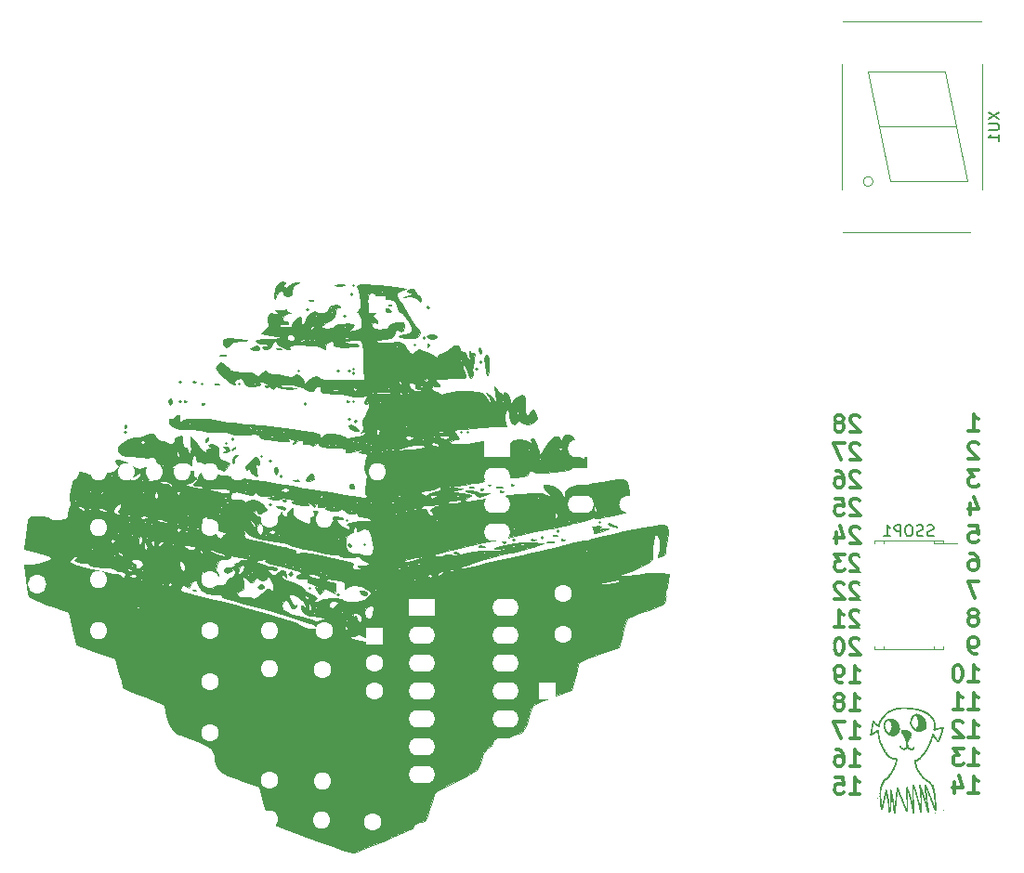
<source format=gbo>
%TF.GenerationSoftware,KiCad,Pcbnew,(5.1.10)-1*%
%TF.CreationDate,2022-09-29T16:57:17+02:00*%
%TF.ProjectId,Arduino Quantizer TK V1,41726475-696e-46f2-9051-75616e74697a,rev?*%
%TF.SameCoordinates,Original*%
%TF.FileFunction,Legend,Bot*%
%TF.FilePolarity,Positive*%
%FSLAX46Y46*%
G04 Gerber Fmt 4.6, Leading zero omitted, Abs format (unit mm)*
G04 Created by KiCad (PCBNEW (5.1.10)-1) date 2022-09-29 16:57:17*
%MOMM*%
%LPD*%
G01*
G04 APERTURE LIST*
%ADD10C,0.300000*%
%ADD11C,0.010000*%
%ADD12C,0.120000*%
%ADD13C,0.150000*%
%ADD14O,1.600000X1.600000*%
%ADD15R,1.600000X1.600000*%
%ADD16C,3.200000*%
%ADD17C,1.600000*%
%ADD18R,2.000000X2.000000*%
%ADD19C,2.000000*%
%ADD20R,1.524000X2.524000*%
%ADD21O,1.524000X2.524000*%
%ADD22C,1.700000*%
%ADD23R,1.700000X1.700000*%
%ADD24O,1.700000X1.700000*%
%ADD25O,1.600000X2.400000*%
%ADD26R,2.400000X1.600000*%
%ADD27O,2.400000X1.600000*%
%ADD28C,3.000000*%
%ADD29R,2.200000X2.200000*%
%ADD30O,2.200000X2.200000*%
G04 APERTURE END LIST*
D10*
X185356357Y-87434028D02*
X185284928Y-87362600D01*
X185142071Y-87291171D01*
X184784928Y-87291171D01*
X184642071Y-87362600D01*
X184570642Y-87434028D01*
X184499214Y-87576885D01*
X184499214Y-87719742D01*
X184570642Y-87934028D01*
X185427785Y-88791171D01*
X184499214Y-88791171D01*
X183213500Y-87291171D02*
X183499214Y-87291171D01*
X183642071Y-87362600D01*
X183713500Y-87434028D01*
X183856357Y-87648314D01*
X183927785Y-87934028D01*
X183927785Y-88505457D01*
X183856357Y-88648314D01*
X183784928Y-88719742D01*
X183642071Y-88791171D01*
X183356357Y-88791171D01*
X183213500Y-88719742D01*
X183142071Y-88648314D01*
X183070642Y-88505457D01*
X183070642Y-88148314D01*
X183142071Y-88005457D01*
X183213500Y-87934028D01*
X183356357Y-87862600D01*
X183642071Y-87862600D01*
X183784928Y-87934028D01*
X183856357Y-88005457D01*
X183927785Y-88148314D01*
X185356357Y-84894028D02*
X185284928Y-84822600D01*
X185142071Y-84751171D01*
X184784928Y-84751171D01*
X184642071Y-84822600D01*
X184570642Y-84894028D01*
X184499214Y-85036885D01*
X184499214Y-85179742D01*
X184570642Y-85394028D01*
X185427785Y-86251171D01*
X184499214Y-86251171D01*
X183999214Y-84751171D02*
X182999214Y-84751171D01*
X183642071Y-86251171D01*
X185356357Y-82354028D02*
X185284928Y-82282600D01*
X185142071Y-82211171D01*
X184784928Y-82211171D01*
X184642071Y-82282600D01*
X184570642Y-82354028D01*
X184499214Y-82496885D01*
X184499214Y-82639742D01*
X184570642Y-82854028D01*
X185427785Y-83711171D01*
X184499214Y-83711171D01*
X183642071Y-82854028D02*
X183784928Y-82782600D01*
X183856357Y-82711171D01*
X183927785Y-82568314D01*
X183927785Y-82496885D01*
X183856357Y-82354028D01*
X183784928Y-82282600D01*
X183642071Y-82211171D01*
X183356357Y-82211171D01*
X183213500Y-82282600D01*
X183142071Y-82354028D01*
X183070642Y-82496885D01*
X183070642Y-82568314D01*
X183142071Y-82711171D01*
X183213500Y-82782600D01*
X183356357Y-82854028D01*
X183642071Y-82854028D01*
X183784928Y-82925457D01*
X183856357Y-82996885D01*
X183927785Y-83139742D01*
X183927785Y-83425457D01*
X183856357Y-83568314D01*
X183784928Y-83639742D01*
X183642071Y-83711171D01*
X183356357Y-83711171D01*
X183213500Y-83639742D01*
X183142071Y-83568314D01*
X183070642Y-83425457D01*
X183070642Y-83139742D01*
X183142071Y-82996885D01*
X183213500Y-82925457D01*
X183356357Y-82854028D01*
X184499214Y-114191171D02*
X185356357Y-114191171D01*
X184927785Y-114191171D02*
X184927785Y-112691171D01*
X185070642Y-112905457D01*
X185213500Y-113048314D01*
X185356357Y-113119742D01*
X183213500Y-112691171D02*
X183499214Y-112691171D01*
X183642071Y-112762600D01*
X183713500Y-112834028D01*
X183856357Y-113048314D01*
X183927785Y-113334028D01*
X183927785Y-113905457D01*
X183856357Y-114048314D01*
X183784928Y-114119742D01*
X183642071Y-114191171D01*
X183356357Y-114191171D01*
X183213500Y-114119742D01*
X183142071Y-114048314D01*
X183070642Y-113905457D01*
X183070642Y-113548314D01*
X183142071Y-113405457D01*
X183213500Y-113334028D01*
X183356357Y-113262600D01*
X183642071Y-113262600D01*
X183784928Y-113334028D01*
X183856357Y-113405457D01*
X183927785Y-113548314D01*
X184499214Y-116731171D02*
X185356357Y-116731171D01*
X184927785Y-116731171D02*
X184927785Y-115231171D01*
X185070642Y-115445457D01*
X185213500Y-115588314D01*
X185356357Y-115659742D01*
X183142071Y-115231171D02*
X183856357Y-115231171D01*
X183927785Y-115945457D01*
X183856357Y-115874028D01*
X183713500Y-115802600D01*
X183356357Y-115802600D01*
X183213500Y-115874028D01*
X183142071Y-115945457D01*
X183070642Y-116088314D01*
X183070642Y-116445457D01*
X183142071Y-116588314D01*
X183213500Y-116659742D01*
X183356357Y-116731171D01*
X183713500Y-116731171D01*
X183856357Y-116659742D01*
X183927785Y-116588314D01*
X185356357Y-92514028D02*
X185284928Y-92442600D01*
X185142071Y-92371171D01*
X184784928Y-92371171D01*
X184642071Y-92442600D01*
X184570642Y-92514028D01*
X184499214Y-92656885D01*
X184499214Y-92799742D01*
X184570642Y-93014028D01*
X185427785Y-93871171D01*
X184499214Y-93871171D01*
X183213500Y-92871171D02*
X183213500Y-93871171D01*
X183570642Y-92299742D02*
X183927785Y-93371171D01*
X182999214Y-93371171D01*
X185356357Y-89974028D02*
X185284928Y-89902600D01*
X185142071Y-89831171D01*
X184784928Y-89831171D01*
X184642071Y-89902600D01*
X184570642Y-89974028D01*
X184499214Y-90116885D01*
X184499214Y-90259742D01*
X184570642Y-90474028D01*
X185427785Y-91331171D01*
X184499214Y-91331171D01*
X183142071Y-89831171D02*
X183856357Y-89831171D01*
X183927785Y-90545457D01*
X183856357Y-90474028D01*
X183713500Y-90402600D01*
X183356357Y-90402600D01*
X183213500Y-90474028D01*
X183142071Y-90545457D01*
X183070642Y-90688314D01*
X183070642Y-91045457D01*
X183142071Y-91188314D01*
X183213500Y-91259742D01*
X183356357Y-91331171D01*
X183713500Y-91331171D01*
X183856357Y-91259742D01*
X183927785Y-91188314D01*
X185356357Y-95054028D02*
X185284928Y-94982600D01*
X185142071Y-94911171D01*
X184784928Y-94911171D01*
X184642071Y-94982600D01*
X184570642Y-95054028D01*
X184499214Y-95196885D01*
X184499214Y-95339742D01*
X184570642Y-95554028D01*
X185427785Y-96411171D01*
X184499214Y-96411171D01*
X183999214Y-94911171D02*
X183070642Y-94911171D01*
X183570642Y-95482600D01*
X183356357Y-95482600D01*
X183213500Y-95554028D01*
X183142071Y-95625457D01*
X183070642Y-95768314D01*
X183070642Y-96125457D01*
X183142071Y-96268314D01*
X183213500Y-96339742D01*
X183356357Y-96411171D01*
X183784928Y-96411171D01*
X183927785Y-96339742D01*
X183999214Y-96268314D01*
X185356357Y-97594028D02*
X185284928Y-97522600D01*
X185142071Y-97451171D01*
X184784928Y-97451171D01*
X184642071Y-97522600D01*
X184570642Y-97594028D01*
X184499214Y-97736885D01*
X184499214Y-97879742D01*
X184570642Y-98094028D01*
X185427785Y-98951171D01*
X184499214Y-98951171D01*
X183927785Y-97594028D02*
X183856357Y-97522600D01*
X183713500Y-97451171D01*
X183356357Y-97451171D01*
X183213500Y-97522600D01*
X183142071Y-97594028D01*
X183070642Y-97736885D01*
X183070642Y-97879742D01*
X183142071Y-98094028D01*
X183999214Y-98951171D01*
X183070642Y-98951171D01*
X185356357Y-102674028D02*
X185284928Y-102602600D01*
X185142071Y-102531171D01*
X184784928Y-102531171D01*
X184642071Y-102602600D01*
X184570642Y-102674028D01*
X184499214Y-102816885D01*
X184499214Y-102959742D01*
X184570642Y-103174028D01*
X185427785Y-104031171D01*
X184499214Y-104031171D01*
X183570642Y-102531171D02*
X183427785Y-102531171D01*
X183284928Y-102602600D01*
X183213500Y-102674028D01*
X183142071Y-102816885D01*
X183070642Y-103102600D01*
X183070642Y-103459742D01*
X183142071Y-103745457D01*
X183213500Y-103888314D01*
X183284928Y-103959742D01*
X183427785Y-104031171D01*
X183570642Y-104031171D01*
X183713500Y-103959742D01*
X183784928Y-103888314D01*
X183856357Y-103745457D01*
X183927785Y-103459742D01*
X183927785Y-103102600D01*
X183856357Y-102816885D01*
X183784928Y-102674028D01*
X183713500Y-102602600D01*
X183570642Y-102531171D01*
X185356357Y-100134028D02*
X185284928Y-100062600D01*
X185142071Y-99991171D01*
X184784928Y-99991171D01*
X184642071Y-100062600D01*
X184570642Y-100134028D01*
X184499214Y-100276885D01*
X184499214Y-100419742D01*
X184570642Y-100634028D01*
X185427785Y-101491171D01*
X184499214Y-101491171D01*
X183070642Y-101491171D02*
X183927785Y-101491171D01*
X183499214Y-101491171D02*
X183499214Y-99991171D01*
X183642071Y-100205457D01*
X183784928Y-100348314D01*
X183927785Y-100419742D01*
X184499214Y-106571171D02*
X185356357Y-106571171D01*
X184927785Y-106571171D02*
X184927785Y-105071171D01*
X185070642Y-105285457D01*
X185213500Y-105428314D01*
X185356357Y-105499742D01*
X183784928Y-106571171D02*
X183499214Y-106571171D01*
X183356357Y-106499742D01*
X183284928Y-106428314D01*
X183142071Y-106214028D01*
X183070642Y-105928314D01*
X183070642Y-105356885D01*
X183142071Y-105214028D01*
X183213500Y-105142600D01*
X183356357Y-105071171D01*
X183642071Y-105071171D01*
X183784928Y-105142600D01*
X183856357Y-105214028D01*
X183927785Y-105356885D01*
X183927785Y-105714028D01*
X183856357Y-105856885D01*
X183784928Y-105928314D01*
X183642071Y-105999742D01*
X183356357Y-105999742D01*
X183213500Y-105928314D01*
X183142071Y-105856885D01*
X183070642Y-105714028D01*
X184499214Y-109111171D02*
X185356357Y-109111171D01*
X184927785Y-109111171D02*
X184927785Y-107611171D01*
X185070642Y-107825457D01*
X185213500Y-107968314D01*
X185356357Y-108039742D01*
X183642071Y-108254028D02*
X183784928Y-108182600D01*
X183856357Y-108111171D01*
X183927785Y-107968314D01*
X183927785Y-107896885D01*
X183856357Y-107754028D01*
X183784928Y-107682600D01*
X183642071Y-107611171D01*
X183356357Y-107611171D01*
X183213500Y-107682600D01*
X183142071Y-107754028D01*
X183070642Y-107896885D01*
X183070642Y-107968314D01*
X183142071Y-108111171D01*
X183213500Y-108182600D01*
X183356357Y-108254028D01*
X183642071Y-108254028D01*
X183784928Y-108325457D01*
X183856357Y-108396885D01*
X183927785Y-108539742D01*
X183927785Y-108825457D01*
X183856357Y-108968314D01*
X183784928Y-109039742D01*
X183642071Y-109111171D01*
X183356357Y-109111171D01*
X183213500Y-109039742D01*
X183142071Y-108968314D01*
X183070642Y-108825457D01*
X183070642Y-108539742D01*
X183142071Y-108396885D01*
X183213500Y-108325457D01*
X183356357Y-108254028D01*
X184499214Y-111651171D02*
X185356357Y-111651171D01*
X184927785Y-111651171D02*
X184927785Y-110151171D01*
X185070642Y-110365457D01*
X185213500Y-110508314D01*
X185356357Y-110579742D01*
X183999214Y-110151171D02*
X182999214Y-110151171D01*
X183642071Y-111651171D01*
X195319614Y-116654971D02*
X196176757Y-116654971D01*
X195748185Y-116654971D02*
X195748185Y-115154971D01*
X195891042Y-115369257D01*
X196033900Y-115512114D01*
X196176757Y-115583542D01*
X194033900Y-115654971D02*
X194033900Y-116654971D01*
X194391042Y-115083542D02*
X194748185Y-116154971D01*
X193819614Y-116154971D01*
X195319614Y-114114971D02*
X196176757Y-114114971D01*
X195748185Y-114114971D02*
X195748185Y-112614971D01*
X195891042Y-112829257D01*
X196033900Y-112972114D01*
X196176757Y-113043542D01*
X194819614Y-112614971D02*
X193891042Y-112614971D01*
X194391042Y-113186400D01*
X194176757Y-113186400D01*
X194033900Y-113257828D01*
X193962471Y-113329257D01*
X193891042Y-113472114D01*
X193891042Y-113829257D01*
X193962471Y-113972114D01*
X194033900Y-114043542D01*
X194176757Y-114114971D01*
X194605328Y-114114971D01*
X194748185Y-114043542D01*
X194819614Y-113972114D01*
X195319614Y-111574971D02*
X196176757Y-111574971D01*
X195748185Y-111574971D02*
X195748185Y-110074971D01*
X195891042Y-110289257D01*
X196033900Y-110432114D01*
X196176757Y-110503542D01*
X194748185Y-110217828D02*
X194676757Y-110146400D01*
X194533900Y-110074971D01*
X194176757Y-110074971D01*
X194033900Y-110146400D01*
X193962471Y-110217828D01*
X193891042Y-110360685D01*
X193891042Y-110503542D01*
X193962471Y-110717828D01*
X194819614Y-111574971D01*
X193891042Y-111574971D01*
X195319614Y-109034971D02*
X196176757Y-109034971D01*
X195748185Y-109034971D02*
X195748185Y-107534971D01*
X195891042Y-107749257D01*
X196033900Y-107892114D01*
X196176757Y-107963542D01*
X193891042Y-109034971D02*
X194748185Y-109034971D01*
X194319614Y-109034971D02*
X194319614Y-107534971D01*
X194462471Y-107749257D01*
X194605328Y-107892114D01*
X194748185Y-107963542D01*
X195319614Y-106494971D02*
X196176757Y-106494971D01*
X195748185Y-106494971D02*
X195748185Y-104994971D01*
X195891042Y-105209257D01*
X196033900Y-105352114D01*
X196176757Y-105423542D01*
X194391042Y-104994971D02*
X194248185Y-104994971D01*
X194105328Y-105066400D01*
X194033900Y-105137828D01*
X193962471Y-105280685D01*
X193891042Y-105566400D01*
X193891042Y-105923542D01*
X193962471Y-106209257D01*
X194033900Y-106352114D01*
X194105328Y-106423542D01*
X194248185Y-106494971D01*
X194391042Y-106494971D01*
X194533900Y-106423542D01*
X194605328Y-106352114D01*
X194676757Y-106209257D01*
X194748185Y-105923542D01*
X194748185Y-105566400D01*
X194676757Y-105280685D01*
X194605328Y-105137828D01*
X194533900Y-105066400D01*
X194391042Y-104994971D01*
X196033900Y-103954971D02*
X195748186Y-103954971D01*
X195605328Y-103883542D01*
X195533900Y-103812114D01*
X195391043Y-103597828D01*
X195319614Y-103312114D01*
X195319614Y-102740685D01*
X195391043Y-102597828D01*
X195462471Y-102526400D01*
X195605328Y-102454971D01*
X195891043Y-102454971D01*
X196033900Y-102526400D01*
X196105328Y-102597828D01*
X196176757Y-102740685D01*
X196176757Y-103097828D01*
X196105328Y-103240685D01*
X196033900Y-103312114D01*
X195891043Y-103383542D01*
X195605328Y-103383542D01*
X195462471Y-103312114D01*
X195391043Y-103240685D01*
X195319614Y-103097828D01*
X195891043Y-100557828D02*
X196033900Y-100486400D01*
X196105328Y-100414971D01*
X196176757Y-100272114D01*
X196176757Y-100200685D01*
X196105328Y-100057828D01*
X196033900Y-99986400D01*
X195891043Y-99914971D01*
X195605328Y-99914971D01*
X195462471Y-99986400D01*
X195391043Y-100057828D01*
X195319614Y-100200685D01*
X195319614Y-100272114D01*
X195391043Y-100414971D01*
X195462471Y-100486400D01*
X195605328Y-100557828D01*
X195891043Y-100557828D01*
X196033900Y-100629257D01*
X196105328Y-100700685D01*
X196176757Y-100843542D01*
X196176757Y-101129257D01*
X196105328Y-101272114D01*
X196033900Y-101343542D01*
X195891043Y-101414971D01*
X195605328Y-101414971D01*
X195462471Y-101343542D01*
X195391043Y-101272114D01*
X195319614Y-101129257D01*
X195319614Y-100843542D01*
X195391043Y-100700685D01*
X195462471Y-100629257D01*
X195605328Y-100557828D01*
X196248186Y-97374971D02*
X195248186Y-97374971D01*
X195891043Y-98874971D01*
X195462471Y-94834971D02*
X195748186Y-94834971D01*
X195891043Y-94906400D01*
X195962471Y-94977828D01*
X196105328Y-95192114D01*
X196176757Y-95477828D01*
X196176757Y-96049257D01*
X196105328Y-96192114D01*
X196033900Y-96263542D01*
X195891043Y-96334971D01*
X195605328Y-96334971D01*
X195462471Y-96263542D01*
X195391043Y-96192114D01*
X195319614Y-96049257D01*
X195319614Y-95692114D01*
X195391043Y-95549257D01*
X195462471Y-95477828D01*
X195605328Y-95406400D01*
X195891043Y-95406400D01*
X196033900Y-95477828D01*
X196105328Y-95549257D01*
X196176757Y-95692114D01*
X195391043Y-92294971D02*
X196105328Y-92294971D01*
X196176757Y-93009257D01*
X196105328Y-92937828D01*
X195962471Y-92866400D01*
X195605328Y-92866400D01*
X195462471Y-92937828D01*
X195391043Y-93009257D01*
X195319614Y-93152114D01*
X195319614Y-93509257D01*
X195391043Y-93652114D01*
X195462471Y-93723542D01*
X195605328Y-93794971D01*
X195962471Y-93794971D01*
X196105328Y-93723542D01*
X196176757Y-93652114D01*
X195462471Y-90254971D02*
X195462471Y-91254971D01*
X195819614Y-89683542D02*
X196176757Y-90754971D01*
X195248186Y-90754971D01*
X196248186Y-87214971D02*
X195319614Y-87214971D01*
X195819614Y-87786400D01*
X195605328Y-87786400D01*
X195462471Y-87857828D01*
X195391043Y-87929257D01*
X195319614Y-88072114D01*
X195319614Y-88429257D01*
X195391043Y-88572114D01*
X195462471Y-88643542D01*
X195605328Y-88714971D01*
X196033900Y-88714971D01*
X196176757Y-88643542D01*
X196248186Y-88572114D01*
X196176757Y-84817828D02*
X196105328Y-84746400D01*
X195962471Y-84674971D01*
X195605328Y-84674971D01*
X195462471Y-84746400D01*
X195391043Y-84817828D01*
X195319614Y-84960685D01*
X195319614Y-85103542D01*
X195391043Y-85317828D01*
X196248186Y-86174971D01*
X195319614Y-86174971D01*
X195319614Y-83634971D02*
X196176757Y-83634971D01*
X195748186Y-83634971D02*
X195748186Y-82134971D01*
X195891043Y-82349257D01*
X196033900Y-82492114D01*
X196176757Y-82563542D01*
D11*
G36*
X132804867Y-89918666D02*
G01*
X132832321Y-90037566D01*
X132938200Y-90052000D01*
X133102823Y-89978823D01*
X133071534Y-89918666D01*
X132834181Y-89894730D01*
X132804867Y-89918666D01*
G37*
X132804867Y-89918666D02*
X132832321Y-90037566D01*
X132938200Y-90052000D01*
X133102823Y-89978823D01*
X133071534Y-89918666D01*
X132834181Y-89894730D01*
X132804867Y-89918666D01*
G36*
X131538200Y-90352000D02*
G01*
X131638200Y-90452000D01*
X131738200Y-90352000D01*
X131638200Y-90252000D01*
X131538200Y-90352000D01*
G37*
X131538200Y-90352000D02*
X131638200Y-90452000D01*
X131738200Y-90352000D01*
X131638200Y-90252000D01*
X131538200Y-90352000D01*
G36*
X132169967Y-90489415D02*
G01*
X132250604Y-90568938D01*
X132438200Y-90652000D01*
X132925588Y-90821652D01*
X133084948Y-90769406D01*
X133038200Y-90652000D01*
X132760282Y-90496890D01*
X132476397Y-90466057D01*
X132169967Y-90489415D01*
G37*
X132169967Y-90489415D02*
X132250604Y-90568938D01*
X132438200Y-90652000D01*
X132925588Y-90821652D01*
X133084948Y-90769406D01*
X133038200Y-90652000D01*
X132760282Y-90496890D01*
X132476397Y-90466057D01*
X132169967Y-90489415D01*
G36*
X136738200Y-91152000D02*
G01*
X136838200Y-91252000D01*
X136938200Y-91152000D01*
X136838200Y-91052000D01*
X136738200Y-91152000D01*
G37*
X136738200Y-91152000D02*
X136838200Y-91252000D01*
X136938200Y-91152000D01*
X136838200Y-91052000D01*
X136738200Y-91152000D01*
G36*
X138538200Y-91752000D02*
G01*
X138638200Y-91852000D01*
X138738200Y-91752000D01*
X138638200Y-91652000D01*
X138538200Y-91752000D01*
G37*
X138538200Y-91752000D02*
X138638200Y-91852000D01*
X138738200Y-91752000D01*
X138638200Y-91652000D01*
X138538200Y-91752000D01*
G36*
X140138200Y-93952000D02*
G01*
X140238200Y-94052000D01*
X140338200Y-93952000D01*
X140238200Y-93852000D01*
X140138200Y-93952000D01*
G37*
X140138200Y-93952000D02*
X140238200Y-94052000D01*
X140338200Y-93952000D01*
X140238200Y-93852000D01*
X140138200Y-93952000D01*
G36*
X138740494Y-94006738D02*
G01*
X138738200Y-94052000D01*
X138891951Y-94244314D01*
X138950004Y-94252000D01*
X139069451Y-94129472D01*
X139038200Y-94052000D01*
X138858479Y-93861203D01*
X138826397Y-93852000D01*
X138740494Y-94006738D01*
G37*
X138740494Y-94006738D02*
X138738200Y-94052000D01*
X138891951Y-94244314D01*
X138950004Y-94252000D01*
X139069451Y-94129472D01*
X139038200Y-94052000D01*
X138858479Y-93861203D01*
X138826397Y-93852000D01*
X138740494Y-94006738D01*
G36*
X130572047Y-97759994D02*
G01*
X130538200Y-97852000D01*
X130700192Y-98029435D01*
X130838200Y-98052000D01*
X131104354Y-97944005D01*
X131138200Y-97852000D01*
X130976209Y-97674564D01*
X130838200Y-97652000D01*
X130572047Y-97759994D01*
G37*
X130572047Y-97759994D02*
X130538200Y-97852000D01*
X130700192Y-98029435D01*
X130838200Y-98052000D01*
X131104354Y-97944005D01*
X131138200Y-97852000D01*
X130976209Y-97674564D01*
X130838200Y-97652000D01*
X130572047Y-97759994D01*
G36*
X133344012Y-96604194D02*
G01*
X133338200Y-96652000D01*
X133490395Y-96846188D01*
X133538200Y-96852000D01*
X133732389Y-96699805D01*
X133738200Y-96652000D01*
X133586006Y-96457811D01*
X133538200Y-96452000D01*
X133344012Y-96604194D01*
G37*
X133344012Y-96604194D02*
X133338200Y-96652000D01*
X133490395Y-96846188D01*
X133538200Y-96852000D01*
X133732389Y-96699805D01*
X133738200Y-96652000D01*
X133586006Y-96457811D01*
X133538200Y-96452000D01*
X133344012Y-96604194D01*
G36*
X135138200Y-97952000D02*
G01*
X135238200Y-98052000D01*
X135338200Y-97952000D01*
X135238200Y-97852000D01*
X135138200Y-97952000D01*
G37*
X135138200Y-97952000D02*
X135238200Y-98052000D01*
X135338200Y-97952000D01*
X135238200Y-97852000D01*
X135138200Y-97952000D01*
G36*
X137738200Y-98552000D02*
G01*
X137838200Y-98652000D01*
X137938200Y-98552000D01*
X137838200Y-98452000D01*
X137738200Y-98552000D01*
G37*
X137738200Y-98552000D02*
X137838200Y-98652000D01*
X137938200Y-98552000D01*
X137838200Y-98452000D01*
X137738200Y-98552000D01*
G36*
X139793353Y-98317737D02*
G01*
X139990845Y-98528779D01*
X140291965Y-98625987D01*
X140513190Y-98566919D01*
X140538200Y-98489991D01*
X140371200Y-98292658D01*
X140126780Y-98191063D01*
X139819564Y-98184942D01*
X139793353Y-98317737D01*
G37*
X139793353Y-98317737D02*
X139990845Y-98528779D01*
X140291965Y-98625987D01*
X140513190Y-98566919D01*
X140538200Y-98489991D01*
X140371200Y-98292658D01*
X140126780Y-98191063D01*
X139819564Y-98184942D01*
X139793353Y-98317737D01*
G36*
X124604867Y-98118666D02*
G01*
X124632321Y-98237566D01*
X124738200Y-98252000D01*
X124902823Y-98178823D01*
X124871534Y-98118666D01*
X124634181Y-98094730D01*
X124604867Y-98118666D01*
G37*
X124604867Y-98118666D02*
X124632321Y-98237566D01*
X124738200Y-98252000D01*
X124902823Y-98178823D01*
X124871534Y-98118666D01*
X124634181Y-98094730D01*
X124604867Y-98118666D01*
G36*
X137585869Y-70314583D02*
G01*
X137539117Y-70368645D01*
X137826328Y-70398979D01*
X138038200Y-70401563D01*
X138425517Y-70381871D01*
X138484279Y-70336700D01*
X138385869Y-70310547D01*
X137864742Y-70278347D01*
X137585869Y-70314583D01*
G37*
X137585869Y-70314583D02*
X137539117Y-70368645D01*
X137826328Y-70398979D01*
X138038200Y-70401563D01*
X138425517Y-70381871D01*
X138484279Y-70336700D01*
X138385869Y-70310547D01*
X137864742Y-70278347D01*
X137585869Y-70314583D01*
G36*
X139138200Y-70352000D02*
G01*
X139238200Y-70452000D01*
X139338200Y-70352000D01*
X139238200Y-70252000D01*
X139138200Y-70352000D01*
G37*
X139138200Y-70352000D02*
X139238200Y-70452000D01*
X139338200Y-70352000D01*
X139238200Y-70252000D01*
X139138200Y-70352000D01*
G36*
X138938200Y-71152000D02*
G01*
X139038200Y-71252000D01*
X139138200Y-71152000D01*
X139038200Y-71052000D01*
X138938200Y-71152000D01*
G37*
X138938200Y-71152000D02*
X139038200Y-71252000D01*
X139138200Y-71152000D01*
X139038200Y-71052000D01*
X138938200Y-71152000D01*
G36*
X132463547Y-70154165D02*
G01*
X132238933Y-70519138D01*
X132153022Y-70790754D01*
X132044991Y-71281318D01*
X132026342Y-71577415D01*
X132086174Y-71614465D01*
X132213590Y-71327891D01*
X132233417Y-71267072D01*
X132459032Y-70934730D01*
X132663481Y-70852000D01*
X132866683Y-70942804D01*
X132851153Y-71031043D01*
X132898288Y-71226772D01*
X133169395Y-71364573D01*
X133488815Y-71369383D01*
X133564384Y-71335817D01*
X133672945Y-71073963D01*
X133643027Y-70867207D01*
X133704089Y-70502734D01*
X133984892Y-70297575D01*
X134276802Y-70137134D01*
X134217204Y-70075972D01*
X134060249Y-70065536D01*
X133634778Y-70203961D01*
X133440590Y-70382555D01*
X133131342Y-70594787D01*
X132947189Y-70557555D01*
X132804035Y-70384180D01*
X132966848Y-70230062D01*
X133080247Y-70098388D01*
X132823543Y-70055347D01*
X132797601Y-70055062D01*
X132463547Y-70154165D01*
G37*
X132463547Y-70154165D02*
X132238933Y-70519138D01*
X132153022Y-70790754D01*
X132044991Y-71281318D01*
X132026342Y-71577415D01*
X132086174Y-71614465D01*
X132213590Y-71327891D01*
X132233417Y-71267072D01*
X132459032Y-70934730D01*
X132663481Y-70852000D01*
X132866683Y-70942804D01*
X132851153Y-71031043D01*
X132898288Y-71226772D01*
X133169395Y-71364573D01*
X133488815Y-71369383D01*
X133564384Y-71335817D01*
X133672945Y-71073963D01*
X133643027Y-70867207D01*
X133704089Y-70502734D01*
X133984892Y-70297575D01*
X134276802Y-70137134D01*
X134217204Y-70075972D01*
X134060249Y-70065536D01*
X133634778Y-70203961D01*
X133440590Y-70382555D01*
X133131342Y-70594787D01*
X132947189Y-70557555D01*
X132804035Y-70384180D01*
X132966848Y-70230062D01*
X133080247Y-70098388D01*
X132823543Y-70055347D01*
X132797601Y-70055062D01*
X132463547Y-70154165D01*
G36*
X140738200Y-71552000D02*
G01*
X140838200Y-71652000D01*
X140938200Y-71552000D01*
X140838200Y-71452000D01*
X140738200Y-71552000D01*
G37*
X140738200Y-71552000D02*
X140838200Y-71652000D01*
X140938200Y-71552000D01*
X140838200Y-71452000D01*
X140738200Y-71552000D01*
G36*
X135192367Y-71731166D02*
G01*
X135252015Y-71822069D01*
X135454867Y-71836210D01*
X135668274Y-71787366D01*
X135575700Y-71715377D01*
X135263125Y-71691534D01*
X135192367Y-71731166D01*
G37*
X135192367Y-71731166D02*
X135252015Y-71822069D01*
X135454867Y-71836210D01*
X135668274Y-71787366D01*
X135575700Y-71715377D01*
X135263125Y-71691534D01*
X135192367Y-71731166D01*
G36*
X144205633Y-70748221D02*
G01*
X144165741Y-70936756D01*
X144436409Y-71067413D01*
X144488200Y-71071936D01*
X144636714Y-71123673D01*
X144400361Y-71245752D01*
X144338200Y-71268219D01*
X143838200Y-71444567D01*
X144378180Y-71377933D01*
X144835216Y-71418115D01*
X145021903Y-71581649D01*
X145233369Y-71827540D01*
X145325647Y-71852000D01*
X145441074Y-71705651D01*
X145410526Y-71552000D01*
X145214212Y-71287343D01*
X145116803Y-71252000D01*
X144958253Y-71089694D01*
X144938200Y-70952000D01*
X144771461Y-70707681D01*
X144538200Y-70652000D01*
X144205633Y-70748221D01*
G37*
X144205633Y-70748221D02*
X144165741Y-70936756D01*
X144436409Y-71067413D01*
X144488200Y-71071936D01*
X144636714Y-71123673D01*
X144400361Y-71245752D01*
X144338200Y-71268219D01*
X143838200Y-71444567D01*
X144378180Y-71377933D01*
X144835216Y-71418115D01*
X145021903Y-71581649D01*
X145233369Y-71827540D01*
X145325647Y-71852000D01*
X145441074Y-71705651D01*
X145410526Y-71552000D01*
X145214212Y-71287343D01*
X145116803Y-71252000D01*
X144958253Y-71089694D01*
X144938200Y-70952000D01*
X144771461Y-70707681D01*
X144538200Y-70652000D01*
X144205633Y-70748221D01*
G36*
X133491250Y-71595681D02*
G01*
X133214617Y-71895090D01*
X133138200Y-72092000D01*
X133245700Y-72255380D01*
X133485751Y-72161063D01*
X133734685Y-71858516D01*
X133738200Y-71852000D01*
X133842257Y-71544599D01*
X133785237Y-71452000D01*
X133491250Y-71595681D01*
G37*
X133491250Y-71595681D02*
X133214617Y-71895090D01*
X133138200Y-72092000D01*
X133245700Y-72255380D01*
X133485751Y-72161063D01*
X133734685Y-71858516D01*
X133738200Y-71852000D01*
X133842257Y-71544599D01*
X133785237Y-71452000D01*
X133491250Y-71595681D01*
G36*
X142404867Y-72118666D02*
G01*
X142432321Y-72237566D01*
X142538200Y-72252000D01*
X142702823Y-72178823D01*
X142671534Y-72118666D01*
X142434181Y-72094730D01*
X142404867Y-72118666D01*
G37*
X142404867Y-72118666D02*
X142432321Y-72237566D01*
X142538200Y-72252000D01*
X142702823Y-72178823D01*
X142671534Y-72118666D01*
X142434181Y-72094730D01*
X142404867Y-72118666D01*
G36*
X138401578Y-72014500D02*
G01*
X138377735Y-72327075D01*
X138417367Y-72397833D01*
X138508270Y-72338185D01*
X138522411Y-72135333D01*
X138473567Y-71921926D01*
X138401578Y-72014500D01*
G37*
X138401578Y-72014500D02*
X138377735Y-72327075D01*
X138417367Y-72397833D01*
X138508270Y-72338185D01*
X138522411Y-72135333D01*
X138473567Y-71921926D01*
X138401578Y-72014500D01*
G36*
X145938200Y-72352000D02*
G01*
X146038200Y-72452000D01*
X146138200Y-72352000D01*
X146038200Y-72252000D01*
X145938200Y-72352000D01*
G37*
X145938200Y-72352000D02*
X146038200Y-72452000D01*
X146138200Y-72352000D01*
X146038200Y-72252000D01*
X145938200Y-72352000D01*
G36*
X134938200Y-72552000D02*
G01*
X135038200Y-72652000D01*
X135138200Y-72552000D01*
X135038200Y-72452000D01*
X134938200Y-72552000D01*
G37*
X134938200Y-72552000D02*
X135038200Y-72652000D01*
X135138200Y-72552000D01*
X135038200Y-72452000D01*
X134938200Y-72552000D01*
G36*
X142059484Y-72555732D02*
G01*
X142045681Y-72664104D01*
X142286616Y-72821882D01*
X142588094Y-72835894D01*
X142738181Y-72696819D01*
X142738200Y-72694560D01*
X142569597Y-72554144D01*
X142333878Y-72506665D01*
X142059484Y-72555732D01*
G37*
X142059484Y-72555732D02*
X142045681Y-72664104D01*
X142286616Y-72821882D01*
X142588094Y-72835894D01*
X142738181Y-72696819D01*
X142738200Y-72694560D01*
X142569597Y-72554144D01*
X142333878Y-72506665D01*
X142059484Y-72555732D01*
G36*
X138338200Y-73152000D02*
G01*
X138438200Y-73252000D01*
X138538200Y-73152000D01*
X138438200Y-73052000D01*
X138338200Y-73152000D01*
G37*
X138338200Y-73152000D02*
X138438200Y-73252000D01*
X138538200Y-73152000D01*
X138438200Y-73052000D01*
X138338200Y-73152000D01*
G36*
X145538200Y-75152000D02*
G01*
X145638200Y-75252000D01*
X145738200Y-75152000D01*
X145638200Y-75052000D01*
X145538200Y-75152000D01*
G37*
X145538200Y-75152000D02*
X145638200Y-75252000D01*
X145738200Y-75152000D01*
X145638200Y-75052000D01*
X145538200Y-75152000D01*
G36*
X146007867Y-74938029D02*
G01*
X145938200Y-75052000D01*
X146109710Y-75201069D01*
X146450004Y-75252000D01*
X146790281Y-75188512D01*
X146838200Y-75052000D01*
X146556106Y-74883986D01*
X146326397Y-74852000D01*
X146007867Y-74938029D01*
G37*
X146007867Y-74938029D02*
X145938200Y-75052000D01*
X146109710Y-75201069D01*
X146450004Y-75252000D01*
X146790281Y-75188512D01*
X146838200Y-75052000D01*
X146556106Y-74883986D01*
X146326397Y-74852000D01*
X146007867Y-74938029D01*
G36*
X144738200Y-75752000D02*
G01*
X144838200Y-75852000D01*
X144938200Y-75752000D01*
X144838200Y-75652000D01*
X144738200Y-75752000D01*
G37*
X144738200Y-75752000D02*
X144838200Y-75852000D01*
X144938200Y-75752000D01*
X144838200Y-75652000D01*
X144738200Y-75752000D01*
G36*
X127487872Y-75265958D02*
G01*
X127354703Y-75526994D01*
X127405367Y-75738556D01*
X127638234Y-76026087D01*
X127899674Y-75944321D01*
X128010526Y-75752000D01*
X128307412Y-75524677D01*
X128956780Y-75427851D01*
X128981924Y-75427048D01*
X129449230Y-75410177D01*
X129585168Y-75385273D01*
X129368593Y-75336183D01*
X128778359Y-75246754D01*
X128738200Y-75240867D01*
X127940444Y-75173792D01*
X127487872Y-75265958D01*
G37*
X127487872Y-75265958D02*
X127354703Y-75526994D01*
X127405367Y-75738556D01*
X127638234Y-76026087D01*
X127899674Y-75944321D01*
X128010526Y-75752000D01*
X128307412Y-75524677D01*
X128956780Y-75427851D01*
X128981924Y-75427048D01*
X129449230Y-75410177D01*
X129585168Y-75385273D01*
X129368593Y-75336183D01*
X128778359Y-75246754D01*
X128738200Y-75240867D01*
X127940444Y-75173792D01*
X127487872Y-75265958D01*
G36*
X146004867Y-75718666D02*
G01*
X145980931Y-75956019D01*
X146004867Y-75985333D01*
X146123767Y-75957879D01*
X146138200Y-75852000D01*
X146065024Y-75687377D01*
X146004867Y-75718666D01*
G37*
X146004867Y-75718666D02*
X145980931Y-75956019D01*
X146004867Y-75985333D01*
X146123767Y-75957879D01*
X146138200Y-75852000D01*
X146065024Y-75687377D01*
X146004867Y-75718666D01*
G36*
X132192367Y-76131166D02*
G01*
X132252015Y-76222069D01*
X132454867Y-76236210D01*
X132668274Y-76187366D01*
X132575700Y-76115377D01*
X132263125Y-76091534D01*
X132192367Y-76131166D01*
G37*
X132192367Y-76131166D02*
X132252015Y-76222069D01*
X132454867Y-76236210D01*
X132668274Y-76187366D01*
X132575700Y-76115377D01*
X132263125Y-76091534D01*
X132192367Y-76131166D01*
G36*
X130043791Y-76034252D02*
G01*
X129797999Y-76153415D01*
X129901338Y-76230770D01*
X130160458Y-76286088D01*
X130574628Y-76280556D01*
X130671534Y-76117893D01*
X130630770Y-75910861D01*
X130434587Y-75897285D01*
X130043791Y-76034252D01*
G37*
X130043791Y-76034252D02*
X129797999Y-76153415D01*
X129901338Y-76230770D01*
X130160458Y-76286088D01*
X130574628Y-76280556D01*
X130671534Y-76117893D01*
X130630770Y-75910861D01*
X130434587Y-75897285D01*
X130043791Y-76034252D01*
G36*
X150634434Y-76198601D02*
G01*
X150665875Y-76352000D01*
X150807832Y-76615153D01*
X150859598Y-76652000D01*
X150929513Y-76488683D01*
X150938200Y-76352000D01*
X150833534Y-76085796D01*
X150744477Y-76052000D01*
X150634434Y-76198601D01*
G37*
X150634434Y-76198601D02*
X150665875Y-76352000D01*
X150807832Y-76615153D01*
X150859598Y-76652000D01*
X150929513Y-76488683D01*
X150938200Y-76352000D01*
X150833534Y-76085796D01*
X150744477Y-76052000D01*
X150634434Y-76198601D01*
G36*
X127088200Y-76719543D02*
G01*
X127063076Y-76792542D01*
X127338200Y-76820421D01*
X127622127Y-76788990D01*
X127588200Y-76719543D01*
X127178731Y-76693128D01*
X127088200Y-76719543D01*
G37*
X127088200Y-76719543D02*
X127063076Y-76792542D01*
X127338200Y-76820421D01*
X127622127Y-76788990D01*
X127588200Y-76719543D01*
X127178731Y-76693128D01*
X127088200Y-76719543D01*
G36*
X150738200Y-77352000D02*
G01*
X150838200Y-77452000D01*
X150938200Y-77352000D01*
X150838200Y-77252000D01*
X150738200Y-77352000D01*
G37*
X150738200Y-77352000D02*
X150838200Y-77452000D01*
X150938200Y-77352000D01*
X150838200Y-77252000D01*
X150738200Y-77352000D01*
G36*
X139138200Y-77952000D02*
G01*
X139238200Y-78052000D01*
X139338200Y-77952000D01*
X139238200Y-77852000D01*
X139138200Y-77952000D01*
G37*
X139138200Y-77952000D02*
X139238200Y-78052000D01*
X139338200Y-77952000D01*
X139238200Y-77852000D01*
X139138200Y-77952000D01*
G36*
X150338200Y-77952000D02*
G01*
X150438200Y-78052000D01*
X150538200Y-77952000D01*
X150438200Y-77852000D01*
X150338200Y-77952000D01*
G37*
X150338200Y-77952000D02*
X150438200Y-78052000D01*
X150538200Y-77952000D01*
X150438200Y-77852000D01*
X150338200Y-77952000D01*
G36*
X134138200Y-78152000D02*
G01*
X134238200Y-78252000D01*
X134338200Y-78152000D01*
X134238200Y-78052000D01*
X134138200Y-78152000D01*
G37*
X134138200Y-78152000D02*
X134238200Y-78252000D01*
X134338200Y-78152000D01*
X134238200Y-78052000D01*
X134138200Y-78152000D01*
G36*
X137738200Y-78152000D02*
G01*
X137838200Y-78252000D01*
X137938200Y-78152000D01*
X137838200Y-78052000D01*
X137738200Y-78152000D01*
G37*
X137738200Y-78152000D02*
X137838200Y-78252000D01*
X137938200Y-78152000D01*
X137838200Y-78052000D01*
X137738200Y-78152000D01*
G36*
X138738200Y-78152000D02*
G01*
X138838200Y-78252000D01*
X138938200Y-78152000D01*
X138838200Y-78052000D01*
X138738200Y-78152000D01*
G37*
X138738200Y-78152000D02*
X138838200Y-78252000D01*
X138938200Y-78152000D01*
X138838200Y-78052000D01*
X138738200Y-78152000D01*
G36*
X139138200Y-78352000D02*
G01*
X139238200Y-78452000D01*
X139338200Y-78352000D01*
X139238200Y-78252000D01*
X139138200Y-78352000D01*
G37*
X139138200Y-78352000D02*
X139238200Y-78452000D01*
X139338200Y-78352000D01*
X139238200Y-78252000D01*
X139138200Y-78352000D01*
G36*
X151242225Y-76761958D02*
G01*
X151203734Y-77114938D01*
X151235780Y-77565639D01*
X151326473Y-78234246D01*
X151420560Y-78565748D01*
X151503299Y-78541534D01*
X151559950Y-78142991D01*
X151568200Y-77985333D01*
X151593410Y-77434985D01*
X151615809Y-77048904D01*
X151618200Y-77018666D01*
X151480241Y-76749963D01*
X151389110Y-76702303D01*
X151242225Y-76761958D01*
G37*
X151242225Y-76761958D02*
X151203734Y-77114938D01*
X151235780Y-77565639D01*
X151326473Y-78234246D01*
X151420560Y-78565748D01*
X151503299Y-78541534D01*
X151559950Y-78142991D01*
X151568200Y-77985333D01*
X151593410Y-77434985D01*
X151615809Y-77048904D01*
X151618200Y-77018666D01*
X151480241Y-76749963D01*
X151389110Y-76702303D01*
X151242225Y-76761958D01*
G36*
X123338200Y-79152000D02*
G01*
X123438200Y-79252000D01*
X123538200Y-79152000D01*
X123438200Y-79052000D01*
X123338200Y-79152000D01*
G37*
X123338200Y-79152000D02*
X123438200Y-79252000D01*
X123538200Y-79152000D01*
X123438200Y-79052000D01*
X123338200Y-79152000D01*
G36*
X124604867Y-79118666D02*
G01*
X124632321Y-79237566D01*
X124738200Y-79252000D01*
X124902823Y-79178823D01*
X124871534Y-79118666D01*
X124634181Y-79094730D01*
X124604867Y-79118666D01*
G37*
X124604867Y-79118666D02*
X124632321Y-79237566D01*
X124738200Y-79252000D01*
X124902823Y-79178823D01*
X124871534Y-79118666D01*
X124634181Y-79094730D01*
X124604867Y-79118666D01*
G36*
X125338200Y-79352000D02*
G01*
X125438200Y-79452000D01*
X125538200Y-79352000D01*
X125438200Y-79252000D01*
X125338200Y-79352000D01*
G37*
X125338200Y-79352000D02*
X125438200Y-79452000D01*
X125538200Y-79352000D01*
X125438200Y-79252000D01*
X125338200Y-79352000D01*
G36*
X126592367Y-79331166D02*
G01*
X126652015Y-79422069D01*
X126854867Y-79436210D01*
X127068274Y-79387366D01*
X126975700Y-79315377D01*
X126663125Y-79291534D01*
X126592367Y-79331166D01*
G37*
X126592367Y-79331166D02*
X126652015Y-79422069D01*
X126854867Y-79436210D01*
X127068274Y-79387366D01*
X126975700Y-79315377D01*
X126663125Y-79291534D01*
X126592367Y-79331166D01*
G36*
X128738200Y-79352000D02*
G01*
X128838200Y-79452000D01*
X128938200Y-79352000D01*
X128838200Y-79252000D01*
X128738200Y-79352000D01*
G37*
X128738200Y-79352000D02*
X128838200Y-79452000D01*
X128938200Y-79352000D01*
X128838200Y-79252000D01*
X128738200Y-79352000D01*
G36*
X131204867Y-79518666D02*
G01*
X131232321Y-79637566D01*
X131338200Y-79652000D01*
X131502823Y-79578823D01*
X131471534Y-79518666D01*
X131234181Y-79494730D01*
X131204867Y-79518666D01*
G37*
X131204867Y-79518666D02*
X131232321Y-79637566D01*
X131338200Y-79652000D01*
X131502823Y-79578823D01*
X131471534Y-79518666D01*
X131234181Y-79494730D01*
X131204867Y-79518666D01*
G36*
X123338200Y-80952000D02*
G01*
X123438200Y-81052000D01*
X123538200Y-80952000D01*
X123438200Y-80852000D01*
X123338200Y-80952000D01*
G37*
X123338200Y-80952000D02*
X123438200Y-81052000D01*
X123538200Y-80952000D01*
X123438200Y-80852000D01*
X123338200Y-80952000D01*
G36*
X123804867Y-80918666D02*
G01*
X123832321Y-81037566D01*
X123938200Y-81052000D01*
X124102823Y-80978823D01*
X124071534Y-80918666D01*
X123834181Y-80894730D01*
X123804867Y-80918666D01*
G37*
X123804867Y-80918666D02*
X123832321Y-81037566D01*
X123938200Y-81052000D01*
X124102823Y-80978823D01*
X124071534Y-80918666D01*
X123834181Y-80894730D01*
X123804867Y-80918666D01*
G36*
X138604867Y-80918666D02*
G01*
X138632321Y-81037566D01*
X138738200Y-81052000D01*
X138902823Y-80978823D01*
X138871534Y-80918666D01*
X138634181Y-80894730D01*
X138604867Y-80918666D01*
G37*
X138604867Y-80918666D02*
X138632321Y-81037566D01*
X138738200Y-81052000D01*
X138902823Y-80978823D01*
X138871534Y-80918666D01*
X138634181Y-80894730D01*
X138604867Y-80918666D01*
G36*
X139138200Y-80952000D02*
G01*
X139238200Y-81052000D01*
X139338200Y-80952000D01*
X139238200Y-80852000D01*
X139138200Y-80952000D01*
G37*
X139138200Y-80952000D02*
X139238200Y-81052000D01*
X139338200Y-80952000D01*
X139238200Y-80852000D01*
X139138200Y-80952000D01*
G36*
X122360765Y-80813991D02*
G01*
X122338200Y-80952000D01*
X122446195Y-81218153D01*
X122538200Y-81252000D01*
X122715636Y-81090008D01*
X122738200Y-80952000D01*
X122630206Y-80685846D01*
X122538200Y-80652000D01*
X122360765Y-80813991D01*
G37*
X122360765Y-80813991D02*
X122338200Y-80952000D01*
X122446195Y-81218153D01*
X122538200Y-81252000D01*
X122715636Y-81090008D01*
X122738200Y-80952000D01*
X122630206Y-80685846D01*
X122538200Y-80652000D01*
X122360765Y-80813991D01*
G36*
X125404867Y-81118666D02*
G01*
X125432321Y-81237566D01*
X125538200Y-81252000D01*
X125702823Y-81178823D01*
X125671534Y-81118666D01*
X125434181Y-81094730D01*
X125404867Y-81118666D01*
G37*
X125404867Y-81118666D02*
X125432321Y-81237566D01*
X125538200Y-81252000D01*
X125702823Y-81178823D01*
X125671534Y-81118666D01*
X125434181Y-81094730D01*
X125404867Y-81118666D01*
G36*
X134738200Y-81152000D02*
G01*
X134838200Y-81252000D01*
X134938200Y-81152000D01*
X134838200Y-81052000D01*
X134738200Y-81152000D01*
G37*
X134738200Y-81152000D02*
X134838200Y-81252000D01*
X134938200Y-81152000D01*
X134838200Y-81052000D01*
X134738200Y-81152000D01*
G36*
X138738200Y-82552000D02*
G01*
X138838200Y-82652000D01*
X138938200Y-82552000D01*
X138838200Y-82452000D01*
X138738200Y-82552000D01*
G37*
X138738200Y-82552000D02*
X138838200Y-82652000D01*
X138938200Y-82552000D01*
X138838200Y-82452000D01*
X138738200Y-82552000D01*
G36*
X139338200Y-82752000D02*
G01*
X139438200Y-82852000D01*
X139538200Y-82752000D01*
X139438200Y-82652000D01*
X139338200Y-82752000D01*
G37*
X139338200Y-82752000D02*
X139438200Y-82852000D01*
X139538200Y-82752000D01*
X139438200Y-82652000D01*
X139338200Y-82752000D01*
G36*
X118404867Y-83118666D02*
G01*
X118380931Y-83356019D01*
X118404867Y-83385333D01*
X118523767Y-83357879D01*
X118538200Y-83252000D01*
X118465024Y-83087377D01*
X118404867Y-83118666D01*
G37*
X118404867Y-83118666D02*
X118380931Y-83356019D01*
X118404867Y-83385333D01*
X118523767Y-83357879D01*
X118538200Y-83252000D01*
X118465024Y-83087377D01*
X118404867Y-83118666D01*
G36*
X138832204Y-83114477D02*
G01*
X138865875Y-83352000D01*
X139135512Y-83591686D01*
X139409598Y-83645639D01*
X139707204Y-83623818D01*
X139663078Y-83512921D01*
X139449975Y-83345639D01*
X139026757Y-83088339D01*
X138832204Y-83114477D01*
G37*
X138832204Y-83114477D02*
X138865875Y-83352000D01*
X139135512Y-83591686D01*
X139409598Y-83645639D01*
X139707204Y-83623818D01*
X139663078Y-83512921D01*
X139449975Y-83345639D01*
X139026757Y-83088339D01*
X138832204Y-83114477D01*
G36*
X118338200Y-83752000D02*
G01*
X118438200Y-83852000D01*
X118538200Y-83752000D01*
X118438200Y-83652000D01*
X118338200Y-83752000D01*
G37*
X118338200Y-83752000D02*
X118438200Y-83852000D01*
X118538200Y-83752000D01*
X118438200Y-83652000D01*
X118338200Y-83752000D01*
G36*
X148938200Y-83752000D02*
G01*
X149038200Y-83852000D01*
X149138200Y-83752000D01*
X149038200Y-83652000D01*
X148938200Y-83752000D01*
G37*
X148938200Y-83752000D02*
X149038200Y-83852000D01*
X149138200Y-83752000D01*
X149038200Y-83652000D01*
X148938200Y-83752000D01*
G36*
X149538200Y-83752000D02*
G01*
X149638200Y-83852000D01*
X149738200Y-83752000D01*
X149638200Y-83652000D01*
X149538200Y-83752000D01*
G37*
X149538200Y-83752000D02*
X149638200Y-83852000D01*
X149738200Y-83752000D01*
X149638200Y-83652000D01*
X149538200Y-83752000D01*
G36*
X128138200Y-84352000D02*
G01*
X128238200Y-84452000D01*
X128338200Y-84352000D01*
X128238200Y-84252000D01*
X128138200Y-84352000D01*
G37*
X128138200Y-84352000D02*
X128238200Y-84452000D01*
X128338200Y-84352000D01*
X128238200Y-84252000D01*
X128138200Y-84352000D01*
G36*
X125746340Y-84397182D02*
G01*
X125738200Y-84452000D01*
X125806437Y-84646800D01*
X125826397Y-84652000D01*
X125997151Y-84511852D01*
X126038200Y-84452000D01*
X126022343Y-84267703D01*
X125950004Y-84252000D01*
X125746340Y-84397182D01*
G37*
X125746340Y-84397182D02*
X125738200Y-84452000D01*
X125806437Y-84646800D01*
X125826397Y-84652000D01*
X125997151Y-84511852D01*
X126038200Y-84452000D01*
X126022343Y-84267703D01*
X125950004Y-84252000D01*
X125746340Y-84397182D01*
G36*
X127538200Y-84752000D02*
G01*
X127638200Y-84852000D01*
X127738200Y-84752000D01*
X127638200Y-84652000D01*
X127538200Y-84752000D01*
G37*
X127538200Y-84752000D02*
X127638200Y-84852000D01*
X127738200Y-84752000D01*
X127638200Y-84652000D01*
X127538200Y-84752000D01*
G36*
X128369102Y-85132901D02*
G01*
X128156078Y-85318818D01*
X128138200Y-85363803D01*
X128233116Y-85446005D01*
X128430728Y-85261811D01*
X128457299Y-85221098D01*
X128480871Y-85084239D01*
X128369102Y-85132901D01*
G37*
X128369102Y-85132901D02*
X128156078Y-85318818D01*
X128138200Y-85363803D01*
X128233116Y-85446005D01*
X128430728Y-85261811D01*
X128457299Y-85221098D01*
X128480871Y-85084239D01*
X128369102Y-85132901D01*
G36*
X127366345Y-85094264D02*
G01*
X127510831Y-85230852D01*
X127683315Y-85395319D01*
X127510831Y-85512000D01*
X127391822Y-85603900D01*
X127588200Y-85636210D01*
X127883227Y-85510426D01*
X127938200Y-85352000D01*
X127774819Y-85099945D01*
X127588200Y-85055062D01*
X127366345Y-85094264D01*
G37*
X127366345Y-85094264D02*
X127510831Y-85230852D01*
X127683315Y-85395319D01*
X127510831Y-85512000D01*
X127391822Y-85603900D01*
X127588200Y-85636210D01*
X127883227Y-85510426D01*
X127938200Y-85352000D01*
X127774819Y-85099945D01*
X127588200Y-85055062D01*
X127366345Y-85094264D01*
G36*
X130738200Y-85952000D02*
G01*
X130838200Y-86052000D01*
X130938200Y-85952000D01*
X130838200Y-85852000D01*
X130738200Y-85952000D01*
G37*
X130738200Y-85952000D02*
X130838200Y-86052000D01*
X130938200Y-85952000D01*
X130838200Y-85852000D01*
X130738200Y-85952000D01*
G36*
X131538200Y-86352000D02*
G01*
X131638200Y-86452000D01*
X131738200Y-86352000D01*
X131638200Y-86252000D01*
X131538200Y-86352000D01*
G37*
X131538200Y-86352000D02*
X131638200Y-86452000D01*
X131738200Y-86352000D01*
X131638200Y-86252000D01*
X131538200Y-86352000D01*
G36*
X128292795Y-86009503D02*
G01*
X128183511Y-86355135D01*
X128310977Y-86702507D01*
X128323493Y-86715443D01*
X128480298Y-86826331D01*
X128432223Y-86611883D01*
X128420906Y-86581815D01*
X128423605Y-86180223D01*
X128559057Y-86034877D01*
X128720225Y-85888372D01*
X128581924Y-85855062D01*
X128292795Y-86009503D01*
G37*
X128292795Y-86009503D02*
X128183511Y-86355135D01*
X128310977Y-86702507D01*
X128323493Y-86715443D01*
X128480298Y-86826331D01*
X128432223Y-86611883D01*
X128420906Y-86581815D01*
X128423605Y-86180223D01*
X128559057Y-86034877D01*
X128720225Y-85888372D01*
X128581924Y-85855062D01*
X128292795Y-86009503D01*
G36*
X131538200Y-87152000D02*
G01*
X131638200Y-87252000D01*
X131738200Y-87152000D01*
X131638200Y-87052000D01*
X131538200Y-87152000D01*
G37*
X131538200Y-87152000D02*
X131638200Y-87252000D01*
X131738200Y-87152000D01*
X131638200Y-87052000D01*
X131538200Y-87152000D01*
G36*
X133138200Y-87152000D02*
G01*
X133238200Y-87252000D01*
X133338200Y-87152000D01*
X133238200Y-87052000D01*
X133138200Y-87152000D01*
G37*
X133138200Y-87152000D02*
X133238200Y-87252000D01*
X133338200Y-87152000D01*
X133238200Y-87052000D01*
X133138200Y-87152000D01*
G36*
X128538200Y-87352000D02*
G01*
X128638200Y-87452000D01*
X128738200Y-87352000D01*
X128638200Y-87252000D01*
X128538200Y-87352000D01*
G37*
X128538200Y-87352000D02*
X128638200Y-87452000D01*
X128738200Y-87352000D01*
X128638200Y-87252000D01*
X128538200Y-87352000D01*
G36*
X132037979Y-87206780D02*
G01*
X132068333Y-87358405D01*
X132224742Y-87630804D01*
X132319509Y-87514407D01*
X132338200Y-87240196D01*
X132264360Y-86961349D01*
X132146935Y-86946601D01*
X132037979Y-87206780D01*
G37*
X132037979Y-87206780D02*
X132068333Y-87358405D01*
X132224742Y-87630804D01*
X132319509Y-87514407D01*
X132338200Y-87240196D01*
X132264360Y-86961349D01*
X132146935Y-86946601D01*
X132037979Y-87206780D01*
G36*
X130262554Y-86040920D02*
G01*
X129905317Y-86342352D01*
X129885724Y-86360495D01*
X129490226Y-86787078D01*
X129350283Y-87071352D01*
X129480512Y-87162168D01*
X129671009Y-87111735D01*
X129896923Y-87084882D01*
X129865408Y-87207977D01*
X129906290Y-87460850D01*
X130128576Y-87646848D01*
X130394689Y-87757329D01*
X130466700Y-87630140D01*
X130402958Y-87225785D01*
X130354423Y-86799092D01*
X130457025Y-86707765D01*
X130506981Y-86732705D01*
X130698514Y-86769708D01*
X130676460Y-86497532D01*
X130571667Y-86202401D01*
X130450029Y-86002254D01*
X130262554Y-86040920D01*
G37*
X130262554Y-86040920D02*
X129905317Y-86342352D01*
X129885724Y-86360495D01*
X129490226Y-86787078D01*
X129350283Y-87071352D01*
X129480512Y-87162168D01*
X129671009Y-87111735D01*
X129896923Y-87084882D01*
X129865408Y-87207977D01*
X129906290Y-87460850D01*
X130128576Y-87646848D01*
X130394689Y-87757329D01*
X130466700Y-87630140D01*
X130402958Y-87225785D01*
X130354423Y-86799092D01*
X130457025Y-86707765D01*
X130506981Y-86732705D01*
X130698514Y-86769708D01*
X130676460Y-86497532D01*
X130571667Y-86202401D01*
X130450029Y-86002254D01*
X130262554Y-86040920D01*
G36*
X130738200Y-87752000D02*
G01*
X130838200Y-87852000D01*
X130938200Y-87752000D01*
X130838200Y-87652000D01*
X130738200Y-87752000D01*
G37*
X130738200Y-87752000D02*
X130838200Y-87852000D01*
X130938200Y-87752000D01*
X130838200Y-87652000D01*
X130738200Y-87752000D01*
G36*
X132538200Y-87752000D02*
G01*
X132638200Y-87852000D01*
X132738200Y-87752000D01*
X132638200Y-87652000D01*
X132538200Y-87752000D01*
G37*
X132538200Y-87752000D02*
X132638200Y-87852000D01*
X132738200Y-87752000D01*
X132638200Y-87652000D01*
X132538200Y-87752000D01*
G36*
X133559245Y-86751946D02*
G01*
X133538200Y-86863803D01*
X133660728Y-86983250D01*
X133738200Y-86952000D01*
X133922745Y-86962208D01*
X133938200Y-87030258D01*
X133784475Y-87284839D01*
X133597648Y-87422706D01*
X133371076Y-87623741D01*
X133484236Y-87885876D01*
X133522137Y-87932644D01*
X133883867Y-88198436D01*
X134102689Y-88252000D01*
X134303739Y-88196670D01*
X134178200Y-88012000D01*
X133995831Y-87723165D01*
X133942453Y-87440097D01*
X134030943Y-87310227D01*
X134119549Y-87340472D01*
X134221758Y-87276478D01*
X134196222Y-87052275D01*
X134011534Y-86762519D01*
X133748546Y-86647898D01*
X133559245Y-86751946D01*
G37*
X133559245Y-86751946D02*
X133538200Y-86863803D01*
X133660728Y-86983250D01*
X133738200Y-86952000D01*
X133922745Y-86962208D01*
X133938200Y-87030258D01*
X133784475Y-87284839D01*
X133597648Y-87422706D01*
X133371076Y-87623741D01*
X133484236Y-87885876D01*
X133522137Y-87932644D01*
X133883867Y-88198436D01*
X134102689Y-88252000D01*
X134303739Y-88196670D01*
X134178200Y-88012000D01*
X133995831Y-87723165D01*
X133942453Y-87440097D01*
X134030943Y-87310227D01*
X134119549Y-87340472D01*
X134221758Y-87276478D01*
X134196222Y-87052275D01*
X134011534Y-86762519D01*
X133748546Y-86647898D01*
X133559245Y-86751946D01*
G36*
X135403599Y-87540152D02*
G01*
X135103852Y-87829522D01*
X134899638Y-88105947D01*
X135011384Y-88186251D01*
X135259263Y-88179522D01*
X135654697Y-88033438D01*
X135738059Y-87802000D01*
X135651906Y-87492307D01*
X135403599Y-87540152D01*
G37*
X135403599Y-87540152D02*
X135103852Y-87829522D01*
X134899638Y-88105947D01*
X135011384Y-88186251D01*
X135259263Y-88179522D01*
X135654697Y-88033438D01*
X135738059Y-87802000D01*
X135651906Y-87492307D01*
X135403599Y-87540152D01*
G36*
X151538200Y-88552000D02*
G01*
X151638200Y-88652000D01*
X151738200Y-88552000D01*
X151638200Y-88452000D01*
X151538200Y-88552000D01*
G37*
X151538200Y-88552000D02*
X151638200Y-88652000D01*
X151738200Y-88552000D01*
X151638200Y-88452000D01*
X151538200Y-88552000D01*
G36*
X153604867Y-88518666D02*
G01*
X153632321Y-88637566D01*
X153738200Y-88652000D01*
X153902823Y-88578823D01*
X153871534Y-88518666D01*
X153634181Y-88494730D01*
X153604867Y-88518666D01*
G37*
X153604867Y-88518666D02*
X153632321Y-88637566D01*
X153738200Y-88652000D01*
X153902823Y-88578823D01*
X153871534Y-88518666D01*
X153634181Y-88494730D01*
X153604867Y-88518666D01*
G36*
X149792367Y-88731166D02*
G01*
X149852015Y-88822069D01*
X150054867Y-88836210D01*
X150268274Y-88787366D01*
X150175700Y-88715377D01*
X149863125Y-88691534D01*
X149792367Y-88731166D01*
G37*
X149792367Y-88731166D02*
X149852015Y-88822069D01*
X150054867Y-88836210D01*
X150268274Y-88787366D01*
X150175700Y-88715377D01*
X149863125Y-88691534D01*
X149792367Y-88731166D01*
G36*
X152288200Y-88719543D02*
G01*
X152263076Y-88792542D01*
X152538200Y-88820421D01*
X152822127Y-88788990D01*
X152788200Y-88719543D01*
X152378731Y-88693128D01*
X152288200Y-88719543D01*
G37*
X152288200Y-88719543D02*
X152263076Y-88792542D01*
X152538200Y-88820421D01*
X152822127Y-88788990D01*
X152788200Y-88719543D01*
X152378731Y-88693128D01*
X152288200Y-88719543D01*
G36*
X138958481Y-88510822D02*
G01*
X138851153Y-88631043D01*
X138904398Y-88842858D01*
X139039349Y-88924766D01*
X139296544Y-88893019D01*
X139338200Y-88745723D01*
X139212633Y-88481731D01*
X138958481Y-88510822D01*
G37*
X138958481Y-88510822D02*
X138851153Y-88631043D01*
X138904398Y-88842858D01*
X139039349Y-88924766D01*
X139296544Y-88893019D01*
X139338200Y-88745723D01*
X139212633Y-88481731D01*
X138958481Y-88510822D01*
G36*
X150804867Y-88918666D02*
G01*
X150832321Y-89037566D01*
X150938200Y-89052000D01*
X151102823Y-88978823D01*
X151071534Y-88918666D01*
X150834181Y-88894730D01*
X150804867Y-88918666D01*
G37*
X150804867Y-88918666D02*
X150832321Y-89037566D01*
X150938200Y-89052000D01*
X151102823Y-88978823D01*
X151071534Y-88918666D01*
X150834181Y-88894730D01*
X150804867Y-88918666D01*
G36*
X152604867Y-89118666D02*
G01*
X152632321Y-89237566D01*
X152738200Y-89252000D01*
X152902823Y-89178823D01*
X152871534Y-89118666D01*
X152634181Y-89094730D01*
X152604867Y-89118666D01*
G37*
X152604867Y-89118666D02*
X152632321Y-89237566D01*
X152738200Y-89252000D01*
X152902823Y-89178823D01*
X152871534Y-89118666D01*
X152634181Y-89094730D01*
X152604867Y-89118666D01*
G36*
X149888200Y-89079236D02*
G01*
X149499667Y-89104992D01*
X149489877Y-89144277D01*
X149738200Y-89196171D01*
X150196379Y-89333567D01*
X150428200Y-89468935D01*
X150757837Y-89627284D01*
X151229871Y-89525862D01*
X151438200Y-89434120D01*
X151633768Y-89318632D01*
X151487225Y-89303438D01*
X151188200Y-89343177D01*
X150749445Y-89358439D01*
X150540938Y-89264490D01*
X150538200Y-89247000D01*
X150363907Y-89121762D01*
X149939178Y-89077698D01*
X149888200Y-89079236D01*
G37*
X149888200Y-89079236D02*
X149499667Y-89104992D01*
X149489877Y-89144277D01*
X149738200Y-89196171D01*
X150196379Y-89333567D01*
X150428200Y-89468935D01*
X150757837Y-89627284D01*
X151229871Y-89525862D01*
X151438200Y-89434120D01*
X151633768Y-89318632D01*
X151487225Y-89303438D01*
X151188200Y-89343177D01*
X150749445Y-89358439D01*
X150540938Y-89264490D01*
X150538200Y-89247000D01*
X150363907Y-89121762D01*
X149939178Y-89077698D01*
X149888200Y-89079236D01*
G36*
X161538200Y-91952000D02*
G01*
X161638200Y-92052000D01*
X161738200Y-91952000D01*
X161638200Y-91852000D01*
X161538200Y-91952000D01*
G37*
X161538200Y-91952000D02*
X161638200Y-92052000D01*
X161738200Y-91952000D01*
X161638200Y-91852000D01*
X161538200Y-91952000D01*
G36*
X162418600Y-92126224D02*
G01*
X162638200Y-92252000D01*
X163062227Y-92401981D01*
X163281004Y-92420917D01*
X163219095Y-92308808D01*
X163138200Y-92252000D01*
X162711252Y-92086172D01*
X162538200Y-92069119D01*
X162418600Y-92126224D01*
G37*
X162418600Y-92126224D02*
X162638200Y-92252000D01*
X163062227Y-92401981D01*
X163281004Y-92420917D01*
X163219095Y-92308808D01*
X163138200Y-92252000D01*
X162711252Y-92086172D01*
X162538200Y-92069119D01*
X162418600Y-92126224D01*
G36*
X157738200Y-92752000D02*
G01*
X157838200Y-92852000D01*
X157938200Y-92752000D01*
X157838200Y-92652000D01*
X157738200Y-92752000D01*
G37*
X157738200Y-92752000D02*
X157838200Y-92852000D01*
X157938200Y-92752000D01*
X157838200Y-92652000D01*
X157738200Y-92752000D01*
G36*
X158792367Y-92931166D02*
G01*
X158852015Y-93022069D01*
X159054867Y-93036210D01*
X159268274Y-92987366D01*
X159175700Y-92915377D01*
X158863125Y-92891534D01*
X158792367Y-92931166D01*
G37*
X158792367Y-92931166D02*
X158852015Y-93022069D01*
X159054867Y-93036210D01*
X159268274Y-92987366D01*
X159175700Y-92915377D01*
X158863125Y-92891534D01*
X158792367Y-92931166D01*
G36*
X161138200Y-92378632D02*
G01*
X160473482Y-92495952D01*
X160002669Y-92614169D01*
X159772508Y-92711711D01*
X159829748Y-92767008D01*
X160221136Y-92758490D01*
X160338200Y-92747771D01*
X160832737Y-92709931D01*
X160957930Y-92736954D01*
X160740045Y-92834584D01*
X160738200Y-92835236D01*
X160238200Y-93012127D01*
X160738200Y-93014026D01*
X161294113Y-92958309D01*
X161888200Y-92828243D01*
X162368330Y-92656345D01*
X162523719Y-92535619D01*
X162339088Y-92506383D01*
X161988200Y-92564366D01*
X161641798Y-92619215D01*
X161641429Y-92542248D01*
X161738200Y-92465338D01*
X161830639Y-92343922D01*
X161606619Y-92322528D01*
X161138200Y-92378632D01*
G37*
X161138200Y-92378632D02*
X160473482Y-92495952D01*
X160002669Y-92614169D01*
X159772508Y-92711711D01*
X159829748Y-92767008D01*
X160221136Y-92758490D01*
X160338200Y-92747771D01*
X160832737Y-92709931D01*
X160957930Y-92736954D01*
X160740045Y-92834584D01*
X160738200Y-92835236D01*
X160238200Y-93012127D01*
X160738200Y-93014026D01*
X161294113Y-92958309D01*
X161888200Y-92828243D01*
X162368330Y-92656345D01*
X162523719Y-92535619D01*
X162339088Y-92506383D01*
X161988200Y-92564366D01*
X161641798Y-92619215D01*
X161641429Y-92542248D01*
X161738200Y-92465338D01*
X161830639Y-92343922D01*
X161606619Y-92322528D01*
X161138200Y-92378632D01*
G36*
X157392367Y-93131166D02*
G01*
X157452015Y-93222069D01*
X157654867Y-93236210D01*
X157868274Y-93187366D01*
X157775700Y-93115377D01*
X157463125Y-93091534D01*
X157392367Y-93131166D01*
G37*
X157392367Y-93131166D02*
X157452015Y-93222069D01*
X157654867Y-93236210D01*
X157868274Y-93187366D01*
X157775700Y-93115377D01*
X157463125Y-93091534D01*
X157392367Y-93131166D01*
G36*
X159938200Y-93152000D02*
G01*
X160038200Y-93252000D01*
X160138200Y-93152000D01*
X160038200Y-93052000D01*
X159938200Y-93152000D01*
G37*
X159938200Y-93152000D02*
X160038200Y-93252000D01*
X160138200Y-93152000D01*
X160038200Y-93052000D01*
X159938200Y-93152000D01*
G36*
X156338200Y-93352000D02*
G01*
X156438200Y-93452000D01*
X156538200Y-93352000D01*
X156438200Y-93252000D01*
X156338200Y-93352000D01*
G37*
X156338200Y-93352000D02*
X156438200Y-93452000D01*
X156538200Y-93352000D01*
X156438200Y-93252000D01*
X156338200Y-93352000D01*
G36*
X159204867Y-93318666D02*
G01*
X159232321Y-93437566D01*
X159338200Y-93452000D01*
X159502823Y-93378823D01*
X159471534Y-93318666D01*
X159234181Y-93294730D01*
X159204867Y-93318666D01*
G37*
X159204867Y-93318666D02*
X159232321Y-93437566D01*
X159338200Y-93452000D01*
X159502823Y-93378823D01*
X159471534Y-93318666D01*
X159234181Y-93294730D01*
X159204867Y-93318666D01*
G36*
X153738200Y-93552000D02*
G01*
X153838200Y-93652000D01*
X153938200Y-93552000D01*
X153838200Y-93452000D01*
X153738200Y-93552000D01*
G37*
X153738200Y-93552000D02*
X153838200Y-93652000D01*
X153938200Y-93552000D01*
X153838200Y-93452000D01*
X153738200Y-93552000D01*
G36*
X155392367Y-93531166D02*
G01*
X155452015Y-93622069D01*
X155654867Y-93636210D01*
X155868274Y-93587366D01*
X155775700Y-93515377D01*
X155463125Y-93491534D01*
X155392367Y-93531166D01*
G37*
X155392367Y-93531166D02*
X155452015Y-93622069D01*
X155654867Y-93636210D01*
X155868274Y-93587366D01*
X155775700Y-93515377D01*
X155463125Y-93491534D01*
X155392367Y-93531166D01*
G36*
X158204867Y-93518666D02*
G01*
X158232321Y-93637566D01*
X158338200Y-93652000D01*
X158502823Y-93578823D01*
X158471534Y-93518666D01*
X158234181Y-93494730D01*
X158204867Y-93518666D01*
G37*
X158204867Y-93518666D02*
X158232321Y-93637566D01*
X158338200Y-93652000D01*
X158502823Y-93578823D01*
X158471534Y-93518666D01*
X158234181Y-93494730D01*
X158204867Y-93518666D01*
G36*
X152804867Y-93718666D02*
G01*
X152832321Y-93837566D01*
X152938200Y-93852000D01*
X153102823Y-93778823D01*
X153071534Y-93718666D01*
X152834181Y-93694730D01*
X152804867Y-93718666D01*
G37*
X152804867Y-93718666D02*
X152832321Y-93837566D01*
X152938200Y-93852000D01*
X153102823Y-93778823D01*
X153071534Y-93718666D01*
X152834181Y-93694730D01*
X152804867Y-93718666D01*
G36*
X156884394Y-93720812D02*
G01*
X156877746Y-93786469D01*
X157190837Y-93813284D01*
X157238200Y-93813010D01*
X157548391Y-93784170D01*
X157518781Y-93723298D01*
X157484394Y-93713401D01*
X157048732Y-93684122D01*
X156884394Y-93720812D01*
G37*
X156884394Y-93720812D02*
X156877746Y-93786469D01*
X157190837Y-93813284D01*
X157238200Y-93813010D01*
X157548391Y-93784170D01*
X157518781Y-93723298D01*
X157484394Y-93713401D01*
X157048732Y-93684122D01*
X156884394Y-93720812D01*
G36*
X150688200Y-94119543D02*
G01*
X150663076Y-94192542D01*
X150938200Y-94220421D01*
X151222127Y-94188990D01*
X151188200Y-94119543D01*
X150778731Y-94093128D01*
X150688200Y-94119543D01*
G37*
X150688200Y-94119543D02*
X150663076Y-94192542D01*
X150938200Y-94220421D01*
X151222127Y-94188990D01*
X151188200Y-94119543D01*
X150778731Y-94093128D01*
X150688200Y-94119543D01*
G36*
X148392367Y-94731166D02*
G01*
X148452015Y-94822069D01*
X148654867Y-94836210D01*
X148868274Y-94787366D01*
X148775700Y-94715377D01*
X148463125Y-94691534D01*
X148392367Y-94731166D01*
G37*
X148392367Y-94731166D02*
X148452015Y-94822069D01*
X148654867Y-94836210D01*
X148868274Y-94787366D01*
X148775700Y-94715377D01*
X148463125Y-94691534D01*
X148392367Y-94731166D01*
G36*
X139656435Y-70331738D02*
G01*
X139596384Y-70439784D01*
X139644351Y-70589439D01*
X139827300Y-71193981D01*
X139901926Y-71836699D01*
X139863704Y-72377133D01*
X139711478Y-72672747D01*
X139577732Y-72820062D01*
X139665501Y-72848937D01*
X139839929Y-73022535D01*
X139970709Y-73422968D01*
X140021470Y-73877139D01*
X139955836Y-74211948D01*
X139952879Y-74216553D01*
X139692229Y-74380126D01*
X139238200Y-74524273D01*
X138852136Y-74596300D01*
X138806938Y-74540008D01*
X138988200Y-74383019D01*
X139226865Y-74152000D01*
X138538200Y-74152000D01*
X138438200Y-74252000D01*
X138338200Y-74152000D01*
X138438200Y-74052000D01*
X138538200Y-74152000D01*
X139226865Y-74152000D01*
X139266629Y-74113511D01*
X139338200Y-73979951D01*
X139166538Y-73888660D01*
X138755530Y-73853944D01*
X138261148Y-73871346D01*
X137839364Y-73936406D01*
X137652959Y-74028119D01*
X137352962Y-74217459D01*
X136872841Y-74315663D01*
X136428522Y-74287688D01*
X136324758Y-74243691D01*
X136318884Y-74174527D01*
X135669451Y-74174527D01*
X135638200Y-74252000D01*
X135458479Y-74442796D01*
X135426397Y-74452000D01*
X135340494Y-74297261D01*
X135338200Y-74252000D01*
X135491951Y-74059685D01*
X135550004Y-74052000D01*
X135669451Y-74174527D01*
X136318884Y-74174527D01*
X136310172Y-74071947D01*
X136668042Y-73822675D01*
X136811828Y-73751109D01*
X137279299Y-73480740D01*
X137547175Y-73232785D01*
X137568663Y-73179211D01*
X137571822Y-73152000D01*
X135938200Y-73152000D01*
X135838200Y-73252000D01*
X135738200Y-73152000D01*
X135838200Y-73052000D01*
X135938200Y-73152000D01*
X137571822Y-73152000D01*
X137606654Y-72852000D01*
X137338200Y-72852000D01*
X137265024Y-73016622D01*
X137204867Y-72985333D01*
X137180931Y-72747980D01*
X137204867Y-72718666D01*
X137323767Y-72746120D01*
X137338200Y-72852000D01*
X137606654Y-72852000D01*
X137615525Y-72775605D01*
X137628005Y-72652000D01*
X137787362Y-72417165D01*
X137912408Y-72406955D01*
X138082008Y-72360653D01*
X138079510Y-72352000D01*
X137338200Y-72352000D01*
X137238200Y-72452000D01*
X137138200Y-72352000D01*
X137238200Y-72252000D01*
X137338200Y-72352000D01*
X138079510Y-72352000D01*
X138061535Y-72289755D01*
X137766937Y-72153706D01*
X137271521Y-72214767D01*
X136838200Y-72390615D01*
X136352862Y-72586776D01*
X135788012Y-72744270D01*
X135243081Y-72980379D01*
X135019963Y-73353460D01*
X134830117Y-73757709D01*
X134642788Y-73922564D01*
X134463184Y-73879887D01*
X134484164Y-73637036D01*
X134479651Y-73326714D01*
X134375812Y-73251999D01*
X134069257Y-73380271D01*
X133773034Y-73665946D01*
X133623647Y-73960315D01*
X133639514Y-74054125D01*
X133538997Y-74156916D01*
X133156298Y-74191373D01*
X133061561Y-74188001D01*
X132636821Y-74122450D01*
X132473400Y-74007626D01*
X132480981Y-73984576D01*
X132732317Y-73889470D01*
X132960772Y-73915852D01*
X133267492Y-73920103D01*
X133338200Y-73833276D01*
X133174967Y-73674519D01*
X133023536Y-73651999D01*
X132764686Y-73548102D01*
X132767185Y-73311964D01*
X132976632Y-73056915D01*
X133338631Y-72896284D01*
X133389911Y-72888715D01*
X133788613Y-72788741D01*
X133938200Y-72654310D01*
X133765044Y-72556186D01*
X133342695Y-72545221D01*
X133288200Y-72550242D01*
X132738416Y-72603834D01*
X132338200Y-72637710D01*
X132139199Y-72682277D01*
X132285667Y-72825163D01*
X132338200Y-72861137D01*
X132468470Y-72986684D01*
X132255002Y-72973650D01*
X132115411Y-72943223D01*
X131708784Y-72917768D01*
X131511933Y-73151598D01*
X131472931Y-73279991D01*
X131449806Y-73677828D01*
X131541480Y-73854026D01*
X131544906Y-74046184D01*
X131291472Y-74347792D01*
X131283960Y-74354302D01*
X130838200Y-74738239D01*
X131715820Y-74889405D01*
X132381104Y-75025152D01*
X132648553Y-75132235D01*
X132519531Y-75207220D01*
X131995408Y-75246669D01*
X131571534Y-75252000D01*
X130918813Y-75281626D01*
X130474810Y-75359405D01*
X130338200Y-75452000D01*
X130508989Y-75603650D01*
X130826397Y-75652000D01*
X131249254Y-75724859D01*
X131436785Y-75849709D01*
X131404593Y-75963360D01*
X131248588Y-75928311D01*
X130985444Y-75931681D01*
X130938200Y-76030602D01*
X131072886Y-76233292D01*
X131369935Y-76233277D01*
X131668836Y-76063974D01*
X131796150Y-75852000D01*
X131986545Y-75527136D01*
X132152810Y-75452000D01*
X132305897Y-75526931D01*
X132274561Y-75582306D01*
X132334054Y-75752343D01*
X132659306Y-75979816D01*
X132664089Y-75982306D01*
X133202332Y-76215814D01*
X133442996Y-76198746D01*
X133426530Y-75993705D01*
X133547793Y-75869775D01*
X133957435Y-75801298D01*
X134548231Y-75784585D01*
X135212958Y-75815947D01*
X135844390Y-75891692D01*
X136335304Y-76008133D01*
X136523575Y-76100275D01*
X136713887Y-76220624D01*
X136689936Y-76163808D01*
X136670148Y-75891580D01*
X136888825Y-75603187D01*
X137222794Y-75453399D01*
X137256412Y-75452000D01*
X137438153Y-75592857D01*
X137421457Y-75723513D01*
X137453916Y-75879958D01*
X137744404Y-75967660D01*
X138356691Y-76002848D01*
X138527734Y-76005049D01*
X139163638Y-75983062D01*
X139602031Y-75915806D01*
X139738200Y-75833535D01*
X139561755Y-75715748D01*
X139125432Y-75654470D01*
X139004867Y-75651999D01*
X138512967Y-75623492D01*
X138392148Y-75553964D01*
X138618809Y-75467412D01*
X139169352Y-75387829D01*
X139274022Y-75378346D01*
X139559183Y-75352000D01*
X135738200Y-75352000D01*
X135638200Y-75452000D01*
X135538200Y-75352000D01*
X135338200Y-75352000D01*
X135238200Y-75452000D01*
X135138200Y-75352000D01*
X135157057Y-75333143D01*
X134878871Y-75333143D01*
X134738200Y-75452000D01*
X134419075Y-75631881D01*
X134376558Y-75564133D01*
X134438200Y-75452000D01*
X134668605Y-75302000D01*
X133935138Y-75302000D01*
X133794836Y-75440715D01*
X133496738Y-75417005D01*
X133238942Y-75251035D01*
X133224381Y-75229639D01*
X133242647Y-74950671D01*
X133357299Y-74840196D01*
X133668888Y-74830059D01*
X133897212Y-75100317D01*
X133935138Y-75302000D01*
X134668605Y-75302000D01*
X134730284Y-75261846D01*
X134800004Y-75255062D01*
X134878871Y-75333143D01*
X135157057Y-75333143D01*
X135238200Y-75252000D01*
X135338200Y-75352000D01*
X135538200Y-75352000D01*
X135638200Y-75252000D01*
X135738200Y-75352000D01*
X139559183Y-75352000D01*
X139616160Y-75346736D01*
X139850198Y-75362094D01*
X139999484Y-75486954D01*
X140087366Y-75783853D01*
X140137193Y-76315324D01*
X140172312Y-77143903D01*
X140197594Y-77852000D01*
X140238200Y-78952000D01*
X139338200Y-78985778D01*
X138086283Y-79024388D01*
X137188278Y-79030598D01*
X136599267Y-79002546D01*
X136274330Y-78938368D01*
X136172365Y-78854492D01*
X135942359Y-78661141D01*
X135563828Y-78711543D01*
X135178165Y-78973862D01*
X135073085Y-79101999D01*
X134845552Y-79409324D01*
X134764353Y-79394394D01*
X134748691Y-79125326D01*
X134608728Y-78816168D01*
X134479846Y-78718666D01*
X129671534Y-78718666D01*
X129644080Y-78837566D01*
X129538200Y-78852000D01*
X129373578Y-78778823D01*
X129404867Y-78718666D01*
X129642220Y-78694730D01*
X129671534Y-78718666D01*
X134479846Y-78718666D01*
X134302310Y-78584358D01*
X133975787Y-78503008D01*
X133777236Y-78639997D01*
X133561457Y-78715889D01*
X133102956Y-78641772D01*
X133078556Y-78634894D01*
X132439663Y-78501699D01*
X131889521Y-78452000D01*
X131489848Y-78384942D01*
X131338200Y-78237714D01*
X131225965Y-78186139D01*
X131023915Y-78337714D01*
X130608312Y-78627165D01*
X130304856Y-78541507D01*
X130240557Y-78455812D01*
X129986062Y-78346371D01*
X129472694Y-78286124D01*
X129128103Y-78281956D01*
X128486522Y-78262637D01*
X128083715Y-78130040D01*
X127762438Y-77827178D01*
X127717112Y-77770616D01*
X127387461Y-77426461D01*
X127137113Y-77391870D01*
X127017763Y-77468961D01*
X126775857Y-77781123D01*
X126736901Y-77926488D01*
X126880196Y-78181613D01*
X127235202Y-78564405D01*
X127686887Y-78971795D01*
X128120222Y-79300712D01*
X128420176Y-79448087D01*
X128436015Y-79448937D01*
X128491203Y-79368682D01*
X128403414Y-79296536D01*
X128354267Y-79118505D01*
X128654230Y-78918031D01*
X129018714Y-78793067D01*
X129189903Y-78934340D01*
X129252088Y-79136126D01*
X129400020Y-79434973D01*
X129723446Y-79555872D01*
X130133918Y-79567694D01*
X130622082Y-79523958D01*
X130758196Y-79407595D01*
X130728018Y-79352000D01*
X130338200Y-79352000D01*
X130238200Y-79452000D01*
X130138200Y-79352000D01*
X130238200Y-79252000D01*
X130338200Y-79352000D01*
X130728018Y-79352000D01*
X130709417Y-79317734D01*
X130658580Y-79163615D01*
X130938126Y-79184308D01*
X130976770Y-79193266D01*
X131465933Y-79418323D01*
X131711151Y-79627532D01*
X131948067Y-79827638D01*
X132080600Y-79693652D01*
X132240543Y-79541815D01*
X132444585Y-79657298D01*
X132817929Y-79788508D01*
X133352632Y-79800280D01*
X133375136Y-79797653D01*
X134038200Y-79716014D01*
X133288200Y-79684007D01*
X132805654Y-79628023D01*
X132550235Y-79529386D01*
X132538076Y-79502000D01*
X132709832Y-79405805D01*
X133137579Y-79392362D01*
X133689678Y-79445704D01*
X134234493Y-79549869D01*
X134640386Y-79688891D01*
X134753718Y-79770697D01*
X135022968Y-79954897D01*
X135360128Y-80046056D01*
X135619787Y-80027339D01*
X135656530Y-79881907D01*
X135652253Y-79874738D01*
X135723867Y-79693158D01*
X135948667Y-79591313D01*
X136242540Y-79575488D01*
X136252533Y-79805745D01*
X136243391Y-79835646D01*
X136230819Y-80030564D01*
X136401260Y-80144227D01*
X136833862Y-80204389D01*
X137370278Y-80230821D01*
X138080053Y-80280201D01*
X138656150Y-80362620D01*
X138923305Y-80439804D01*
X139328272Y-80523288D01*
X139889067Y-80504966D01*
X139937538Y-80498112D01*
X140381865Y-80448885D01*
X140501612Y-80512761D01*
X140377827Y-80704253D01*
X140224161Y-80994371D01*
X140359391Y-81165096D01*
X140506243Y-81197486D01*
X140439761Y-81032901D01*
X140360482Y-80856131D01*
X140518718Y-80974882D01*
X140558434Y-81011574D01*
X140702726Y-81225985D01*
X140665164Y-81522419D01*
X140426966Y-82019918D01*
X140388048Y-82091410D01*
X140106822Y-82731603D01*
X140110167Y-83112286D01*
X140133715Y-83146594D01*
X140195819Y-83477152D01*
X140083442Y-83646099D01*
X139942421Y-83825191D01*
X140101601Y-83760619D01*
X140114147Y-83753501D01*
X140311971Y-83715800D01*
X140295554Y-83874160D01*
X140048633Y-84074405D01*
X139619607Y-84152765D01*
X139108507Y-84206043D01*
X138788200Y-84314569D01*
X138569678Y-84354419D01*
X138538200Y-84276057D01*
X138362860Y-84116784D01*
X137935113Y-83988650D01*
X137402368Y-83910700D01*
X136912035Y-83901975D01*
X136611525Y-83981520D01*
X136581123Y-84023231D01*
X136404350Y-84230609D01*
X136218308Y-84200488D01*
X136217017Y-84192542D01*
X132013325Y-84192542D01*
X131738200Y-84220421D01*
X131454274Y-84188990D01*
X131488200Y-84119543D01*
X131897670Y-84093128D01*
X131988200Y-84119543D01*
X132013325Y-84192542D01*
X136217017Y-84192542D01*
X136188200Y-84015281D01*
X136017562Y-83906401D01*
X135500979Y-83773606D01*
X135383671Y-83752000D01*
X132938200Y-83752000D01*
X132838200Y-83852000D01*
X132738200Y-83752000D01*
X132838200Y-83652000D01*
X132938200Y-83752000D01*
X135383671Y-83752000D01*
X134691263Y-83624472D01*
X134209313Y-83552000D01*
X130938200Y-83552000D01*
X130838200Y-83652000D01*
X130738200Y-83552000D01*
X130538200Y-83552000D01*
X130438200Y-83652000D01*
X130425178Y-83638978D01*
X130089165Y-83638978D01*
X130061807Y-83652000D01*
X129879290Y-83511203D01*
X129838200Y-83452000D01*
X129787236Y-83265021D01*
X129814594Y-83252000D01*
X129997111Y-83392796D01*
X130038200Y-83452000D01*
X130089165Y-83638978D01*
X130425178Y-83638978D01*
X130338200Y-83552000D01*
X130438200Y-83452000D01*
X130538200Y-83552000D01*
X130738200Y-83552000D01*
X130838200Y-83452000D01*
X130938200Y-83552000D01*
X134209313Y-83552000D01*
X133641229Y-83466576D01*
X132403689Y-83307492D01*
X131031457Y-83154797D01*
X129577346Y-83016067D01*
X128738442Y-82946636D01*
X128428357Y-82918666D01*
X124471534Y-82918666D01*
X124444080Y-83037566D01*
X124338200Y-83052000D01*
X124173578Y-82978823D01*
X124204867Y-82918666D01*
X124442220Y-82894730D01*
X124471534Y-82918666D01*
X128428357Y-82918666D01*
X127945557Y-82875117D01*
X127307933Y-82799560D01*
X126929131Y-82732913D01*
X126876474Y-82713851D01*
X126554902Y-82621695D01*
X126002231Y-82554440D01*
X125333444Y-82514987D01*
X124663527Y-82506233D01*
X124107464Y-82531078D01*
X123780240Y-82592420D01*
X123738200Y-82634729D01*
X123583527Y-82841434D01*
X123514874Y-82852000D01*
X123376211Y-82694611D01*
X123392237Y-82466963D01*
X123394689Y-82187081D01*
X123215564Y-82188361D01*
X122965166Y-82393198D01*
X122938200Y-82485201D01*
X122816329Y-82588508D01*
X122752020Y-82560541D01*
X122495341Y-82585959D01*
X122439269Y-82650271D01*
X122451875Y-82944799D01*
X122733176Y-83238924D01*
X123164990Y-83430626D01*
X123372938Y-83456250D01*
X124454713Y-83485869D01*
X125274062Y-83539869D01*
X125783502Y-83613860D01*
X125937787Y-83693326D01*
X126115728Y-83758061D01*
X126567092Y-83762376D01*
X126862918Y-83739350D01*
X127529421Y-83727572D01*
X127993479Y-83829380D01*
X128064343Y-83873696D01*
X128494037Y-84005221D01*
X129293577Y-83992208D01*
X129558916Y-83965558D01*
X130285733Y-83909997D01*
X130629921Y-83951704D01*
X130649311Y-84034022D01*
X130647445Y-84176825D01*
X130874283Y-84294416D01*
X131381674Y-84400811D01*
X132221467Y-84510023D01*
X132538200Y-84544607D01*
X133149265Y-84593665D01*
X133410230Y-84566938D01*
X133364829Y-84458589D01*
X133338200Y-84437827D01*
X133160510Y-84282319D01*
X133331688Y-84309980D01*
X133404558Y-84333133D01*
X133755551Y-84432850D01*
X133866361Y-84452000D01*
X133874060Y-84589076D01*
X133820663Y-84702000D01*
X133760692Y-84851958D01*
X133938283Y-84711796D01*
X133948860Y-84702000D01*
X134270536Y-84503112D01*
X134551670Y-84461483D01*
X134659422Y-84580780D01*
X134618730Y-84683504D01*
X134625334Y-84835697D01*
X134897337Y-84804736D01*
X135260885Y-84806703D01*
X135396087Y-84923231D01*
X135559627Y-85026079D01*
X135816961Y-84868145D01*
X136070763Y-84687627D01*
X136115488Y-84782418D01*
X136099485Y-84868145D01*
X136151594Y-85025360D01*
X136438430Y-85113963D01*
X137028384Y-85149322D01*
X137362763Y-85152000D01*
X138083218Y-85168812D01*
X138471626Y-85229514D01*
X138594924Y-85349499D01*
X138579878Y-85431935D01*
X138590282Y-85618364D01*
X138890250Y-85600058D01*
X138955316Y-85583498D01*
X139558855Y-85434522D01*
X139938200Y-85349458D01*
X140258182Y-85292142D01*
X140211458Y-85348302D01*
X140038200Y-85433837D01*
X139773421Y-85576991D01*
X139875385Y-85627447D01*
X140109598Y-85637942D01*
X140444043Y-85712447D01*
X140458480Y-85955661D01*
X140441104Y-86002000D01*
X140300854Y-86527832D01*
X140262767Y-87052373D01*
X140329843Y-87424792D01*
X140411128Y-87509642D01*
X140500665Y-87742200D01*
X140421821Y-88297192D01*
X140393304Y-88414535D01*
X140293071Y-88990976D01*
X140329208Y-89330292D01*
X140362435Y-89366977D01*
X140466494Y-89573789D01*
X140311672Y-89747321D01*
X140081795Y-89752250D01*
X139744267Y-89679321D01*
X139183529Y-89593220D01*
X139037182Y-89574527D01*
X136469451Y-89574527D01*
X136438200Y-89652000D01*
X136258479Y-89842796D01*
X136226397Y-89852000D01*
X136140494Y-89697261D01*
X136138200Y-89652000D01*
X136291951Y-89459685D01*
X136350004Y-89452000D01*
X136469451Y-89574527D01*
X139037182Y-89574527D01*
X138938200Y-89561884D01*
X138434544Y-89489516D01*
X137627368Y-89359766D01*
X136606542Y-89187672D01*
X135827748Y-89052000D01*
X133438200Y-89052000D01*
X133147987Y-89238047D01*
X133038200Y-89252000D01*
X132773625Y-89152000D01*
X129538200Y-89152000D01*
X129438200Y-89252000D01*
X129338200Y-89152000D01*
X129438200Y-89052000D01*
X129538200Y-89152000D01*
X132773625Y-89152000D01*
X132702724Y-89125202D01*
X132638200Y-89052000D01*
X132709934Y-88904555D01*
X133038200Y-88852000D01*
X133385768Y-88914206D01*
X133438200Y-89052000D01*
X135827748Y-89052000D01*
X135461937Y-88988273D01*
X134738200Y-88859089D01*
X133606263Y-88661285D01*
X132338126Y-88449966D01*
X131520471Y-88318666D01*
X129671534Y-88318666D01*
X129644080Y-88437566D01*
X129538200Y-88452000D01*
X129373578Y-88378823D01*
X129404867Y-88318666D01*
X129642220Y-88294730D01*
X129671534Y-88318666D01*
X131520471Y-88318666D01*
X131001836Y-88235383D01*
X129665446Y-88027788D01*
X128397003Y-87837429D01*
X127264558Y-87674557D01*
X126336160Y-87549423D01*
X125679860Y-87472277D01*
X125396875Y-87452000D01*
X125164829Y-87611828D01*
X125138200Y-87737714D01*
X125006474Y-88101651D01*
X124823915Y-88337714D01*
X124651572Y-88550432D01*
X124763732Y-88636622D01*
X125163915Y-88651999D01*
X125577787Y-88696516D01*
X125644704Y-88818456D01*
X125628201Y-88836633D01*
X125311335Y-88902553D01*
X124713376Y-88818194D01*
X124438200Y-88750132D01*
X123914657Y-88589701D01*
X123787324Y-88502061D01*
X122748414Y-88502061D01*
X122707174Y-88916573D01*
X122654478Y-88967204D01*
X122600335Y-88802000D01*
X122339823Y-88515111D01*
X122023536Y-88452000D01*
X121654616Y-88390486D01*
X121538200Y-88277259D01*
X121707123Y-88191426D01*
X122116882Y-88221105D01*
X122148414Y-88227321D01*
X122569210Y-88356255D01*
X122748391Y-88496615D01*
X122748414Y-88502061D01*
X123787324Y-88502061D01*
X123778323Y-88495866D01*
X123963712Y-88465498D01*
X124315210Y-88385777D01*
X124652139Y-88212460D01*
X124843338Y-88048737D01*
X121036184Y-88048737D01*
X120992732Y-88222666D01*
X120850004Y-88252000D01*
X120575719Y-88205619D01*
X120538200Y-88163803D01*
X120547465Y-88152000D01*
X120138200Y-88152000D01*
X120038200Y-88252000D01*
X119938200Y-88152000D01*
X120038200Y-88052000D01*
X120138200Y-88152000D01*
X120547465Y-88152000D01*
X120684755Y-87977120D01*
X120948460Y-87972960D01*
X121036184Y-88048737D01*
X124843338Y-88048737D01*
X124877886Y-88019154D01*
X124895840Y-87879463D01*
X124768966Y-87852000D01*
X124663126Y-87730001D01*
X119863243Y-87730001D01*
X119639947Y-87985251D01*
X119334347Y-88146613D01*
X119171843Y-88145103D01*
X118756647Y-88066296D01*
X118471843Y-88048937D01*
X118189221Y-88017058D01*
X118272178Y-87896419D01*
X118338200Y-87852000D01*
X118458774Y-87752000D01*
X117938200Y-87752000D01*
X117838200Y-87852000D01*
X117738200Y-87752000D01*
X117338200Y-87752000D01*
X117238200Y-87852000D01*
X117138200Y-87752000D01*
X117238200Y-87652000D01*
X117338200Y-87752000D01*
X117738200Y-87752000D01*
X117838200Y-87652000D01*
X117938200Y-87752000D01*
X118458774Y-87752000D01*
X118526514Y-87695819D01*
X118364354Y-87655185D01*
X118354867Y-87655062D01*
X118165325Y-87591971D01*
X118185391Y-87538142D01*
X118420136Y-87542199D01*
X118702485Y-87676109D01*
X119081670Y-87826304D01*
X119407905Y-87676938D01*
X119426793Y-87661467D01*
X119731799Y-87494211D01*
X119863210Y-87510342D01*
X119863243Y-87730001D01*
X124663126Y-87730001D01*
X124641497Y-87705071D01*
X124672523Y-87534677D01*
X124677765Y-87306726D01*
X124386082Y-87275899D01*
X124317362Y-87284677D01*
X123947069Y-87256160D01*
X123887987Y-87118666D01*
X121671534Y-87118666D01*
X121644080Y-87237566D01*
X121538200Y-87252000D01*
X121373578Y-87178823D01*
X121404867Y-87118666D01*
X121642220Y-87094730D01*
X121671534Y-87118666D01*
X123887987Y-87118666D01*
X123820959Y-86962684D01*
X123816624Y-86902000D01*
X123821658Y-86860734D01*
X123443599Y-86860734D01*
X123377760Y-87011443D01*
X123150004Y-87052000D01*
X122818104Y-87019787D01*
X122738200Y-86973397D01*
X122895982Y-86822030D01*
X123210156Y-86770910D01*
X123441966Y-86858172D01*
X123443599Y-86860734D01*
X123821658Y-86860734D01*
X123834924Y-86752000D01*
X121938200Y-86752000D01*
X121838200Y-86852000D01*
X121738200Y-86752000D01*
X121838200Y-86652000D01*
X121938200Y-86752000D01*
X123834924Y-86752000D01*
X123863248Y-86519860D01*
X124069668Y-86503976D01*
X124298200Y-86691999D01*
X124471903Y-86784033D01*
X124535033Y-86544137D01*
X124538200Y-86391999D01*
X124600057Y-86009531D01*
X123414683Y-86009531D01*
X123331924Y-86052000D01*
X123160024Y-85889912D01*
X123138200Y-85752000D01*
X123180991Y-85485158D01*
X123216803Y-85452000D01*
X123345764Y-85608391D01*
X123410526Y-85752000D01*
X123414683Y-86009531D01*
X124600057Y-86009531D01*
X124602017Y-85997413D01*
X124738200Y-85852000D01*
X124915636Y-86013991D01*
X124938200Y-86152000D01*
X125017935Y-86400401D01*
X125088200Y-86421111D01*
X125346976Y-86479137D01*
X125820823Y-86661578D01*
X126038200Y-86757905D01*
X126584092Y-86974556D01*
X126999751Y-87079657D01*
X127088200Y-87080027D01*
X127317164Y-87186398D01*
X127338200Y-87281458D01*
X127429825Y-87315747D01*
X127632013Y-87136511D01*
X127835735Y-86864558D01*
X127931840Y-86623681D01*
X127767752Y-86486406D01*
X127424827Y-86366514D01*
X127039471Y-86172719D01*
X126966918Y-85808914D01*
X126968656Y-85794832D01*
X126914144Y-85211947D01*
X126579617Y-84900951D01*
X126276397Y-84855062D01*
X125991088Y-84886856D01*
X126070913Y-85006636D01*
X126138200Y-85052000D01*
X126318552Y-85206271D01*
X126124327Y-85248242D01*
X126076397Y-85248937D01*
X125832787Y-85337332D01*
X125838200Y-85451999D01*
X125896817Y-85648773D01*
X125747600Y-85634181D01*
X125490787Y-85451989D01*
X125265647Y-85202000D01*
X124796668Y-84560816D01*
X124523821Y-84217023D01*
X124402089Y-84148875D01*
X124386455Y-84334625D01*
X124431903Y-84752528D01*
X124437590Y-84802000D01*
X124457622Y-85343038D01*
X124381477Y-85630447D01*
X124336364Y-85652000D01*
X124184097Y-85502249D01*
X124188200Y-85411090D01*
X124074905Y-85192033D01*
X123938200Y-85156121D01*
X123710595Y-84977784D01*
X123678261Y-84579447D01*
X123657789Y-84187661D01*
X123486955Y-84111017D01*
X123411903Y-84134416D01*
X123097807Y-84237995D01*
X123021843Y-84252000D01*
X122947450Y-84415284D01*
X122938200Y-84552000D01*
X122792456Y-84798814D01*
X122488954Y-84836512D01*
X122243599Y-84660734D01*
X121982497Y-84547809D01*
X121852546Y-84574169D01*
X121727603Y-84546072D01*
X120254219Y-84546072D01*
X120238200Y-84652000D01*
X120067129Y-84842588D01*
X120038200Y-84852000D01*
X119879192Y-84712508D01*
X119838200Y-84652000D01*
X119885694Y-84482561D01*
X120038200Y-84452000D01*
X120254219Y-84546072D01*
X121727603Y-84546072D01*
X121550995Y-84506357D01*
X121265535Y-84230332D01*
X120986036Y-83926518D01*
X120673378Y-83920713D01*
X120435373Y-84016897D01*
X119825802Y-84198212D01*
X119339943Y-84252000D01*
X118770438Y-84390532D01*
X118206618Y-84733602D01*
X118199353Y-84739881D01*
X117841158Y-85105395D01*
X117770815Y-85384257D01*
X117862157Y-85589881D01*
X118133585Y-85827137D01*
X118631797Y-85937822D01*
X119099644Y-85956153D01*
X119707671Y-85983939D01*
X120138961Y-86050267D01*
X120251984Y-86099116D01*
X120518652Y-86132665D01*
X120736110Y-86053118D01*
X121033264Y-85997915D01*
X121260757Y-86266848D01*
X121305526Y-86360155D01*
X121427007Y-86695041D01*
X121312032Y-86828122D01*
X120879340Y-86851999D01*
X120873913Y-86852000D01*
X120355291Y-86912765D01*
X120010922Y-87059467D01*
X120005620Y-87064580D01*
X119733095Y-87124220D01*
X119262769Y-86909984D01*
X119037711Y-86764580D01*
X118439498Y-86427609D01*
X117934033Y-86264451D01*
X117609875Y-86294553D01*
X117538200Y-86435333D01*
X117693093Y-86664390D01*
X117745123Y-86687640D01*
X117851695Y-86851330D01*
X117695706Y-87100767D01*
X117372535Y-87343149D01*
X116977559Y-87485673D01*
X116917693Y-87492728D01*
X116542518Y-87589715D01*
X116472047Y-87853454D01*
X116488679Y-87943180D01*
X116502353Y-88151026D01*
X116360507Y-88078077D01*
X116059413Y-87752000D01*
X115767296Y-87456611D01*
X115641462Y-87415396D01*
X115652659Y-87483324D01*
X115686835Y-87680329D01*
X115537532Y-87712365D01*
X115118453Y-87587992D01*
X115002432Y-87547812D01*
X114446245Y-87395250D01*
X114114242Y-87431383D01*
X113991842Y-87519989D01*
X113820277Y-87841117D01*
X113647926Y-88396045D01*
X113505301Y-89040693D01*
X113422912Y-89630981D01*
X113431272Y-90022828D01*
X113451194Y-90073023D01*
X113461897Y-90383255D01*
X113410399Y-90496983D01*
X113287054Y-90880762D01*
X113248596Y-91235636D01*
X113197451Y-91548866D01*
X112987791Y-91697469D01*
X112508886Y-91747837D01*
X112388200Y-91751525D01*
X111869196Y-91735798D01*
X111568408Y-91669986D01*
X111538200Y-91633878D01*
X111364773Y-91506796D01*
X110944966Y-91432941D01*
X110429490Y-91417398D01*
X109969060Y-91465252D01*
X109721131Y-91572567D01*
X109602732Y-91883263D01*
X109486613Y-92461117D01*
X109407042Y-93095378D01*
X109286632Y-94384820D01*
X110512416Y-94728757D01*
X111144649Y-94930687D01*
X111587283Y-95118926D01*
X111738200Y-95242782D01*
X111561445Y-95430574D01*
X111118454Y-95623110D01*
X110540138Y-95777453D01*
X109957410Y-95850667D01*
X109880737Y-95852000D01*
X109282963Y-95852000D01*
X109420385Y-97193319D01*
X109517284Y-97910158D01*
X109636791Y-98477829D01*
X109747595Y-98763319D01*
X110013547Y-98927426D01*
X110561476Y-99170083D01*
X111292088Y-99448868D01*
X111620378Y-99563420D01*
X113303372Y-100134841D01*
X113670786Y-101643420D01*
X114038200Y-103152000D01*
X115815696Y-103766723D01*
X117593191Y-104381447D01*
X117928297Y-105712658D01*
X118107806Y-106388227D01*
X118258995Y-106890312D01*
X118349720Y-107112355D01*
X118350802Y-107113291D01*
X118563207Y-107211798D01*
X119062574Y-107419753D01*
X119762994Y-107701809D01*
X120227116Y-107885273D01*
X122016032Y-108587832D01*
X122246932Y-109613053D01*
X122479343Y-110436542D01*
X122764521Y-110949426D01*
X123165818Y-111240961D01*
X123475063Y-111343380D01*
X123926220Y-111493344D01*
X124587507Y-111755107D01*
X125240475Y-112038497D01*
X125900985Y-112350472D01*
X126285502Y-112600017D01*
X126484595Y-112884809D01*
X126588831Y-113302522D01*
X126624640Y-113531285D01*
X126729796Y-114042471D01*
X126912494Y-114426293D01*
X127240252Y-114736460D01*
X127780590Y-115026679D01*
X128601027Y-115350660D01*
X129164481Y-115551605D01*
X130690762Y-116087027D01*
X131137682Y-117750069D01*
X131584602Y-119413112D01*
X135174598Y-120732556D01*
X136323976Y-121146587D01*
X137367865Y-121506869D01*
X138239441Y-121791589D01*
X138871883Y-121978933D01*
X139198367Y-122047086D01*
X139201397Y-122047083D01*
X139528176Y-121968848D01*
X140147641Y-121755946D01*
X140986799Y-121435815D01*
X141972654Y-121035890D01*
X142622300Y-120761288D01*
X143645189Y-120306221D01*
X144542227Y-119876954D01*
X145246094Y-119508081D01*
X145689470Y-119234195D01*
X145804767Y-119125948D01*
X145969017Y-118741338D01*
X146180347Y-118129346D01*
X146323006Y-117661743D01*
X146642878Y-116552000D01*
X148637401Y-115552000D01*
X149506000Y-115111485D01*
X150086767Y-114788223D01*
X150450057Y-114521422D01*
X150666225Y-114250287D01*
X150805628Y-113914024D01*
X150897518Y-113599057D01*
X151108162Y-112993367D01*
X151400050Y-112604558D01*
X151902932Y-112279399D01*
X152100657Y-112178175D01*
X152881276Y-111813550D01*
X153715328Y-111459923D01*
X153973416Y-111359592D01*
X154530324Y-111123944D01*
X154844195Y-110863677D01*
X155031729Y-110441957D01*
X155149608Y-109980474D01*
X155319148Y-109352797D01*
X155488100Y-108876909D01*
X155567966Y-108727201D01*
X155825503Y-108559539D01*
X156363278Y-108302323D01*
X157084707Y-108000190D01*
X157430755Y-107866288D01*
X159116162Y-107230174D01*
X159437364Y-106091087D01*
X159618486Y-105448275D01*
X159755729Y-104960279D01*
X159808753Y-104770890D01*
X160007890Y-104631148D01*
X160501263Y-104405102D01*
X161202735Y-104130209D01*
X161648570Y-103970890D01*
X163438200Y-103352000D01*
X163573320Y-102806833D01*
X140703964Y-102806833D01*
X140425180Y-102851535D01*
X139786563Y-102769567D01*
X139563200Y-102727000D01*
X139132302Y-102589015D01*
X138938983Y-102424720D01*
X138938200Y-102415196D01*
X139060298Y-102315324D01*
X139124381Y-102343458D01*
X139381336Y-102318540D01*
X139435731Y-102255995D01*
X139699670Y-102187812D01*
X140149551Y-102357869D01*
X140614794Y-102640574D01*
X140703964Y-102806833D01*
X163573320Y-102806833D01*
X163747952Y-102102248D01*
X163874045Y-101652000D01*
X138738200Y-101652000D01*
X138669964Y-101846800D01*
X138650004Y-101852000D01*
X138479250Y-101711852D01*
X138438200Y-101652000D01*
X138442112Y-101606532D01*
X135859606Y-101606532D01*
X135838766Y-101651085D01*
X135596353Y-101714691D01*
X135148254Y-101649216D01*
X134652561Y-101491907D01*
X134268817Y-101281195D01*
X133929768Y-101100960D01*
X133406488Y-100908895D01*
X133338200Y-100888317D01*
X131695460Y-100412491D01*
X130202906Y-99994773D01*
X129492896Y-99804183D01*
X119851457Y-99804183D01*
X119654867Y-99836210D01*
X119395464Y-99799439D01*
X119392367Y-99731166D01*
X119660045Y-99683423D01*
X119775700Y-99715377D01*
X119851457Y-99804183D01*
X129492896Y-99804183D01*
X128693611Y-99589629D01*
X127000650Y-99151527D01*
X126556918Y-99038567D01*
X125507460Y-98769491D01*
X124604076Y-98532970D01*
X123913572Y-98346890D01*
X123502758Y-98229133D01*
X123417793Y-98198258D01*
X123455370Y-98006024D01*
X123533832Y-97859068D01*
X123743642Y-97683743D01*
X123998529Y-97819075D01*
X124243494Y-97937554D01*
X124381280Y-97706568D01*
X124395048Y-97656215D01*
X124397919Y-97652000D01*
X122738200Y-97652000D01*
X122586006Y-97846188D01*
X122538200Y-97852000D01*
X122344012Y-97699805D01*
X122338200Y-97652000D01*
X121938200Y-97652000D01*
X121865024Y-97816622D01*
X121804867Y-97785333D01*
X121780931Y-97547980D01*
X121804867Y-97518666D01*
X121923767Y-97546120D01*
X121938200Y-97652000D01*
X122338200Y-97652000D01*
X122490395Y-97457811D01*
X122538200Y-97452000D01*
X122732389Y-97604194D01*
X122738200Y-97652000D01*
X124397919Y-97652000D01*
X124618190Y-97328626D01*
X124831280Y-97252000D01*
X125054676Y-97341352D01*
X125042709Y-97444705D01*
X125086546Y-97702652D01*
X125354492Y-98067765D01*
X125380906Y-98094705D01*
X125918800Y-98445101D01*
X126653972Y-98551972D01*
X126669102Y-98552000D01*
X127127910Y-98578119D01*
X127317130Y-98644021D01*
X127292474Y-98680260D01*
X127321097Y-98796839D01*
X127655362Y-98922084D01*
X127761572Y-98945865D01*
X128252349Y-99064654D01*
X129008240Y-99270681D01*
X129955866Y-99541683D01*
X131021849Y-99855399D01*
X132132813Y-100189563D01*
X133215379Y-100521914D01*
X134196169Y-100830188D01*
X135001806Y-101092122D01*
X135558911Y-101285452D01*
X135782716Y-101379512D01*
X135859606Y-101606532D01*
X138442112Y-101606532D01*
X138454058Y-101467703D01*
X138526397Y-101452000D01*
X138730061Y-101597182D01*
X138738200Y-101652000D01*
X163874045Y-101652000D01*
X163936881Y-101427629D01*
X164121637Y-100910650D01*
X164247952Y-100682327D01*
X164521156Y-100543181D01*
X165067217Y-100332577D01*
X165775480Y-100092721D01*
X165883189Y-100058610D01*
X166589643Y-99814463D01*
X141125048Y-99814463D01*
X141027656Y-100343308D01*
X141012143Y-100402000D01*
X140829162Y-100788850D01*
X140575261Y-100785420D01*
X140436743Y-100652000D01*
X139996150Y-100652000D01*
X139980159Y-100986149D01*
X139819477Y-101052000D01*
X139666961Y-100952000D01*
X138738200Y-100952000D01*
X138638200Y-101052000D01*
X138538200Y-100952000D01*
X138638200Y-100852000D01*
X138738200Y-100952000D01*
X139666961Y-100952000D01*
X139573319Y-100890602D01*
X139538200Y-100740196D01*
X139527985Y-100718386D01*
X136650169Y-100718386D01*
X136393681Y-100877083D01*
X136001220Y-101037942D01*
X135811373Y-100983285D01*
X135405944Y-100832041D01*
X135401220Y-100830181D01*
X134788763Y-100642078D01*
X134138200Y-100509257D01*
X133654814Y-100397424D01*
X133384090Y-100252653D01*
X133371534Y-100231076D01*
X133141822Y-100067381D01*
X133021534Y-100052000D01*
X132798348Y-99877945D01*
X132738200Y-99552000D01*
X132854754Y-99154539D01*
X133112622Y-99063379D01*
X133374121Y-99298191D01*
X133438200Y-99452000D01*
X133653330Y-99803804D01*
X133919548Y-99783729D01*
X134057299Y-99621098D01*
X134080904Y-99484265D01*
X133968728Y-99533133D01*
X133732721Y-99482633D01*
X133537826Y-99151014D01*
X133377818Y-98699975D01*
X133396018Y-98526037D01*
X133630228Y-98531756D01*
X133767979Y-98557734D01*
X134239779Y-98773771D01*
X134670146Y-99158584D01*
X134917664Y-99574546D01*
X134935138Y-99693637D01*
X134890437Y-99840564D01*
X134760138Y-99680647D01*
X134561295Y-99532467D01*
X134480936Y-99582853D01*
X134484595Y-99897331D01*
X134775277Y-100220087D01*
X135251927Y-100462466D01*
X135560374Y-100529814D01*
X136117375Y-100594080D01*
X136528787Y-100642559D01*
X136538200Y-100643700D01*
X136650169Y-100718386D01*
X139527985Y-100718386D01*
X139441242Y-100533185D01*
X139338200Y-100552000D01*
X139153904Y-100536142D01*
X139138200Y-100463803D01*
X139272826Y-100266835D01*
X139569739Y-100270987D01*
X139868497Y-100441065D01*
X139996150Y-100652000D01*
X140436743Y-100652000D01*
X140359239Y-100577349D01*
X140222276Y-100160543D01*
X140242933Y-100118666D01*
X138271534Y-100118666D01*
X138244080Y-100237566D01*
X138138200Y-100252000D01*
X135738200Y-100252000D01*
X135665024Y-100416622D01*
X135604867Y-100385333D01*
X135580931Y-100147980D01*
X135604867Y-100118666D01*
X135723767Y-100146120D01*
X135738200Y-100252000D01*
X138138200Y-100252000D01*
X137973578Y-100178823D01*
X138004867Y-100118666D01*
X138242220Y-100094730D01*
X138271534Y-100118666D01*
X140242933Y-100118666D01*
X140412000Y-99775941D01*
X140752035Y-99590432D01*
X141039838Y-99584296D01*
X141125048Y-99814463D01*
X166589643Y-99814463D01*
X166609230Y-99807694D01*
X167190787Y-99564378D01*
X167515297Y-99376454D01*
X167533169Y-99358063D01*
X167561729Y-99287266D01*
X137867741Y-99287266D01*
X137742122Y-99547244D01*
X137736236Y-99554366D01*
X137378820Y-99831829D01*
X137131962Y-99752000D01*
X135938200Y-99752000D01*
X135838200Y-99852000D01*
X135761037Y-99774837D01*
X135437754Y-99774837D01*
X135413200Y-99892450D01*
X135238201Y-100043794D01*
X135149471Y-99816360D01*
X135141263Y-99602000D01*
X135174862Y-99313234D01*
X135293564Y-99390181D01*
X135328066Y-99442450D01*
X135437754Y-99774837D01*
X135761037Y-99774837D01*
X135738200Y-99752000D01*
X135838200Y-99652000D01*
X135938200Y-99752000D01*
X137131962Y-99752000D01*
X137097578Y-99740881D01*
X137063200Y-99692450D01*
X137052943Y-99384537D01*
X137292144Y-99147716D01*
X137636550Y-99123716D01*
X137640540Y-99125223D01*
X137867741Y-99287266D01*
X167561729Y-99287266D01*
X167663265Y-99035579D01*
X167780824Y-98492727D01*
X140816344Y-98492727D01*
X140621725Y-98817043D01*
X140209892Y-99093717D01*
X139535572Y-99213778D01*
X139315691Y-99222777D01*
X138752968Y-99199138D01*
X138399638Y-99114433D01*
X138338200Y-99046949D01*
X138156073Y-98943506D01*
X137676803Y-98895265D01*
X137238552Y-98900549D01*
X136636011Y-98953422D01*
X136236442Y-99035778D01*
X136138552Y-99102000D01*
X135973408Y-99221701D01*
X135788200Y-99236210D01*
X135598675Y-99184989D01*
X135688200Y-99119543D01*
X135925450Y-98920875D01*
X135882121Y-98852000D01*
X135138200Y-98852000D01*
X135069964Y-99046800D01*
X135050004Y-99052000D01*
X134879250Y-98911852D01*
X134838200Y-98852000D01*
X134854058Y-98667703D01*
X134926397Y-98652000D01*
X135130061Y-98797182D01*
X135138200Y-98852000D01*
X135882121Y-98852000D01*
X135781381Y-98691869D01*
X135338200Y-98481968D01*
X134922363Y-98280560D01*
X134738665Y-98079885D01*
X134738200Y-98071787D01*
X134564589Y-97862949D01*
X134388655Y-97758107D01*
X131988318Y-97758107D01*
X131987967Y-98145656D01*
X131840590Y-98252572D01*
X131645243Y-98063394D01*
X131448544Y-98071753D01*
X131090347Y-98314591D01*
X130921817Y-98468015D01*
X130471491Y-98824224D01*
X130133982Y-98933384D01*
X130076698Y-98913989D01*
X129707346Y-98821042D01*
X129314451Y-98821701D01*
X128894551Y-98766632D01*
X128666506Y-98568845D01*
X128691968Y-98335327D01*
X128950847Y-98190743D01*
X129204191Y-98050995D01*
X129220238Y-97952000D01*
X126538200Y-97952000D01*
X126438200Y-98052000D01*
X126338200Y-97952000D01*
X126438200Y-97852000D01*
X126538200Y-97952000D01*
X129220238Y-97952000D01*
X129254749Y-97739112D01*
X129206473Y-97421035D01*
X129077132Y-96752000D01*
X129525730Y-97149344D01*
X129853248Y-97412877D01*
X130046686Y-97410416D01*
X130256264Y-97161119D01*
X130465267Y-96954052D01*
X130538200Y-97013774D01*
X130705324Y-97207163D01*
X130938200Y-97252000D01*
X131263021Y-97158124D01*
X131338200Y-97027511D01*
X131418734Y-96893073D01*
X131605811Y-97019619D01*
X131817647Y-97315239D01*
X131972459Y-97688025D01*
X131988318Y-97758107D01*
X134388655Y-97758107D01*
X134115444Y-97595297D01*
X133498299Y-97325164D01*
X132985296Y-97153503D01*
X132686358Y-96981975D01*
X132660296Y-96816248D01*
X132846164Y-96753335D01*
X132960138Y-96880647D01*
X133099356Y-97026183D01*
X133135138Y-96813803D01*
X133021078Y-96426650D01*
X132729319Y-96372138D01*
X132468610Y-96550161D01*
X132137647Y-96811813D01*
X131859662Y-96766740D01*
X131842876Y-96752000D01*
X129738200Y-96752000D01*
X129638200Y-96852000D01*
X129538200Y-96752000D01*
X129638200Y-96652000D01*
X129738200Y-96752000D01*
X131842876Y-96752000D01*
X131615101Y-96552000D01*
X130138200Y-96552000D01*
X130038200Y-96652000D01*
X129938200Y-96552000D01*
X130038200Y-96452000D01*
X130138200Y-96552000D01*
X131615101Y-96552000D01*
X131573915Y-96515837D01*
X131358492Y-96274631D01*
X131467805Y-96244127D01*
X131688001Y-96297061D01*
X132080895Y-96320491D01*
X132249805Y-96233223D01*
X132172483Y-96090164D01*
X132020762Y-96060441D01*
X129338200Y-96060441D01*
X129239372Y-96343780D01*
X129026656Y-96591817D01*
X128825710Y-96679692D01*
X128769335Y-96625697D01*
X128771783Y-96287894D01*
X128813058Y-96145402D01*
X129017170Y-95898255D01*
X129247723Y-95876154D01*
X129338200Y-96060441D01*
X132020762Y-96060441D01*
X131900004Y-96036784D01*
X131519038Y-95980524D01*
X131060146Y-95857775D01*
X130628994Y-95707254D01*
X130331246Y-95567682D01*
X130272568Y-95477778D01*
X130338200Y-95464484D01*
X130765278Y-95411574D01*
X130872447Y-95392489D01*
X129732493Y-95392489D01*
X129655860Y-95443647D01*
X129388200Y-95400253D01*
X129042992Y-95380566D01*
X128938200Y-95470723D01*
X128775149Y-95629896D01*
X128626397Y-95652000D01*
X128419386Y-95748958D01*
X128438200Y-95852000D01*
X128368336Y-96001189D01*
X128061807Y-96052000D01*
X127637354Y-96118882D01*
X127446742Y-96238180D01*
X127448045Y-96474232D01*
X127676525Y-96587260D01*
X127962488Y-96504179D01*
X127995627Y-96474573D01*
X128322627Y-96263959D01*
X128496566Y-96379370D01*
X128496968Y-96602000D01*
X128274869Y-96947259D01*
X128076397Y-97052000D01*
X127787973Y-97214953D01*
X127743479Y-97329639D01*
X127624763Y-97586269D01*
X127254115Y-97720864D01*
X126763283Y-97724475D01*
X126284017Y-97588153D01*
X126065627Y-97443604D01*
X125971485Y-97184598D01*
X126030860Y-97118666D01*
X120071534Y-97118666D01*
X120044080Y-97237566D01*
X119938200Y-97252000D01*
X119773578Y-97178823D01*
X119804867Y-97118666D01*
X120042220Y-97094730D01*
X120071534Y-97118666D01*
X126030860Y-97118666D01*
X126156290Y-96979386D01*
X126503777Y-96943487D01*
X126555032Y-96957342D01*
X126870045Y-96960015D01*
X126938200Y-96765477D01*
X126843157Y-96490654D01*
X126755573Y-96452000D01*
X126716929Y-96353787D01*
X125635554Y-96353787D01*
X125597425Y-96646876D01*
X125591958Y-96668031D01*
X125473349Y-96936117D01*
X125380648Y-96879341D01*
X125383981Y-96852000D01*
X119538200Y-96852000D01*
X119370187Y-97012925D01*
X119126397Y-97052000D01*
X118849854Y-96975008D01*
X118838200Y-96852000D01*
X119074071Y-96702000D01*
X118494668Y-96702000D01*
X118440807Y-96999472D01*
X118213789Y-97024832D01*
X118038200Y-96852000D01*
X117764613Y-96701432D01*
X117389154Y-96652000D01*
X116943877Y-96600123D01*
X116253933Y-96463205D01*
X115458330Y-96269314D01*
X115350958Y-96240454D01*
X114431932Y-95990258D01*
X113838657Y-95819653D01*
X113511942Y-95699522D01*
X113392593Y-95600743D01*
X113421418Y-95494196D01*
X113539226Y-95350764D01*
X113540165Y-95349633D01*
X113853896Y-95099700D01*
X114012689Y-95055062D01*
X114089682Y-95130253D01*
X113971431Y-95227229D01*
X113834031Y-95392489D01*
X114061749Y-95550695D01*
X114071431Y-95554904D01*
X114560861Y-95670181D01*
X114788200Y-95670165D01*
X115083641Y-95709156D01*
X115138657Y-95789428D01*
X115268331Y-95904494D01*
X115686075Y-95997843D01*
X116436055Y-96077289D01*
X116988200Y-96116742D01*
X117387835Y-96188824D01*
X117538200Y-96299642D01*
X117705664Y-96397101D01*
X117980003Y-96399642D01*
X118378960Y-96492552D01*
X118494668Y-96702000D01*
X119074071Y-96702000D01*
X119127576Y-96667974D01*
X119250004Y-96652000D01*
X119508493Y-96763824D01*
X119538200Y-96852000D01*
X125383981Y-96852000D01*
X125424815Y-96517059D01*
X125504511Y-96405689D01*
X125635554Y-96353787D01*
X126716929Y-96353787D01*
X126692491Y-96291681D01*
X126749970Y-96039942D01*
X123905030Y-96039942D01*
X123879499Y-96379620D01*
X123705030Y-96408610D01*
X123650743Y-96352000D01*
X120138200Y-96352000D01*
X120038200Y-96452000D01*
X119938200Y-96352000D01*
X119953120Y-96337080D01*
X119109326Y-96337080D01*
X119062167Y-96441439D01*
X118950004Y-96452000D01*
X118678800Y-96306743D01*
X118639616Y-96254290D01*
X118671808Y-96140639D01*
X118827813Y-96175688D01*
X119109326Y-96337080D01*
X119953120Y-96337080D01*
X120038200Y-96252000D01*
X120138200Y-96352000D01*
X123650743Y-96352000D01*
X123468317Y-96161770D01*
X123371371Y-95864057D01*
X123373385Y-95837261D01*
X120135173Y-95837261D01*
X119947762Y-96091617D01*
X119888200Y-96119543D01*
X119491082Y-96230183D01*
X119398666Y-96128899D01*
X119430604Y-96064292D01*
X119405682Y-95952000D01*
X119138200Y-95952000D01*
X119038200Y-96052000D01*
X118938200Y-95952000D01*
X119038200Y-95852000D01*
X119138200Y-95952000D01*
X119405682Y-95952000D01*
X119378872Y-95831205D01*
X119194073Y-95679292D01*
X118958326Y-95460021D01*
X119055139Y-95312880D01*
X119417507Y-95291422D01*
X119628886Y-95331791D01*
X120015198Y-95542416D01*
X120135173Y-95837261D01*
X123373385Y-95837261D01*
X123396902Y-95524379D01*
X123571371Y-95495389D01*
X123808084Y-95742229D01*
X123905030Y-96039942D01*
X126749970Y-96039942D01*
X126781821Y-95900447D01*
X126800928Y-95848006D01*
X127033680Y-95443927D01*
X127278800Y-95340001D01*
X127283555Y-95341729D01*
X127631431Y-95371744D01*
X127943777Y-95266256D01*
X128054108Y-95089005D01*
X128038603Y-95052651D01*
X128096948Y-95025462D01*
X127568711Y-95025462D01*
X127511162Y-95036784D01*
X127114284Y-94970353D01*
X126577332Y-94787831D01*
X126511162Y-94759828D01*
X126300876Y-94652000D01*
X125538200Y-94652000D01*
X125469964Y-94846800D01*
X125450004Y-94852000D01*
X118238200Y-94852000D01*
X118229058Y-95036591D01*
X118161807Y-95052000D01*
X117968088Y-94952000D01*
X117538200Y-94952000D01*
X117438200Y-95052000D01*
X117338200Y-94952000D01*
X117438200Y-94852000D01*
X117538200Y-94952000D01*
X117968088Y-94952000D01*
X117879072Y-94906049D01*
X117838200Y-94852000D01*
X117847343Y-94667408D01*
X117914594Y-94652000D01*
X118197329Y-94797950D01*
X118238200Y-94852000D01*
X125450004Y-94852000D01*
X125279250Y-94711852D01*
X125238200Y-94652000D01*
X125254058Y-94467703D01*
X125326397Y-94452000D01*
X125530061Y-94597182D01*
X125538200Y-94652000D01*
X126300876Y-94652000D01*
X126145367Y-94572260D01*
X126108469Y-94487225D01*
X126342537Y-94505446D01*
X126789641Y-94627645D01*
X127138200Y-94752000D01*
X127501784Y-94922747D01*
X127568711Y-95025462D01*
X128096948Y-95025462D01*
X128145782Y-95002706D01*
X128501591Y-95036520D01*
X128970362Y-95126875D01*
X129416427Y-95246553D01*
X129704119Y-95368334D01*
X129732493Y-95392489D01*
X130872447Y-95392489D01*
X131138200Y-95345163D01*
X131433637Y-95300282D01*
X131357689Y-95366969D01*
X131274654Y-95405263D01*
X131216319Y-95509716D01*
X131469952Y-95648840D01*
X132064348Y-95834078D01*
X132868688Y-96038665D01*
X133746256Y-96259529D01*
X134275364Y-96420417D01*
X134499744Y-96540006D01*
X134463125Y-96636973D01*
X134369385Y-96679604D01*
X134045026Y-96880441D01*
X134066526Y-97053580D01*
X134382334Y-97125917D01*
X134663152Y-97096180D01*
X135035522Y-97075095D01*
X135059746Y-97217138D01*
X135114130Y-97428080D01*
X135421817Y-97565759D01*
X135912617Y-97790310D01*
X136179997Y-98021622D01*
X136337679Y-98239341D01*
X136236706Y-98191233D01*
X136056069Y-98052000D01*
X135797575Y-97863002D01*
X135798840Y-97943955D01*
X135956069Y-98205633D01*
X136170758Y-98513614D01*
X136299722Y-98493409D01*
X136413441Y-98267560D01*
X136571361Y-98008326D01*
X136787616Y-98021081D01*
X137063441Y-98186929D01*
X137411065Y-98387467D01*
X137563725Y-98425001D01*
X137602284Y-98191964D01*
X137636418Y-97902000D01*
X137585927Y-97555213D01*
X137264510Y-97452749D01*
X137210893Y-97452000D01*
X136848296Y-97380340D01*
X136738200Y-97253088D01*
X136914683Y-97146623D01*
X137379049Y-97157300D01*
X137488200Y-97172867D01*
X138126141Y-97298453D01*
X138437127Y-97443704D01*
X138493422Y-97653277D01*
X138458112Y-97772230D01*
X138464507Y-98017152D01*
X138544477Y-98052000D01*
X138733590Y-97906471D01*
X138738200Y-97866217D01*
X138913342Y-97752520D01*
X139344150Y-97713104D01*
X139437304Y-97716217D01*
X139900278Y-97777703D01*
X140131391Y-97882410D01*
X140137304Y-97902000D01*
X140300075Y-98036750D01*
X140426397Y-98052000D01*
X140777313Y-98175624D01*
X140816344Y-98492727D01*
X167780824Y-98492727D01*
X167788990Y-98455020D01*
X167830557Y-98152000D01*
X141338200Y-98152000D01*
X141238200Y-98252000D01*
X141138200Y-98152000D01*
X141238200Y-98052000D01*
X141338200Y-98152000D01*
X167830557Y-98152000D01*
X167863507Y-97911810D01*
X167931637Y-97259974D01*
X163538200Y-97259974D01*
X163365680Y-97406170D01*
X162988200Y-97508749D01*
X162250069Y-97603877D01*
X161831206Y-97619945D01*
X161760574Y-97562959D01*
X162020446Y-97443078D01*
X162474386Y-97328220D01*
X162976133Y-97243316D01*
X163379425Y-97213293D01*
X163538200Y-97259974D01*
X167931637Y-97259974D01*
X167942922Y-97152000D01*
X144938200Y-97152000D01*
X144838200Y-97252000D01*
X144738200Y-97152000D01*
X144838200Y-97052000D01*
X144938200Y-97152000D01*
X167942922Y-97152000D01*
X167988854Y-96712556D01*
X167304904Y-96601567D01*
X166662013Y-96570571D01*
X165914440Y-96631477D01*
X165729577Y-96662578D01*
X164958642Y-96773065D01*
X164181705Y-96828341D01*
X164038200Y-96829910D01*
X163238200Y-96825241D01*
X164038200Y-96571570D01*
X164266105Y-96488093D01*
X147519799Y-96488093D01*
X147376512Y-96626944D01*
X147338200Y-96652000D01*
X147037251Y-96826635D01*
X146944488Y-96774698D01*
X146943021Y-96746072D01*
X146454219Y-96746072D01*
X146438200Y-96852000D01*
X146267129Y-97042588D01*
X146238200Y-97052000D01*
X146231268Y-97045918D01*
X136241959Y-97045918D01*
X135987378Y-97114918D01*
X135505358Y-97010525D01*
X135489149Y-97004931D01*
X135133378Y-96838903D01*
X135070481Y-96713252D01*
X135102153Y-96697349D01*
X135471360Y-96669427D01*
X135884276Y-96752089D01*
X136188018Y-96898581D01*
X136241959Y-97045918D01*
X146231268Y-97045918D01*
X146079192Y-96912508D01*
X146038200Y-96852000D01*
X146075573Y-96718666D01*
X136871534Y-96718666D01*
X136844080Y-96837566D01*
X136738200Y-96852000D01*
X136573578Y-96778823D01*
X136604867Y-96718666D01*
X136842220Y-96694730D01*
X136871534Y-96718666D01*
X146075573Y-96718666D01*
X146085694Y-96682561D01*
X146238200Y-96652000D01*
X146454219Y-96746072D01*
X146943021Y-96746072D01*
X146938200Y-96652000D01*
X147036302Y-96552000D01*
X136338200Y-96552000D01*
X136238200Y-96652000D01*
X136138200Y-96552000D01*
X136238200Y-96452000D01*
X136338200Y-96552000D01*
X147036302Y-96552000D01*
X147103107Y-96483903D01*
X147288200Y-96455062D01*
X147519799Y-96488093D01*
X164266105Y-96488093D01*
X164526974Y-96392542D01*
X148413325Y-96392542D01*
X148138200Y-96420421D01*
X147854274Y-96388990D01*
X147888200Y-96319543D01*
X148297670Y-96293128D01*
X148388200Y-96319543D01*
X148413325Y-96392542D01*
X164526974Y-96392542D01*
X164707807Y-96326307D01*
X165388361Y-96024657D01*
X165981296Y-95717314D01*
X166388044Y-95454976D01*
X166513358Y-95298525D01*
X166486788Y-94848479D01*
X166495554Y-94552000D01*
X160538200Y-94552000D01*
X160438200Y-94652000D01*
X160338200Y-94552000D01*
X160438200Y-94452000D01*
X160538200Y-94552000D01*
X166495554Y-94552000D01*
X166504000Y-94266363D01*
X166553631Y-93684623D01*
X166624317Y-93235706D01*
X166704696Y-93052059D01*
X166706097Y-93052000D01*
X166956530Y-93226173D01*
X167135634Y-93647408D01*
X167200463Y-94163772D01*
X167133552Y-94564227D01*
X166972825Y-95028258D01*
X166993646Y-95188996D01*
X167223274Y-95112196D01*
X167336210Y-95053065D01*
X167636562Y-94830519D01*
X167701962Y-94696028D01*
X167713167Y-94428594D01*
X167778201Y-93913137D01*
X167826293Y-93604456D01*
X167923332Y-92840857D01*
X167868744Y-92399436D01*
X167613071Y-92215640D01*
X167106858Y-92224916D01*
X166804925Y-92271321D01*
X165697816Y-92463451D01*
X164757113Y-92636647D01*
X163865559Y-92815126D01*
X162905899Y-93023103D01*
X161760877Y-93284793D01*
X160738200Y-93524221D01*
X159381471Y-93842482D01*
X157880283Y-94192741D01*
X156403294Y-94535752D01*
X155119160Y-94832271D01*
X154938200Y-94873847D01*
X153763291Y-95144619D01*
X152551434Y-95425723D01*
X151444171Y-95684226D01*
X150583044Y-95887191D01*
X150571896Y-95889841D01*
X149809129Y-96059548D01*
X149207967Y-96171367D01*
X148863225Y-96208556D01*
X148842109Y-96204183D01*
X143651457Y-96204183D01*
X143454867Y-96236210D01*
X143195464Y-96199439D01*
X143192367Y-96131166D01*
X143460045Y-96083423D01*
X143575700Y-96115377D01*
X143651457Y-96204183D01*
X148842109Y-96204183D01*
X148818915Y-96199380D01*
X148948714Y-96102320D01*
X149331068Y-95952000D01*
X144338200Y-95952000D01*
X144238200Y-96052000D01*
X144138200Y-95952000D01*
X144238200Y-95852000D01*
X144338200Y-95952000D01*
X149331068Y-95952000D01*
X149389378Y-95929076D01*
X149762498Y-95804183D01*
X145451457Y-95804183D01*
X145254867Y-95836210D01*
X144995464Y-95799439D01*
X144992367Y-95731166D01*
X145260045Y-95683423D01*
X145375700Y-95715377D01*
X145451457Y-95804183D01*
X149762498Y-95804183D01*
X150064388Y-95703133D01*
X150173479Y-95669711D01*
X140657397Y-95669711D01*
X140628045Y-95832324D01*
X140333890Y-95931817D01*
X139992974Y-95924258D01*
X139678185Y-95905985D01*
X139679836Y-95963700D01*
X139688200Y-95967747D01*
X139933130Y-96166179D01*
X139834833Y-96302608D01*
X139449905Y-96303104D01*
X139433765Y-96300102D01*
X139095169Y-96180051D01*
X139097442Y-96152000D01*
X134538200Y-96152000D01*
X134438200Y-96252000D01*
X134338200Y-96152000D01*
X134438200Y-96052000D01*
X134538200Y-96152000D01*
X139097442Y-96152000D01*
X139110795Y-95987266D01*
X139138200Y-95952000D01*
X139148008Y-95918666D01*
X133871534Y-95918666D01*
X133844080Y-96037566D01*
X133738200Y-96052000D01*
X133573578Y-95978823D01*
X133604867Y-95918666D01*
X133842220Y-95894730D01*
X133871534Y-95918666D01*
X139148008Y-95918666D01*
X139197052Y-95752000D01*
X133138200Y-95752000D01*
X133038200Y-95852000D01*
X132938200Y-95752000D01*
X133038200Y-95652000D01*
X133138200Y-95752000D01*
X139197052Y-95752000D01*
X139202232Y-95734397D01*
X138908533Y-95594402D01*
X138892636Y-95590501D01*
X137388826Y-95236135D01*
X136229292Y-94984784D01*
X135865605Y-94918666D01*
X129871534Y-94918666D01*
X129844080Y-95037566D01*
X129738200Y-95052000D01*
X129573578Y-94978823D01*
X129604867Y-94918666D01*
X129842220Y-94894730D01*
X129871534Y-94918666D01*
X135865605Y-94918666D01*
X135373793Y-94829255D01*
X134782087Y-94762353D01*
X134413933Y-94776885D01*
X134381698Y-94784052D01*
X134031223Y-94821689D01*
X134007839Y-94701126D01*
X134002251Y-94608844D01*
X133842500Y-94507320D01*
X133484266Y-94384207D01*
X133038534Y-94267739D01*
X124938200Y-94267739D01*
X124779473Y-94468365D01*
X124450157Y-94526105D01*
X124238200Y-94452000D01*
X123898684Y-94265874D01*
X120524302Y-94265874D01*
X120405178Y-94445811D01*
X120338200Y-94452000D01*
X115538200Y-94452000D01*
X115465024Y-94616622D01*
X115404867Y-94585333D01*
X115380931Y-94347980D01*
X115404867Y-94318666D01*
X115523767Y-94346120D01*
X115538200Y-94452000D01*
X120338200Y-94452000D01*
X120183289Y-94282610D01*
X120141263Y-94002000D01*
X120172841Y-93709761D01*
X120290483Y-93781611D01*
X120338200Y-93852000D01*
X120524302Y-94265874D01*
X123898684Y-94265874D01*
X123873066Y-94251830D01*
X123738200Y-94196870D01*
X123715117Y-94132411D01*
X124018696Y-94102125D01*
X124188200Y-94102421D01*
X124670647Y-94147277D01*
X124926029Y-94240432D01*
X124938200Y-94267739D01*
X133038534Y-94267739D01*
X132883231Y-94227159D01*
X131995074Y-94023831D01*
X131660647Y-93952000D01*
X122938200Y-93952000D01*
X122838200Y-94052000D01*
X122738200Y-93952000D01*
X122838200Y-93852000D01*
X122938200Y-93952000D01*
X131660647Y-93952000D01*
X131117475Y-93835333D01*
X121938200Y-93835333D01*
X121817726Y-94038007D01*
X121394730Y-94236119D01*
X121394477Y-94236210D01*
X121414505Y-94098920D01*
X121465875Y-93952000D01*
X121543007Y-93852000D01*
X121138200Y-93852000D01*
X121097868Y-94169891D01*
X120947061Y-94137941D01*
X120898200Y-94092000D01*
X120761180Y-93819842D01*
X120898200Y-93612000D01*
X121077313Y-93513552D01*
X121136741Y-93755738D01*
X121138200Y-93852000D01*
X121543007Y-93852000D01*
X121660644Y-93699487D01*
X121868685Y-93673204D01*
X121938200Y-93835333D01*
X131117475Y-93835333D01*
X130775477Y-93761876D01*
X130210034Y-93643165D01*
X129610731Y-93496964D01*
X129590757Y-93486587D01*
X120015460Y-93486587D01*
X119985386Y-93761233D01*
X119861909Y-94083890D01*
X119718758Y-94112557D01*
X119631608Y-93806715D01*
X119649754Y-93652000D01*
X117538200Y-93652000D01*
X117386006Y-93846188D01*
X117338200Y-93852000D01*
X117144012Y-93699805D01*
X117138200Y-93652000D01*
X117290395Y-93457811D01*
X117338200Y-93452000D01*
X117532389Y-93604194D01*
X117538200Y-93652000D01*
X119649754Y-93652000D01*
X119667489Y-93500800D01*
X119818746Y-93175561D01*
X119957758Y-93189684D01*
X120015460Y-93486587D01*
X129590757Y-93486587D01*
X129323811Y-93347908D01*
X129280342Y-93192542D01*
X128813325Y-93192542D01*
X128538200Y-93220421D01*
X128254274Y-93188990D01*
X128288200Y-93119543D01*
X128697670Y-93093128D01*
X128788200Y-93119543D01*
X128813325Y-93192542D01*
X129280342Y-93192542D01*
X129265346Y-93138947D01*
X129289323Y-93017307D01*
X129300111Y-92989308D01*
X127725577Y-92989308D01*
X127688200Y-93029884D01*
X127390847Y-93143508D01*
X127338200Y-93252000D01*
X127219445Y-93439791D01*
X126981231Y-93385588D01*
X126955447Y-93352000D01*
X120538200Y-93352000D01*
X120438200Y-93452000D01*
X120338200Y-93352000D01*
X120438200Y-93252000D01*
X120538200Y-93352000D01*
X126955447Y-93352000D01*
X126819138Y-93174442D01*
X126794650Y-93152000D01*
X119138200Y-93152000D01*
X119038200Y-93252000D01*
X118938200Y-93152000D01*
X119038200Y-93052000D01*
X119138200Y-93152000D01*
X126794650Y-93152000D01*
X126576408Y-92952000D01*
X117938200Y-92952000D01*
X117838200Y-93052000D01*
X117738200Y-92952000D01*
X117838200Y-92852000D01*
X117938200Y-92952000D01*
X126576408Y-92952000D01*
X126565299Y-92941820D01*
X126209725Y-92804183D01*
X124251457Y-92804183D01*
X124054867Y-92836210D01*
X123795464Y-92799439D01*
X123792367Y-92731166D01*
X124060045Y-92683423D01*
X124175700Y-92715377D01*
X124251457Y-92804183D01*
X126209725Y-92804183D01*
X126097788Y-92760854D01*
X126075415Y-92755744D01*
X125733614Y-92652000D01*
X123538200Y-92652000D01*
X123386006Y-92846188D01*
X123338200Y-92852000D01*
X123144012Y-92699805D01*
X123138200Y-92652000D01*
X123290395Y-92457811D01*
X123338200Y-92452000D01*
X123532389Y-92604194D01*
X123538200Y-92652000D01*
X125733614Y-92652000D01*
X125702980Y-92642702D01*
X125668264Y-92604183D01*
X125251457Y-92604183D01*
X125054867Y-92636210D01*
X124795464Y-92599439D01*
X124792367Y-92531166D01*
X125060045Y-92483423D01*
X125175700Y-92515377D01*
X125251457Y-92604183D01*
X125668264Y-92604183D01*
X125618522Y-92548994D01*
X125638200Y-92538653D01*
X125929833Y-92542006D01*
X126471280Y-92630568D01*
X126938200Y-92735236D01*
X127464153Y-92881929D01*
X127725577Y-92989308D01*
X129300111Y-92989308D01*
X129394787Y-92743594D01*
X129523546Y-92837186D01*
X129574111Y-92923272D01*
X129936053Y-93217012D01*
X130637012Y-93469974D01*
X131616618Y-93663469D01*
X132184127Y-93731307D01*
X132797615Y-93815852D01*
X133256251Y-93923300D01*
X133368714Y-93970858D01*
X133715549Y-94110675D01*
X134249042Y-94258039D01*
X134322788Y-94274638D01*
X135737217Y-94576573D01*
X136779352Y-94783214D01*
X137444404Y-94893690D01*
X137727585Y-94907130D01*
X137738200Y-94896165D01*
X137863204Y-94923718D01*
X138031283Y-95046259D01*
X138503422Y-95196432D01*
X139131283Y-95153168D01*
X139666151Y-95105568D01*
X139926365Y-95175792D01*
X139938200Y-95211094D01*
X140105505Y-95409727D01*
X140358324Y-95515212D01*
X140657397Y-95669711D01*
X150173479Y-95669711D01*
X150897224Y-95447979D01*
X151811368Y-95187101D01*
X152730302Y-94943986D01*
X153538200Y-94750833D01*
X153674838Y-94718666D01*
X151271534Y-94718666D01*
X151244080Y-94837566D01*
X151138200Y-94852000D01*
X150973578Y-94778823D01*
X151004867Y-94718666D01*
X151242220Y-94694730D01*
X151271534Y-94718666D01*
X153674838Y-94718666D01*
X154391667Y-94549912D01*
X155202144Y-94340886D01*
X155673465Y-94204183D01*
X154051457Y-94204183D01*
X153854867Y-94236210D01*
X153595464Y-94199439D01*
X153592367Y-94131166D01*
X153860045Y-94083423D01*
X153975700Y-94115377D01*
X154051457Y-94204183D01*
X155673465Y-94204183D01*
X155797682Y-94168155D01*
X155809165Y-94164412D01*
X156298567Y-94004183D01*
X154851457Y-94004183D01*
X154654867Y-94036210D01*
X154395464Y-93999439D01*
X154392367Y-93931166D01*
X154660045Y-93883423D01*
X154775700Y-93915377D01*
X154851457Y-94004183D01*
X156298567Y-94004183D01*
X156580130Y-93912000D01*
X155509165Y-93788714D01*
X154535016Y-93768555D01*
X153461920Y-93946803D01*
X153038200Y-94057510D01*
X152366635Y-94250732D01*
X152058666Y-94357454D01*
X152090763Y-94391828D01*
X152439393Y-94368006D01*
X152538200Y-94358198D01*
X153047978Y-94315734D01*
X153198815Y-94338102D01*
X153028115Y-94436163D01*
X152938200Y-94474352D01*
X152401637Y-94583124D01*
X151753892Y-94573587D01*
X151680774Y-94563399D01*
X151008968Y-94549924D01*
X150163055Y-94658443D01*
X149716894Y-94757521D01*
X149008515Y-94904193D01*
X148404885Y-94964969D01*
X148099351Y-94939669D01*
X147719579Y-94907647D01*
X147563231Y-94988974D01*
X147299244Y-95080485D01*
X147178108Y-95072052D01*
X145838200Y-95072052D01*
X145138200Y-95346810D01*
X144568288Y-95534481D01*
X144100318Y-95627621D01*
X143824627Y-95617072D01*
X143831553Y-95493678D01*
X143848200Y-95477571D01*
X144150211Y-95347611D01*
X144687313Y-95225434D01*
X144938200Y-95187598D01*
X145838200Y-95072052D01*
X147178108Y-95072052D01*
X146839622Y-95048488D01*
X146838200Y-95048203D01*
X146584523Y-94977651D01*
X146585586Y-94898691D01*
X146883566Y-94789170D01*
X147520642Y-94626932D01*
X147738200Y-94575455D01*
X148978850Y-94292060D01*
X141092238Y-94292060D01*
X141045978Y-94777096D01*
X140788784Y-94988768D01*
X140300982Y-94971056D01*
X140285896Y-94968101D01*
X139700468Y-94862690D01*
X139238200Y-94795739D01*
X138804321Y-94646312D01*
X138590317Y-94265918D01*
X138541263Y-93725326D01*
X138584358Y-93452000D01*
X137938200Y-93452000D01*
X137865024Y-93616622D01*
X137804867Y-93585333D01*
X137780931Y-93347980D01*
X137804867Y-93318666D01*
X137923767Y-93346120D01*
X137938200Y-93452000D01*
X138584358Y-93452000D01*
X138618614Y-93234737D01*
X138720341Y-93152000D01*
X132538200Y-93152000D01*
X132438200Y-93252000D01*
X132338200Y-93152000D01*
X131338200Y-93152000D01*
X131238200Y-93252000D01*
X131138200Y-93152000D01*
X131238200Y-93052000D01*
X131338200Y-93152000D01*
X132338200Y-93152000D01*
X132438200Y-93052000D01*
X132538200Y-93152000D01*
X138720341Y-93152000D01*
X138899672Y-93006147D01*
X138958324Y-92988787D01*
X139197535Y-92852000D01*
X132138200Y-92852000D01*
X131976209Y-93029435D01*
X131838200Y-93052000D01*
X131572047Y-92944005D01*
X131538200Y-92852000D01*
X131700192Y-92674564D01*
X131838200Y-92652000D01*
X132104354Y-92759994D01*
X132138200Y-92852000D01*
X139197535Y-92852000D01*
X139239741Y-92827866D01*
X139255061Y-92679281D01*
X139272071Y-92410126D01*
X139334938Y-92354016D01*
X139502859Y-92406224D01*
X139541263Y-92590196D01*
X139603773Y-92801982D01*
X139691263Y-92752000D01*
X139991999Y-92584039D01*
X140276733Y-92537351D01*
X140561714Y-92596301D01*
X140757522Y-92858308D01*
X140929308Y-93415910D01*
X140947239Y-93489676D01*
X141092238Y-94292060D01*
X148978850Y-94292060D01*
X149227883Y-94235175D01*
X151091086Y-93825927D01*
X153308087Y-93351950D01*
X155859164Y-92817485D01*
X157142448Y-92552000D01*
X153938200Y-92552000D01*
X153838200Y-92652000D01*
X153738200Y-92552000D01*
X153838200Y-92452000D01*
X153938200Y-92552000D01*
X157142448Y-92552000D01*
X157338200Y-92511503D01*
X158466248Y-92271823D01*
X159449847Y-92049068D01*
X160225382Y-91858772D01*
X160249359Y-91852000D01*
X158938200Y-91852000D01*
X158865024Y-92016622D01*
X158804867Y-91985333D01*
X158781337Y-91752000D01*
X146938200Y-91752000D01*
X146838200Y-91852000D01*
X146738200Y-91752000D01*
X146788200Y-91702000D01*
X140854867Y-91702000D01*
X140820361Y-91825403D01*
X140450098Y-91882361D01*
X139829636Y-91865254D01*
X139323762Y-91915339D01*
X138929636Y-92030439D01*
X138654617Y-92173939D01*
X138688200Y-92239322D01*
X138897004Y-92363480D01*
X138927255Y-92568804D01*
X138782702Y-92652000D01*
X138518208Y-92547861D01*
X138285426Y-92404099D01*
X130991608Y-92404099D01*
X130978282Y-92669577D01*
X130891258Y-93070700D01*
X130759488Y-93132016D01*
X130605572Y-93005085D01*
X130428372Y-92619934D01*
X130452249Y-92387508D01*
X130528321Y-92276488D01*
X130338200Y-92276488D01*
X130266279Y-92446541D01*
X130126253Y-92318666D01*
X124271534Y-92318666D01*
X124244080Y-92437566D01*
X124138200Y-92452000D01*
X123973578Y-92378823D01*
X123987529Y-92352000D01*
X115538200Y-92352000D01*
X115438200Y-92452000D01*
X115338200Y-92352000D01*
X115438200Y-92252000D01*
X115538200Y-92352000D01*
X123987529Y-92352000D01*
X124004867Y-92318666D01*
X124242220Y-92294730D01*
X124271534Y-92318666D01*
X130126253Y-92318666D01*
X130074535Y-92271436D01*
X130002705Y-92152000D01*
X123338200Y-92152000D01*
X123238200Y-92252000D01*
X123138200Y-92152000D01*
X120938200Y-92152000D01*
X120838200Y-92252000D01*
X120738200Y-92152000D01*
X120838200Y-92052000D01*
X120938200Y-92152000D01*
X123138200Y-92152000D01*
X123238200Y-92052000D01*
X123338200Y-92152000D01*
X130002705Y-92152000D01*
X129912493Y-92002000D01*
X129765833Y-91698063D01*
X129841883Y-91697625D01*
X130005457Y-91826488D01*
X130274643Y-92121199D01*
X130338200Y-92276488D01*
X130528321Y-92276488D01*
X130672700Y-92065783D01*
X130882639Y-92087482D01*
X130991608Y-92404099D01*
X138285426Y-92404099D01*
X138182702Y-92340659D01*
X137857345Y-92037800D01*
X137744265Y-91787056D01*
X137825169Y-91718666D01*
X137471534Y-91718666D01*
X137444080Y-91837566D01*
X137338200Y-91852000D01*
X137173578Y-91778823D01*
X137204867Y-91718666D01*
X137442220Y-91694730D01*
X137471534Y-91718666D01*
X137825169Y-91718666D01*
X137865918Y-91684220D01*
X138038200Y-91724325D01*
X138295732Y-91728482D01*
X138338200Y-91645723D01*
X138163964Y-91511299D01*
X137742376Y-91452131D01*
X137719477Y-91452000D01*
X137224490Y-91538885D01*
X137000680Y-91835617D01*
X136995406Y-91854847D01*
X136903775Y-92124159D01*
X136768737Y-92101296D01*
X136539410Y-91852000D01*
X135938200Y-91852000D01*
X135865024Y-92016622D01*
X135804867Y-91985333D01*
X135780931Y-91747980D01*
X135804867Y-91718666D01*
X135923767Y-91746120D01*
X135938200Y-91852000D01*
X136539410Y-91852000D01*
X136518281Y-91829032D01*
X136282733Y-91464429D01*
X136254155Y-91226184D01*
X136288432Y-91058730D01*
X136266361Y-91052000D01*
X136019808Y-90989336D01*
X135852290Y-90929731D01*
X135627276Y-90915338D01*
X135657330Y-91129731D01*
X135659913Y-91399925D01*
X135559598Y-91452000D01*
X135365448Y-91555647D01*
X135361885Y-91602000D01*
X135361758Y-92020986D01*
X135137736Y-92129643D01*
X134788566Y-92033129D01*
X134644323Y-91958276D01*
X131938200Y-91958276D01*
X131777968Y-92217955D01*
X131638200Y-92252000D01*
X131371883Y-92155372D01*
X131338200Y-92073397D01*
X131497363Y-91854760D01*
X131638200Y-91779674D01*
X131896220Y-91810404D01*
X131938200Y-91958276D01*
X134644323Y-91958276D01*
X134111707Y-91681883D01*
X133949986Y-91510987D01*
X126035229Y-91510987D01*
X125950618Y-91754978D01*
X125894903Y-91847008D01*
X125637972Y-92093942D01*
X125470635Y-92064434D01*
X125445261Y-91966767D01*
X122442966Y-91966767D01*
X122376992Y-92012474D01*
X122238200Y-92018006D01*
X121778505Y-91952000D01*
X120338200Y-91952000D01*
X120238200Y-92052000D01*
X120138200Y-91952000D01*
X118938200Y-91952000D01*
X118838200Y-92052000D01*
X118738200Y-91952000D01*
X118838200Y-91852000D01*
X118938200Y-91952000D01*
X120138200Y-91952000D01*
X120238200Y-91852000D01*
X120338200Y-91952000D01*
X121778505Y-91952000D01*
X121712878Y-91942577D01*
X121438200Y-91852000D01*
X121236270Y-91728490D01*
X121342453Y-91687751D01*
X121673519Y-91729781D01*
X122138200Y-91852000D01*
X122442966Y-91966767D01*
X125445261Y-91966767D01*
X125391226Y-91758786D01*
X125427430Y-91669426D01*
X125623909Y-91538541D01*
X120517005Y-91538541D01*
X120400608Y-91633308D01*
X120126397Y-91652000D01*
X119847550Y-91578159D01*
X119832802Y-91460734D01*
X119967841Y-91404183D01*
X119051457Y-91404183D01*
X118854867Y-91436210D01*
X118595464Y-91399439D01*
X118592367Y-91331166D01*
X118860045Y-91283423D01*
X118975700Y-91315377D01*
X119051457Y-91404183D01*
X119967841Y-91404183D01*
X120092981Y-91351778D01*
X120244606Y-91382132D01*
X120517005Y-91538541D01*
X125623909Y-91538541D01*
X125727755Y-91469364D01*
X125851699Y-91452000D01*
X126035229Y-91510987D01*
X133949986Y-91510987D01*
X133729160Y-91277635D01*
X133689134Y-90883208D01*
X133742457Y-90664662D01*
X133583537Y-90740809D01*
X133477849Y-90824661D01*
X133254596Y-91111627D01*
X133252206Y-91274661D01*
X133193705Y-91426989D01*
X133050004Y-91452000D01*
X132767649Y-91320845D01*
X132722411Y-91202000D01*
X132682210Y-91054617D01*
X132605744Y-91202000D01*
X132347030Y-91437982D01*
X131967775Y-91392390D01*
X131889882Y-91331290D01*
X131402579Y-91331290D01*
X131315765Y-91488590D01*
X130868490Y-91493444D01*
X130848829Y-91491199D01*
X130378025Y-91356578D01*
X130348530Y-91318666D01*
X124271534Y-91318666D01*
X124244080Y-91437566D01*
X124138200Y-91452000D01*
X123973578Y-91378823D01*
X124004867Y-91318666D01*
X124242220Y-91294730D01*
X124271534Y-91318666D01*
X130348530Y-91318666D01*
X130218864Y-91152000D01*
X127138200Y-91152000D01*
X127038200Y-91252000D01*
X126938200Y-91152000D01*
X127038200Y-91052000D01*
X127138200Y-91152000D01*
X130218864Y-91152000D01*
X130204867Y-91134010D01*
X130300132Y-90879358D01*
X130371534Y-90852000D01*
X130530396Y-91007923D01*
X130538200Y-91075326D01*
X130695699Y-91213650D01*
X130925284Y-91197427D01*
X131279182Y-91214352D01*
X131402579Y-91331290D01*
X131889882Y-91331290D01*
X131593629Y-91098909D01*
X131460399Y-90894927D01*
X131200617Y-90552000D01*
X127338200Y-90552000D01*
X127238200Y-90652000D01*
X127138200Y-90552000D01*
X127238200Y-90452000D01*
X127338200Y-90552000D01*
X131200617Y-90552000D01*
X131027680Y-90323715D01*
X131019789Y-90318666D01*
X118071534Y-90318666D01*
X118067687Y-90551200D01*
X117958353Y-90727717D01*
X117826413Y-90987848D01*
X117979853Y-91116761D01*
X118020776Y-91199725D01*
X117788200Y-91236210D01*
X117431258Y-91145037D01*
X117350563Y-90998880D01*
X116898128Y-90998880D01*
X116700521Y-91046948D01*
X116600004Y-91048937D01*
X116196696Y-90969673D01*
X116038200Y-90852000D01*
X116042433Y-90804183D01*
X115451457Y-90804183D01*
X115254867Y-90836210D01*
X115013531Y-90802000D01*
X114735138Y-90802000D01*
X114677494Y-91006868D01*
X114585138Y-90931988D01*
X114274751Y-90664382D01*
X114138200Y-90597778D01*
X114027396Y-90506415D01*
X114288200Y-90467789D01*
X114659308Y-90572575D01*
X114735138Y-90802000D01*
X115013531Y-90802000D01*
X114995464Y-90799439D01*
X114992367Y-90731166D01*
X115260045Y-90683423D01*
X115375700Y-90715377D01*
X115451457Y-90804183D01*
X116042433Y-90804183D01*
X116052798Y-90687103D01*
X116307784Y-90674020D01*
X116673473Y-90812749D01*
X116738200Y-90852000D01*
X116898128Y-90998880D01*
X117350563Y-90998880D01*
X117338200Y-90976488D01*
X117458274Y-90663007D01*
X117723773Y-90389507D01*
X117992612Y-90283442D01*
X118071534Y-90318666D01*
X131019789Y-90318666D01*
X130490813Y-89980208D01*
X129957633Y-89919874D01*
X129735130Y-90007502D01*
X129371592Y-90134378D01*
X129349261Y-90118666D01*
X127871534Y-90118666D01*
X127844080Y-90237566D01*
X127738200Y-90252000D01*
X127708906Y-90238978D01*
X114089165Y-90238978D01*
X114061807Y-90252000D01*
X113879290Y-90111203D01*
X113838200Y-90052000D01*
X113787236Y-89865021D01*
X113814594Y-89852000D01*
X113997111Y-89992796D01*
X114038200Y-90052000D01*
X114089165Y-90238978D01*
X127708906Y-90238978D01*
X127573578Y-90178823D01*
X127604867Y-90118666D01*
X127842220Y-90094730D01*
X127871534Y-90118666D01*
X129349261Y-90118666D01*
X129225654Y-90031698D01*
X128953448Y-89909614D01*
X128637233Y-89934371D01*
X128231888Y-89908980D01*
X128071853Y-89718666D01*
X127671534Y-89718666D01*
X127644080Y-89837566D01*
X127538200Y-89852000D01*
X127373578Y-89778823D01*
X127404867Y-89718666D01*
X127642220Y-89694730D01*
X127671534Y-89718666D01*
X128071853Y-89718666D01*
X128034754Y-89674549D01*
X128083508Y-89507623D01*
X121485771Y-89507623D01*
X121448971Y-89634573D01*
X121251139Y-89839845D01*
X121151289Y-89657461D01*
X121138200Y-89412000D01*
X121165219Y-89252000D01*
X120138200Y-89252000D01*
X120065024Y-89416622D01*
X120004867Y-89385333D01*
X119980931Y-89147980D01*
X120004867Y-89118666D01*
X120123767Y-89146120D01*
X120138200Y-89252000D01*
X121165219Y-89252000D01*
X121187200Y-89121843D01*
X121356132Y-89189963D01*
X121360774Y-89194573D01*
X121485771Y-89507623D01*
X128083508Y-89507623D01*
X128127570Y-89356766D01*
X128209145Y-89276114D01*
X128500053Y-89203458D01*
X128053719Y-89203458D01*
X128029297Y-89266406D01*
X127773953Y-89346107D01*
X127272617Y-89309850D01*
X127009051Y-89252000D01*
X123438200Y-89252000D01*
X123422343Y-89436296D01*
X123350004Y-89452000D01*
X123146340Y-89306817D01*
X123138200Y-89252000D01*
X123188176Y-89109329D01*
X116505961Y-89109329D01*
X116457299Y-89221098D01*
X116255920Y-89435807D01*
X116140147Y-89391762D01*
X116138200Y-89363803D01*
X116280256Y-89194640D01*
X116341617Y-89152000D01*
X115338200Y-89152000D01*
X115238200Y-89252000D01*
X115138200Y-89152000D01*
X115238200Y-89052000D01*
X115338200Y-89152000D01*
X116341617Y-89152000D01*
X116369102Y-89132901D01*
X116505961Y-89109329D01*
X123188176Y-89109329D01*
X123206437Y-89057199D01*
X123226397Y-89052000D01*
X123397151Y-89192147D01*
X123438200Y-89252000D01*
X127009051Y-89252000D01*
X126656555Y-89174631D01*
X126238200Y-89034482D01*
X126081210Y-88934592D01*
X126274090Y-88881074D01*
X126671843Y-88864677D01*
X127424698Y-88898786D01*
X127903259Y-89017021D01*
X128053719Y-89203458D01*
X128500053Y-89203458D01*
X128573802Y-89185039D01*
X129204106Y-89328251D01*
X129247000Y-89342808D01*
X129810620Y-89496069D01*
X130119724Y-89461453D01*
X130203170Y-89383317D01*
X130378193Y-89262602D01*
X130468146Y-89396156D01*
X130747437Y-89551713D01*
X131397623Y-89558397D01*
X131502919Y-89548961D01*
X132001786Y-89514054D01*
X132113997Y-89545907D01*
X131938200Y-89617913D01*
X131438200Y-89778217D01*
X131981223Y-89886040D01*
X132395573Y-89905175D01*
X132586953Y-89805741D01*
X132811077Y-89721467D01*
X133317454Y-89809278D01*
X133343930Y-89816772D01*
X133714559Y-89949805D01*
X133785735Y-90036811D01*
X133738200Y-90048019D01*
X133604882Y-90114748D01*
X133763408Y-90223474D01*
X134113469Y-90337362D01*
X134554753Y-90419574D01*
X134800004Y-90437942D01*
X135196186Y-90387575D01*
X135235172Y-90202000D01*
X135241143Y-90141677D01*
X135423369Y-90340225D01*
X135653397Y-90547884D01*
X135738200Y-90490225D01*
X135877320Y-90266538D01*
X135950004Y-90252000D01*
X136061096Y-90378117D01*
X136020173Y-90481168D01*
X136033057Y-90621307D01*
X136373942Y-90593890D01*
X136458370Y-90575093D01*
X136807812Y-90520591D01*
X136794631Y-90601373D01*
X136765996Y-90621451D01*
X136697371Y-90757486D01*
X136990149Y-90855277D01*
X137228137Y-90888783D01*
X137734281Y-90902428D01*
X138044838Y-90826552D01*
X138069542Y-90801289D01*
X138249787Y-90796307D01*
X138426282Y-90969523D01*
X138762864Y-91207243D01*
X139223840Y-91173475D01*
X139604459Y-91124718D01*
X139643155Y-91243983D01*
X139699388Y-91418277D01*
X139926397Y-91477000D01*
X140440714Y-91519971D01*
X140706547Y-91589686D01*
X140854867Y-91702000D01*
X146788200Y-91702000D01*
X146838200Y-91652000D01*
X146938200Y-91752000D01*
X158781337Y-91752000D01*
X158780931Y-91747980D01*
X158804867Y-91718666D01*
X158923767Y-91746120D01*
X158938200Y-91852000D01*
X160249359Y-91852000D01*
X160729233Y-91716468D01*
X160897790Y-91642368D01*
X161111413Y-91556334D01*
X161297790Y-91578097D01*
X161653064Y-91572450D01*
X162264205Y-91478364D01*
X163002097Y-91315961D01*
X163038200Y-91306865D01*
X163232676Y-91257570D01*
X157889576Y-91257570D01*
X157821611Y-91478842D01*
X157668239Y-91630276D01*
X157580750Y-91479649D01*
X157579253Y-91167422D01*
X157617367Y-91106166D01*
X157809714Y-91059565D01*
X157889576Y-91257570D01*
X163232676Y-91257570D01*
X164211230Y-91009531D01*
X161414683Y-91009531D01*
X161331924Y-91052000D01*
X161160024Y-90889912D01*
X161138200Y-90752000D01*
X161180991Y-90485158D01*
X161216803Y-90452000D01*
X161345764Y-90608391D01*
X161410526Y-90752000D01*
X161414683Y-91009531D01*
X164211230Y-91009531D01*
X164438200Y-90952000D01*
X164409790Y-90352000D01*
X163538200Y-90352000D01*
X163438200Y-90452000D01*
X163338200Y-90352000D01*
X163356469Y-90333731D01*
X147236892Y-90333731D01*
X146907343Y-90465551D01*
X146749250Y-90524409D01*
X146325397Y-90733536D01*
X146266536Y-90901971D01*
X146299250Y-90927927D01*
X146519246Y-91165337D01*
X146475177Y-91338121D01*
X146238200Y-91324325D01*
X146026570Y-91118666D01*
X143271534Y-91118666D01*
X143244080Y-91237566D01*
X143138200Y-91252000D01*
X142973578Y-91178823D01*
X143004867Y-91118666D01*
X143242220Y-91094730D01*
X143271534Y-91118666D01*
X146026570Y-91118666D01*
X145972285Y-91065913D01*
X145945893Y-90952000D01*
X144138200Y-90952000D01*
X144038200Y-91052000D01*
X143938200Y-90952000D01*
X139138200Y-90952000D01*
X139038200Y-91052000D01*
X138938200Y-90952000D01*
X139038200Y-90852000D01*
X139138200Y-90952000D01*
X143938200Y-90952000D01*
X144038200Y-90852000D01*
X144138200Y-90952000D01*
X145945893Y-90952000D01*
X145938200Y-90918798D01*
X145881528Y-90804183D01*
X145051457Y-90804183D01*
X144854867Y-90836210D01*
X144595464Y-90799439D01*
X144592367Y-90731166D01*
X144860045Y-90683423D01*
X144975700Y-90715377D01*
X145051457Y-90804183D01*
X145881528Y-90804183D01*
X145842008Y-90724257D01*
X145752020Y-90743458D01*
X145495154Y-90718378D01*
X145440217Y-90655262D01*
X145481738Y-90552000D01*
X137538200Y-90552000D01*
X137438200Y-90652000D01*
X137338200Y-90552000D01*
X137438200Y-90452000D01*
X137538200Y-90552000D01*
X145481738Y-90552000D01*
X145504967Y-90494233D01*
X145776397Y-90435553D01*
X146328597Y-90397455D01*
X146838200Y-90343839D01*
X147209108Y-90302776D01*
X147236892Y-90333731D01*
X163356469Y-90333731D01*
X163438200Y-90252000D01*
X163538200Y-90352000D01*
X164409790Y-90352000D01*
X164390850Y-89952000D01*
X164339876Y-89258330D01*
X164265705Y-88659868D01*
X164230291Y-88475109D01*
X164167390Y-88281608D01*
X164048126Y-88152160D01*
X163815955Y-88086378D01*
X163414330Y-88083876D01*
X162786704Y-88144266D01*
X161876533Y-88267162D01*
X160638200Y-88450535D01*
X159707522Y-88597084D01*
X159101655Y-88725051D01*
X158749117Y-88870176D01*
X158578427Y-89068199D01*
X158518101Y-89354859D01*
X158508234Y-89515477D01*
X158482548Y-89907342D01*
X158448634Y-89918274D01*
X158416319Y-89735333D01*
X156122411Y-89735333D01*
X156085640Y-89994736D01*
X156017367Y-89997833D01*
X155969624Y-89730155D01*
X156001578Y-89614500D01*
X156090384Y-89538743D01*
X156122411Y-89735333D01*
X158416319Y-89735333D01*
X158397579Y-89629248D01*
X158139156Y-89138045D01*
X157603602Y-88746452D01*
X156913630Y-88542995D01*
X156888200Y-88540370D01*
X156582218Y-88595267D01*
X156616079Y-88839639D01*
X156960418Y-89229772D01*
X157177130Y-89492306D01*
X157056852Y-89554037D01*
X156609979Y-89412470D01*
X156459921Y-89349958D01*
X156098416Y-89302423D01*
X155456664Y-89314490D01*
X154649337Y-89382185D01*
X154299053Y-89424836D01*
X153486157Y-89518139D01*
X152821387Y-89566722D01*
X152405831Y-89564410D01*
X152327332Y-89545282D01*
X152150974Y-89571768D01*
X152138200Y-89640196D01*
X151960612Y-89771933D01*
X151516152Y-89846053D01*
X151325052Y-89852000D01*
X150714846Y-89896615D01*
X150233712Y-90006989D01*
X150164276Y-90038044D01*
X149717652Y-90114120D01*
X149532239Y-90048315D01*
X149508640Y-90020624D01*
X149138200Y-90020624D01*
X148961405Y-90129174D01*
X148523630Y-90209397D01*
X148395743Y-90220247D01*
X147951709Y-90224278D01*
X147879311Y-90204183D01*
X143051457Y-90204183D01*
X142854867Y-90236210D01*
X142595464Y-90199439D01*
X142593313Y-90152000D01*
X140938200Y-90152000D01*
X140838200Y-90252000D01*
X140738200Y-90152000D01*
X140771534Y-90118666D01*
X139671534Y-90118666D01*
X139644080Y-90237566D01*
X139538200Y-90252000D01*
X139373578Y-90178823D01*
X139404867Y-90118666D01*
X139642220Y-90094730D01*
X139671534Y-90118666D01*
X140771534Y-90118666D01*
X140838200Y-90052000D01*
X140938200Y-90152000D01*
X142593313Y-90152000D01*
X142592367Y-90131166D01*
X142860045Y-90083423D01*
X142975700Y-90115377D01*
X143051457Y-90204183D01*
X147879311Y-90204183D01*
X147765084Y-90172478D01*
X147774254Y-90149280D01*
X148041313Y-90033051D01*
X148204518Y-90004183D01*
X143851457Y-90004183D01*
X143654867Y-90036210D01*
X143395464Y-89999439D01*
X143392367Y-89931166D01*
X143660045Y-89883423D01*
X143775700Y-89915377D01*
X143851457Y-90004183D01*
X148204518Y-90004183D01*
X148467668Y-89957637D01*
X148885120Y-89938901D01*
X149125473Y-89992709D01*
X149138200Y-90020624D01*
X149508640Y-90020624D01*
X149398491Y-89891376D01*
X149606883Y-89737884D01*
X149743015Y-89682200D01*
X149981436Y-89569246D01*
X149963686Y-89518666D01*
X148871534Y-89518666D01*
X148844080Y-89637566D01*
X148738200Y-89652000D01*
X148573578Y-89578823D01*
X148604867Y-89518666D01*
X148842220Y-89494730D01*
X148871534Y-89518666D01*
X149963686Y-89518666D01*
X149952372Y-89486427D01*
X146875518Y-89486427D01*
X146811451Y-89602054D01*
X146738200Y-89652000D01*
X146453124Y-89822055D01*
X146323473Y-89783294D01*
X146238200Y-89652000D01*
X146259202Y-89604183D01*
X143651457Y-89604183D01*
X143454867Y-89636210D01*
X143195464Y-89599439D01*
X143192367Y-89531166D01*
X143460045Y-89483423D01*
X143575700Y-89515377D01*
X143651457Y-89604183D01*
X146259202Y-89604183D01*
X146304641Y-89500729D01*
X146576397Y-89455062D01*
X146875518Y-89486427D01*
X149952372Y-89486427D01*
X149952188Y-89485904D01*
X149607556Y-89404529D01*
X149138200Y-89331759D01*
X148541845Y-89237394D01*
X148303213Y-89168239D01*
X148382977Y-89100992D01*
X148638200Y-89035492D01*
X149238200Y-88899325D01*
X148279755Y-88836922D01*
X147228882Y-88836922D01*
X147162496Y-89029547D01*
X146754268Y-89178775D01*
X146747294Y-89180181D01*
X146283956Y-89314886D01*
X146028855Y-89467179D01*
X146027634Y-89469097D01*
X145791025Y-89552289D01*
X145485540Y-89444971D01*
X145457506Y-89404183D01*
X144651457Y-89404183D01*
X144454867Y-89436210D01*
X144195464Y-89399439D01*
X144192367Y-89331166D01*
X144460045Y-89283423D01*
X144575700Y-89315377D01*
X144651457Y-89404183D01*
X145457506Y-89404183D01*
X145338200Y-89230602D01*
X145513340Y-89109743D01*
X145940759Y-89052675D01*
X145998200Y-89052000D01*
X146519934Y-88990157D01*
X146869191Y-88840745D01*
X146875627Y-88834573D01*
X147117301Y-88726078D01*
X147228882Y-88836922D01*
X148279755Y-88836922D01*
X147838200Y-88808173D01*
X148638200Y-88654690D01*
X149361291Y-88526301D01*
X150176117Y-88395717D01*
X150388200Y-88364349D01*
X150960313Y-88264913D01*
X151243858Y-88119123D01*
X151347116Y-87830539D01*
X151370208Y-87489745D01*
X151402215Y-86752000D01*
X142138200Y-86752000D01*
X142038200Y-86852000D01*
X141938200Y-86752000D01*
X142038200Y-86652000D01*
X142138200Y-86752000D01*
X151402215Y-86752000D01*
X151566381Y-88090036D01*
X152502291Y-87973932D01*
X153209479Y-87902273D01*
X153851567Y-87862851D01*
X154014372Y-87860085D01*
X154657465Y-87811157D01*
X155098158Y-87678894D01*
X155249637Y-87493485D01*
X155229301Y-87437600D01*
X155256123Y-87284564D01*
X155498051Y-87264711D01*
X155791954Y-87381094D01*
X155848200Y-87426027D01*
X156119074Y-87470999D01*
X156704976Y-87449627D01*
X157527370Y-87367035D01*
X158238200Y-87270088D01*
X160438200Y-86940122D01*
X160500872Y-86296061D01*
X160499587Y-86252000D01*
X156338200Y-86252000D01*
X156265024Y-86416622D01*
X156204867Y-86385333D01*
X156180931Y-86147980D01*
X156204867Y-86118666D01*
X156323767Y-86146120D01*
X156338200Y-86252000D01*
X160499587Y-86252000D01*
X160488090Y-85858117D01*
X160372983Y-85653935D01*
X160357149Y-85652000D01*
X160240746Y-85799801D01*
X160274804Y-85975266D01*
X160315874Y-86186988D01*
X160125547Y-86148448D01*
X159968527Y-86068230D01*
X159636465Y-85734259D01*
X159554051Y-85252000D01*
X158238200Y-85252000D01*
X158222343Y-85436296D01*
X158150004Y-85452000D01*
X157946340Y-85306817D01*
X157938200Y-85252000D01*
X158006437Y-85057199D01*
X158026397Y-85052000D01*
X158197151Y-85192147D01*
X158238200Y-85252000D01*
X159554051Y-85252000D01*
X159538200Y-85159248D01*
X159437738Y-84601468D01*
X159189851Y-84189087D01*
X158874789Y-83963932D01*
X158572800Y-83967829D01*
X158364133Y-84242607D01*
X158318264Y-84523397D01*
X158292870Y-84822482D01*
X158228424Y-84731646D01*
X158168264Y-84552000D01*
X157919447Y-84191709D01*
X157559212Y-84177322D01*
X157140632Y-84490130D01*
X156748756Y-85052395D01*
X156251945Y-85952000D01*
X156139481Y-85552000D01*
X141938200Y-85552000D01*
X141838200Y-85652000D01*
X141738200Y-85552000D01*
X140938200Y-85552000D01*
X140838200Y-85652000D01*
X140738200Y-85552000D01*
X140838200Y-85452000D01*
X140938200Y-85552000D01*
X141738200Y-85552000D01*
X141838200Y-85452000D01*
X141938200Y-85552000D01*
X156139481Y-85552000D01*
X156083249Y-85352000D01*
X155338200Y-85352000D01*
X155238200Y-85452000D01*
X155138200Y-85352000D01*
X155238200Y-85252000D01*
X155338200Y-85352000D01*
X156083249Y-85352000D01*
X156030320Y-85163749D01*
X155968212Y-84997888D01*
X147095269Y-84997888D01*
X146896627Y-85046713D01*
X146788200Y-85048937D01*
X146732558Y-85037386D01*
X145829169Y-85037386D01*
X145716458Y-85155465D01*
X145267463Y-85251696D01*
X144694012Y-85303769D01*
X144027113Y-85346477D01*
X143538412Y-85386988D01*
X143348200Y-85413464D01*
X143352195Y-85404183D01*
X143051457Y-85404183D01*
X142854867Y-85436210D01*
X142595464Y-85399439D01*
X142593313Y-85352000D01*
X142338200Y-85352000D01*
X142238200Y-85452000D01*
X142138200Y-85352000D01*
X142238200Y-85252000D01*
X142338200Y-85352000D01*
X142593313Y-85352000D01*
X142592367Y-85331166D01*
X142860045Y-85283423D01*
X142975700Y-85315377D01*
X143051457Y-85404183D01*
X143352195Y-85404183D01*
X143376979Y-85346607D01*
X143448200Y-85276845D01*
X143768483Y-85134520D01*
X144304333Y-85021947D01*
X144914418Y-84953342D01*
X144984329Y-84952000D01*
X140938200Y-84952000D01*
X140838200Y-85052000D01*
X140738200Y-84952000D01*
X137738200Y-84952000D01*
X137638200Y-85052000D01*
X137538200Y-84952000D01*
X137138200Y-84952000D01*
X137038200Y-85052000D01*
X136938200Y-84952000D01*
X137038200Y-84852000D01*
X137138200Y-84952000D01*
X137538200Y-84952000D01*
X137638200Y-84852000D01*
X137738200Y-84952000D01*
X140738200Y-84952000D01*
X140838200Y-84852000D01*
X140938200Y-84952000D01*
X144984329Y-84952000D01*
X145457402Y-84942919D01*
X145791951Y-85004892D01*
X145829169Y-85037386D01*
X146732558Y-85037386D01*
X146437055Y-84976042D01*
X146338200Y-84852000D01*
X146405853Y-84752000D01*
X140538200Y-84752000D01*
X140438200Y-84852000D01*
X140338200Y-84752000D01*
X140438200Y-84652000D01*
X139738200Y-84652000D01*
X139665024Y-84816622D01*
X139604867Y-84785333D01*
X139581337Y-84552000D01*
X139338200Y-84552000D01*
X139238200Y-84652000D01*
X139138200Y-84552000D01*
X139238200Y-84452000D01*
X139338200Y-84552000D01*
X139581337Y-84552000D01*
X139580931Y-84547980D01*
X139604867Y-84518666D01*
X139723767Y-84546120D01*
X139738200Y-84652000D01*
X140438200Y-84652000D01*
X140538200Y-84752000D01*
X146405853Y-84752000D01*
X146464104Y-84665898D01*
X146828372Y-84785022D01*
X146938200Y-84852000D01*
X147095269Y-84997888D01*
X155968212Y-84997888D01*
X155837721Y-84649414D01*
X155628838Y-84332129D01*
X155573312Y-84297037D01*
X155422087Y-84368264D01*
X155454391Y-84585287D01*
X155510593Y-84830354D01*
X155379250Y-84734621D01*
X155304528Y-84652000D01*
X154927899Y-84465547D01*
X154378411Y-84417759D01*
X153839492Y-84501938D01*
X153494567Y-84711383D01*
X153489948Y-84718270D01*
X153307920Y-84836158D01*
X153168623Y-84689420D01*
X152902624Y-84534915D01*
X152339942Y-84488436D01*
X151793166Y-84512449D01*
X151122586Y-84573345D01*
X150614792Y-84643861D01*
X150412743Y-84696020D01*
X150134817Y-84748987D01*
X149581556Y-84790634D01*
X148938200Y-84810601D01*
X148258401Y-84812833D01*
X147925976Y-84786223D01*
X147888492Y-84714209D01*
X148093510Y-84580233D01*
X148135691Y-84557157D01*
X148564233Y-84397015D01*
X148835691Y-84403926D01*
X148872640Y-84365727D01*
X148772997Y-84234443D01*
X148047015Y-84234443D01*
X148038200Y-84252000D01*
X147717117Y-84438935D01*
X147261751Y-84318666D01*
X145671534Y-84318666D01*
X145644080Y-84437566D01*
X145538200Y-84452000D01*
X145373578Y-84378823D01*
X145404867Y-84318666D01*
X145642220Y-84294730D01*
X145671534Y-84318666D01*
X147261751Y-84318666D01*
X147241471Y-84313310D01*
X147138200Y-84252000D01*
X147023292Y-84119818D01*
X147027819Y-84118666D01*
X146671534Y-84118666D01*
X146644080Y-84237566D01*
X146538200Y-84252000D01*
X144738200Y-84252000D01*
X144570691Y-84414496D01*
X144338200Y-84452000D01*
X144013207Y-84368245D01*
X143938200Y-84252000D01*
X144105710Y-84089503D01*
X144338200Y-84052000D01*
X144663194Y-84135754D01*
X144738200Y-84252000D01*
X146538200Y-84252000D01*
X146373578Y-84178823D01*
X146404867Y-84118666D01*
X146642220Y-84094730D01*
X146671534Y-84118666D01*
X147027819Y-84118666D01*
X147249485Y-84062265D01*
X147500004Y-84055062D01*
X147928309Y-84103425D01*
X148047015Y-84234443D01*
X148772997Y-84234443D01*
X148679078Y-84110701D01*
X148675172Y-84106234D01*
X148470820Y-83772104D01*
X147550446Y-83772104D01*
X147273897Y-83803665D01*
X147138200Y-83805599D01*
X146774337Y-83784747D01*
X146731455Y-83732832D01*
X146788200Y-83714134D01*
X147295446Y-83683030D01*
X147488200Y-83714134D01*
X147550446Y-83772104D01*
X148470820Y-83772104D01*
X148470678Y-83771873D01*
X148486488Y-83657570D01*
X141689576Y-83657570D01*
X141621611Y-83878842D01*
X141468239Y-84030276D01*
X141380750Y-83879649D01*
X141379253Y-83567422D01*
X141417367Y-83506166D01*
X141609714Y-83459565D01*
X141689576Y-83657570D01*
X148486488Y-83657570D01*
X148497622Y-83577078D01*
X148761986Y-83519468D01*
X149336854Y-83450977D01*
X150133233Y-83380807D01*
X150919815Y-83326598D01*
X152148049Y-83252000D01*
X144138200Y-83252000D01*
X144065024Y-83416622D01*
X144004867Y-83385333D01*
X143980931Y-83147980D01*
X144004867Y-83118666D01*
X144123767Y-83146120D01*
X144138200Y-83252000D01*
X152148049Y-83252000D01*
X153156530Y-83190749D01*
X153047720Y-82671374D01*
X153037040Y-82252000D01*
X151706622Y-82252000D01*
X151675191Y-82535926D01*
X151605744Y-82502000D01*
X151579329Y-82092530D01*
X151605744Y-82002000D01*
X151678743Y-81976875D01*
X151706622Y-82252000D01*
X153037040Y-82252000D01*
X153034859Y-82166386D01*
X153135493Y-81852000D01*
X153310010Y-81669960D01*
X153360138Y-81702000D01*
X153432086Y-82027276D01*
X153438200Y-82052000D01*
X153492188Y-82408364D01*
X153513200Y-82652000D01*
X153670246Y-82976386D01*
X153967229Y-83035475D01*
X154221534Y-82802000D01*
X154352879Y-82654918D01*
X154454867Y-82802000D01*
X154742479Y-83008512D01*
X155209205Y-83029938D01*
X155679553Y-82866280D01*
X155770360Y-82802000D01*
X155967143Y-82558131D01*
X155908147Y-82240468D01*
X155818764Y-82059118D01*
X155620596Y-81740849D01*
X155496333Y-81759479D01*
X155426981Y-81909118D01*
X155220828Y-82244956D01*
X155033148Y-82222833D01*
X154921329Y-81935333D01*
X154322411Y-81935333D01*
X154285640Y-82194736D01*
X154217367Y-82197833D01*
X154169624Y-81930155D01*
X154201578Y-81814500D01*
X154290384Y-81738743D01*
X154322411Y-81935333D01*
X154921329Y-81935333D01*
X154901492Y-81884332D01*
X154878049Y-81518666D01*
X144271534Y-81518666D01*
X144244080Y-81637566D01*
X144138200Y-81652000D01*
X143973578Y-81578823D01*
X144004867Y-81518666D01*
X144242220Y-81494730D01*
X144271534Y-81518666D01*
X154878049Y-81518666D01*
X154863042Y-81284611D01*
X154862727Y-80708103D01*
X154792431Y-80437295D01*
X154606712Y-80378640D01*
X154435081Y-80403646D01*
X153991105Y-80644181D01*
X153773776Y-80921102D01*
X153565273Y-81352000D01*
X153552019Y-80935333D01*
X152922411Y-80935333D01*
X152885640Y-81194736D01*
X152817367Y-81197833D01*
X152769624Y-80930155D01*
X152801578Y-80814500D01*
X152890384Y-80738743D01*
X152922411Y-80935333D01*
X153552019Y-80935333D01*
X153551737Y-80926488D01*
X153461593Y-80577161D01*
X153271467Y-80277864D01*
X153069011Y-80120319D01*
X152941877Y-80196245D01*
X152931547Y-80277511D01*
X152826045Y-80346359D01*
X152555632Y-80106931D01*
X152511817Y-80055477D01*
X152098740Y-79558955D01*
X152221677Y-80355477D01*
X152344614Y-81152000D01*
X151848600Y-80552000D01*
X151539555Y-80234239D01*
X151361690Y-80159551D01*
X151345393Y-80202000D01*
X151464462Y-80434033D01*
X151538200Y-80452000D01*
X151689325Y-80621006D01*
X151725410Y-80902000D01*
X151696526Y-81156733D01*
X151600240Y-81098416D01*
X151575363Y-81052000D01*
X141738200Y-81052000D01*
X141665024Y-81216622D01*
X141604867Y-81185333D01*
X141580931Y-80947980D01*
X141604867Y-80918666D01*
X141723767Y-80946120D01*
X141738200Y-81052000D01*
X151575363Y-81052000D01*
X151399373Y-80723641D01*
X151202857Y-80384026D01*
X150963713Y-80186040D01*
X150569160Y-80080394D01*
X149906421Y-80017798D01*
X149762164Y-80008102D01*
X148709083Y-80006096D01*
X147910212Y-80144646D01*
X147788200Y-80189145D01*
X147331513Y-80327575D01*
X147139982Y-80271603D01*
X147138200Y-80254684D01*
X147033761Y-80152000D01*
X144338200Y-80152000D01*
X144238200Y-80252000D01*
X143738200Y-80252000D01*
X143669964Y-80446800D01*
X143650004Y-80452000D01*
X143479250Y-80311852D01*
X143438200Y-80252000D01*
X143443744Y-80187561D01*
X142621692Y-80187561D01*
X142575271Y-80224856D01*
X142266317Y-80300484D01*
X141837349Y-80297331D01*
X141468939Y-80229435D01*
X141368456Y-80152000D01*
X141138200Y-80152000D01*
X141038200Y-80252000D01*
X140938200Y-80152000D01*
X141038200Y-80052000D01*
X141138200Y-80152000D01*
X141368456Y-80152000D01*
X141338200Y-80128684D01*
X141515096Y-80080079D01*
X141953650Y-80055757D01*
X142088200Y-80055062D01*
X142539452Y-80090724D01*
X142621692Y-80187561D01*
X143443744Y-80187561D01*
X143454058Y-80067703D01*
X143526397Y-80052000D01*
X143730061Y-80197182D01*
X143738200Y-80252000D01*
X144238200Y-80252000D01*
X144138200Y-80152000D01*
X144238200Y-80052000D01*
X144338200Y-80152000D01*
X147033761Y-80152000D01*
X146970716Y-80090015D01*
X146738200Y-80052000D01*
X146568581Y-79984758D01*
X146238200Y-79984758D01*
X145436310Y-80018379D01*
X144832716Y-79982005D01*
X144477975Y-79777480D01*
X144459018Y-79752000D01*
X142538200Y-79752000D01*
X142438200Y-79852000D01*
X139538200Y-79852000D01*
X139469964Y-80046800D01*
X139450004Y-80052000D01*
X139330976Y-79954306D01*
X138224241Y-79954306D01*
X138008078Y-79985800D01*
X137638200Y-79994797D01*
X137163895Y-79982087D01*
X136990525Y-79946440D01*
X137085451Y-79911213D01*
X137634135Y-79875199D01*
X138085451Y-79908483D01*
X138224241Y-79954306D01*
X139330976Y-79954306D01*
X139279250Y-79911852D01*
X139238200Y-79852000D01*
X139254058Y-79667703D01*
X139326397Y-79652000D01*
X139530061Y-79797182D01*
X139538200Y-79852000D01*
X142438200Y-79852000D01*
X142338200Y-79752000D01*
X142438200Y-79652000D01*
X142538200Y-79752000D01*
X144459018Y-79752000D01*
X144384615Y-79652000D01*
X144242793Y-79352649D01*
X144396247Y-79257503D01*
X144557903Y-79252000D01*
X143638200Y-79252000D01*
X143622343Y-79436296D01*
X143550004Y-79452000D01*
X143346340Y-79306817D01*
X143338200Y-79252000D01*
X143406437Y-79057199D01*
X143426397Y-79052000D01*
X143597151Y-79192147D01*
X143638200Y-79252000D01*
X144557903Y-79252000D01*
X144867858Y-79343382D01*
X144870264Y-79540562D01*
X144907852Y-79752172D01*
X145263659Y-79875669D01*
X145498866Y-79906942D01*
X146238200Y-79984758D01*
X146568581Y-79984758D01*
X146407672Y-79920969D01*
X146338200Y-79738522D01*
X146408100Y-79604183D01*
X145651457Y-79604183D01*
X145454867Y-79636210D01*
X145195464Y-79599439D01*
X145192367Y-79531166D01*
X145460045Y-79483423D01*
X145575700Y-79515377D01*
X145651457Y-79604183D01*
X146408100Y-79604183D01*
X146451728Y-79520336D01*
X146738200Y-79552000D01*
X147064042Y-79565903D01*
X147114296Y-79387642D01*
X146877808Y-79125174D01*
X146788200Y-79068019D01*
X146720023Y-78974527D01*
X146069451Y-78974527D01*
X146038200Y-79052000D01*
X145858479Y-79242796D01*
X145826397Y-79252000D01*
X145740494Y-79097261D01*
X145738200Y-79052000D01*
X145891951Y-78859685D01*
X145950004Y-78852000D01*
X146069451Y-78974527D01*
X146720023Y-78974527D01*
X146711491Y-78962828D01*
X146941271Y-78896982D01*
X147513621Y-78864279D01*
X148009598Y-78858081D01*
X148801470Y-78843623D01*
X149261930Y-78798233D01*
X149459224Y-78707505D01*
X149461600Y-78557032D01*
X149459598Y-78552000D01*
X149269276Y-78081672D01*
X149216803Y-77952000D01*
X149208050Y-77695223D01*
X149291803Y-77652000D01*
X149462555Y-77825258D01*
X149606581Y-78244674D01*
X149611638Y-78269187D01*
X149772258Y-78698394D01*
X149986638Y-78794187D01*
X150170518Y-78554869D01*
X150162762Y-78426999D01*
X150101571Y-78097215D01*
X150122647Y-77719908D01*
X150213272Y-77252000D01*
X149138200Y-77252000D01*
X149065024Y-77416622D01*
X149004867Y-77385333D01*
X148980931Y-77147980D01*
X149004867Y-77118666D01*
X149123767Y-77146120D01*
X149138200Y-77252000D01*
X150213272Y-77252000D01*
X150236461Y-77132278D01*
X150249976Y-77070901D01*
X150313932Y-76612075D01*
X150221154Y-76504763D01*
X150186502Y-76522147D01*
X149927471Y-76499678D01*
X149854086Y-76403246D01*
X149802868Y-76386393D01*
X149838847Y-76686107D01*
X149845020Y-76718757D01*
X149871405Y-77109230D01*
X149746217Y-77156954D01*
X149602065Y-76935333D01*
X146122411Y-76935333D01*
X146085640Y-77194736D01*
X146017367Y-77197833D01*
X145969624Y-76930155D01*
X146001578Y-76814500D01*
X146090384Y-76738743D01*
X146122411Y-76935333D01*
X149602065Y-76935333D01*
X149554675Y-76862477D01*
X149538200Y-76740196D01*
X149377848Y-76485342D01*
X149238200Y-76452000D01*
X148973047Y-76291906D01*
X148938200Y-76152000D01*
X148803493Y-75896631D01*
X148494763Y-75888652D01*
X148155095Y-76131644D01*
X148154486Y-76132377D01*
X147783507Y-76399816D01*
X147429997Y-76536187D01*
X147059153Y-76701874D01*
X146938200Y-76870096D01*
X146825827Y-76918698D01*
X146623915Y-76766285D01*
X146204858Y-76508277D01*
X145935718Y-76452000D01*
X145558295Y-76356044D01*
X145437252Y-76250465D01*
X145218484Y-76199020D01*
X145011163Y-76350465D01*
X144686927Y-76605999D01*
X144434888Y-76560841D01*
X144149119Y-76184276D01*
X144088246Y-76082862D01*
X143978067Y-75918666D01*
X143271534Y-75918666D01*
X143244080Y-76037566D01*
X143138200Y-76052000D01*
X142973578Y-75978823D01*
X143004867Y-75918666D01*
X143242220Y-75894730D01*
X143271534Y-75918666D01*
X143978067Y-75918666D01*
X143884043Y-75778547D01*
X143651541Y-75614721D01*
X143276608Y-75556648D01*
X142645113Y-75569594D01*
X142435223Y-75579785D01*
X141701844Y-75590598D01*
X141299307Y-75536693D01*
X141240103Y-75448922D01*
X141501754Y-75321594D01*
X141995880Y-75254882D01*
X142128322Y-75252000D01*
X142647149Y-75212584D01*
X142659754Y-75204183D01*
X138851457Y-75204183D01*
X138654867Y-75236210D01*
X138395464Y-75199439D01*
X138392367Y-75131166D01*
X138660045Y-75083423D01*
X138775700Y-75115377D01*
X138851457Y-75204183D01*
X142659754Y-75204183D01*
X142906944Y-75039439D01*
X143030260Y-74712430D01*
X143161760Y-74369323D01*
X143304253Y-74400554D01*
X143329581Y-74438054D01*
X143572176Y-74606206D01*
X143793973Y-74463477D01*
X143884797Y-74088868D01*
X143882428Y-74041625D01*
X143799229Y-73771457D01*
X143529320Y-73720041D01*
X143245155Y-73769082D01*
X142656142Y-73922792D01*
X142406713Y-74071934D01*
X142418204Y-74219644D01*
X142298902Y-74311804D01*
X141895677Y-74371956D01*
X141721466Y-74380188D01*
X141201740Y-74357621D01*
X140975671Y-74223418D01*
X140938200Y-74032640D01*
X141043354Y-73766327D01*
X141240469Y-73780545D01*
X141451385Y-73784160D01*
X141419071Y-73574268D01*
X141207582Y-73295663D01*
X141085805Y-73252000D01*
X141042162Y-73131364D01*
X141220232Y-72871855D01*
X141421859Y-72534913D01*
X141365049Y-72368593D01*
X141096289Y-72385862D01*
X141040217Y-72448737D01*
X140808351Y-72657849D01*
X140631752Y-72506244D01*
X140542921Y-72032557D01*
X140538200Y-71852000D01*
X140570751Y-71330144D01*
X140704912Y-71099152D01*
X140950004Y-71052000D01*
X141232093Y-71121398D01*
X141251153Y-71231043D01*
X141299063Y-71436809D01*
X141676592Y-71584930D01*
X142314723Y-71650749D01*
X142429558Y-71652000D01*
X142900019Y-71704846D01*
X143123170Y-71937039D01*
X143204983Y-72235914D01*
X143402961Y-72693622D01*
X143688448Y-72936209D01*
X144008407Y-73193373D01*
X144323766Y-73668027D01*
X144546112Y-74193697D01*
X144587033Y-74603909D01*
X144582387Y-74619439D01*
X144348691Y-74786320D01*
X143921534Y-74852000D01*
X143457718Y-74896263D01*
X143341573Y-74999439D01*
X143534351Y-75117106D01*
X143997300Y-75204845D01*
X144243777Y-75221399D01*
X144881952Y-75162955D01*
X145268009Y-74963925D01*
X145351131Y-74673559D01*
X145120696Y-74371491D01*
X144877245Y-74073456D01*
X144556717Y-73548415D01*
X144348200Y-73150413D01*
X144004867Y-72518099D01*
X143662553Y-71992650D01*
X143498200Y-71794208D01*
X143182618Y-71374488D01*
X143235266Y-71072894D01*
X143471180Y-70935333D01*
X141922411Y-70935333D01*
X141885640Y-71194736D01*
X141817367Y-71197833D01*
X141769624Y-70930155D01*
X141801578Y-70814500D01*
X141890384Y-70738743D01*
X141922411Y-70935333D01*
X143471180Y-70935333D01*
X143588200Y-70867099D01*
X144038200Y-70695088D01*
X143538200Y-70585313D01*
X143113784Y-70521520D01*
X142416601Y-70446776D01*
X141573168Y-70374092D01*
X141261983Y-70351208D01*
X140420224Y-70297613D01*
X139908045Y-70287735D01*
X139656435Y-70331738D01*
G37*
X139656435Y-70331738D02*
X139596384Y-70439784D01*
X139644351Y-70589439D01*
X139827300Y-71193981D01*
X139901926Y-71836699D01*
X139863704Y-72377133D01*
X139711478Y-72672747D01*
X139577732Y-72820062D01*
X139665501Y-72848937D01*
X139839929Y-73022535D01*
X139970709Y-73422968D01*
X140021470Y-73877139D01*
X139955836Y-74211948D01*
X139952879Y-74216553D01*
X139692229Y-74380126D01*
X139238200Y-74524273D01*
X138852136Y-74596300D01*
X138806938Y-74540008D01*
X138988200Y-74383019D01*
X139226865Y-74152000D01*
X138538200Y-74152000D01*
X138438200Y-74252000D01*
X138338200Y-74152000D01*
X138438200Y-74052000D01*
X138538200Y-74152000D01*
X139226865Y-74152000D01*
X139266629Y-74113511D01*
X139338200Y-73979951D01*
X139166538Y-73888660D01*
X138755530Y-73853944D01*
X138261148Y-73871346D01*
X137839364Y-73936406D01*
X137652959Y-74028119D01*
X137352962Y-74217459D01*
X136872841Y-74315663D01*
X136428522Y-74287688D01*
X136324758Y-74243691D01*
X136318884Y-74174527D01*
X135669451Y-74174527D01*
X135638200Y-74252000D01*
X135458479Y-74442796D01*
X135426397Y-74452000D01*
X135340494Y-74297261D01*
X135338200Y-74252000D01*
X135491951Y-74059685D01*
X135550004Y-74052000D01*
X135669451Y-74174527D01*
X136318884Y-74174527D01*
X136310172Y-74071947D01*
X136668042Y-73822675D01*
X136811828Y-73751109D01*
X137279299Y-73480740D01*
X137547175Y-73232785D01*
X137568663Y-73179211D01*
X137571822Y-73152000D01*
X135938200Y-73152000D01*
X135838200Y-73252000D01*
X135738200Y-73152000D01*
X135838200Y-73052000D01*
X135938200Y-73152000D01*
X137571822Y-73152000D01*
X137606654Y-72852000D01*
X137338200Y-72852000D01*
X137265024Y-73016622D01*
X137204867Y-72985333D01*
X137180931Y-72747980D01*
X137204867Y-72718666D01*
X137323767Y-72746120D01*
X137338200Y-72852000D01*
X137606654Y-72852000D01*
X137615525Y-72775605D01*
X137628005Y-72652000D01*
X137787362Y-72417165D01*
X137912408Y-72406955D01*
X138082008Y-72360653D01*
X138079510Y-72352000D01*
X137338200Y-72352000D01*
X137238200Y-72452000D01*
X137138200Y-72352000D01*
X137238200Y-72252000D01*
X137338200Y-72352000D01*
X138079510Y-72352000D01*
X138061535Y-72289755D01*
X137766937Y-72153706D01*
X137271521Y-72214767D01*
X136838200Y-72390615D01*
X136352862Y-72586776D01*
X135788012Y-72744270D01*
X135243081Y-72980379D01*
X135019963Y-73353460D01*
X134830117Y-73757709D01*
X134642788Y-73922564D01*
X134463184Y-73879887D01*
X134484164Y-73637036D01*
X134479651Y-73326714D01*
X134375812Y-73251999D01*
X134069257Y-73380271D01*
X133773034Y-73665946D01*
X133623647Y-73960315D01*
X133639514Y-74054125D01*
X133538997Y-74156916D01*
X133156298Y-74191373D01*
X133061561Y-74188001D01*
X132636821Y-74122450D01*
X132473400Y-74007626D01*
X132480981Y-73984576D01*
X132732317Y-73889470D01*
X132960772Y-73915852D01*
X133267492Y-73920103D01*
X133338200Y-73833276D01*
X133174967Y-73674519D01*
X133023536Y-73651999D01*
X132764686Y-73548102D01*
X132767185Y-73311964D01*
X132976632Y-73056915D01*
X133338631Y-72896284D01*
X133389911Y-72888715D01*
X133788613Y-72788741D01*
X133938200Y-72654310D01*
X133765044Y-72556186D01*
X133342695Y-72545221D01*
X133288200Y-72550242D01*
X132738416Y-72603834D01*
X132338200Y-72637710D01*
X132139199Y-72682277D01*
X132285667Y-72825163D01*
X132338200Y-72861137D01*
X132468470Y-72986684D01*
X132255002Y-72973650D01*
X132115411Y-72943223D01*
X131708784Y-72917768D01*
X131511933Y-73151598D01*
X131472931Y-73279991D01*
X131449806Y-73677828D01*
X131541480Y-73854026D01*
X131544906Y-74046184D01*
X131291472Y-74347792D01*
X131283960Y-74354302D01*
X130838200Y-74738239D01*
X131715820Y-74889405D01*
X132381104Y-75025152D01*
X132648553Y-75132235D01*
X132519531Y-75207220D01*
X131995408Y-75246669D01*
X131571534Y-75252000D01*
X130918813Y-75281626D01*
X130474810Y-75359405D01*
X130338200Y-75452000D01*
X130508989Y-75603650D01*
X130826397Y-75652000D01*
X131249254Y-75724859D01*
X131436785Y-75849709D01*
X131404593Y-75963360D01*
X131248588Y-75928311D01*
X130985444Y-75931681D01*
X130938200Y-76030602D01*
X131072886Y-76233292D01*
X131369935Y-76233277D01*
X131668836Y-76063974D01*
X131796150Y-75852000D01*
X131986545Y-75527136D01*
X132152810Y-75452000D01*
X132305897Y-75526931D01*
X132274561Y-75582306D01*
X132334054Y-75752343D01*
X132659306Y-75979816D01*
X132664089Y-75982306D01*
X133202332Y-76215814D01*
X133442996Y-76198746D01*
X133426530Y-75993705D01*
X133547793Y-75869775D01*
X133957435Y-75801298D01*
X134548231Y-75784585D01*
X135212958Y-75815947D01*
X135844390Y-75891692D01*
X136335304Y-76008133D01*
X136523575Y-76100275D01*
X136713887Y-76220624D01*
X136689936Y-76163808D01*
X136670148Y-75891580D01*
X136888825Y-75603187D01*
X137222794Y-75453399D01*
X137256412Y-75452000D01*
X137438153Y-75592857D01*
X137421457Y-75723513D01*
X137453916Y-75879958D01*
X137744404Y-75967660D01*
X138356691Y-76002848D01*
X138527734Y-76005049D01*
X139163638Y-75983062D01*
X139602031Y-75915806D01*
X139738200Y-75833535D01*
X139561755Y-75715748D01*
X139125432Y-75654470D01*
X139004867Y-75651999D01*
X138512967Y-75623492D01*
X138392148Y-75553964D01*
X138618809Y-75467412D01*
X139169352Y-75387829D01*
X139274022Y-75378346D01*
X139559183Y-75352000D01*
X135738200Y-75352000D01*
X135638200Y-75452000D01*
X135538200Y-75352000D01*
X135338200Y-75352000D01*
X135238200Y-75452000D01*
X135138200Y-75352000D01*
X135157057Y-75333143D01*
X134878871Y-75333143D01*
X134738200Y-75452000D01*
X134419075Y-75631881D01*
X134376558Y-75564133D01*
X134438200Y-75452000D01*
X134668605Y-75302000D01*
X133935138Y-75302000D01*
X133794836Y-75440715D01*
X133496738Y-75417005D01*
X133238942Y-75251035D01*
X133224381Y-75229639D01*
X133242647Y-74950671D01*
X133357299Y-74840196D01*
X133668888Y-74830059D01*
X133897212Y-75100317D01*
X133935138Y-75302000D01*
X134668605Y-75302000D01*
X134730284Y-75261846D01*
X134800004Y-75255062D01*
X134878871Y-75333143D01*
X135157057Y-75333143D01*
X135238200Y-75252000D01*
X135338200Y-75352000D01*
X135538200Y-75352000D01*
X135638200Y-75252000D01*
X135738200Y-75352000D01*
X139559183Y-75352000D01*
X139616160Y-75346736D01*
X139850198Y-75362094D01*
X139999484Y-75486954D01*
X140087366Y-75783853D01*
X140137193Y-76315324D01*
X140172312Y-77143903D01*
X140197594Y-77852000D01*
X140238200Y-78952000D01*
X139338200Y-78985778D01*
X138086283Y-79024388D01*
X137188278Y-79030598D01*
X136599267Y-79002546D01*
X136274330Y-78938368D01*
X136172365Y-78854492D01*
X135942359Y-78661141D01*
X135563828Y-78711543D01*
X135178165Y-78973862D01*
X135073085Y-79101999D01*
X134845552Y-79409324D01*
X134764353Y-79394394D01*
X134748691Y-79125326D01*
X134608728Y-78816168D01*
X134479846Y-78718666D01*
X129671534Y-78718666D01*
X129644080Y-78837566D01*
X129538200Y-78852000D01*
X129373578Y-78778823D01*
X129404867Y-78718666D01*
X129642220Y-78694730D01*
X129671534Y-78718666D01*
X134479846Y-78718666D01*
X134302310Y-78584358D01*
X133975787Y-78503008D01*
X133777236Y-78639997D01*
X133561457Y-78715889D01*
X133102956Y-78641772D01*
X133078556Y-78634894D01*
X132439663Y-78501699D01*
X131889521Y-78452000D01*
X131489848Y-78384942D01*
X131338200Y-78237714D01*
X131225965Y-78186139D01*
X131023915Y-78337714D01*
X130608312Y-78627165D01*
X130304856Y-78541507D01*
X130240557Y-78455812D01*
X129986062Y-78346371D01*
X129472694Y-78286124D01*
X129128103Y-78281956D01*
X128486522Y-78262637D01*
X128083715Y-78130040D01*
X127762438Y-77827178D01*
X127717112Y-77770616D01*
X127387461Y-77426461D01*
X127137113Y-77391870D01*
X127017763Y-77468961D01*
X126775857Y-77781123D01*
X126736901Y-77926488D01*
X126880196Y-78181613D01*
X127235202Y-78564405D01*
X127686887Y-78971795D01*
X128120222Y-79300712D01*
X128420176Y-79448087D01*
X128436015Y-79448937D01*
X128491203Y-79368682D01*
X128403414Y-79296536D01*
X128354267Y-79118505D01*
X128654230Y-78918031D01*
X129018714Y-78793067D01*
X129189903Y-78934340D01*
X129252088Y-79136126D01*
X129400020Y-79434973D01*
X129723446Y-79555872D01*
X130133918Y-79567694D01*
X130622082Y-79523958D01*
X130758196Y-79407595D01*
X130728018Y-79352000D01*
X130338200Y-79352000D01*
X130238200Y-79452000D01*
X130138200Y-79352000D01*
X130238200Y-79252000D01*
X130338200Y-79352000D01*
X130728018Y-79352000D01*
X130709417Y-79317734D01*
X130658580Y-79163615D01*
X130938126Y-79184308D01*
X130976770Y-79193266D01*
X131465933Y-79418323D01*
X131711151Y-79627532D01*
X131948067Y-79827638D01*
X132080600Y-79693652D01*
X132240543Y-79541815D01*
X132444585Y-79657298D01*
X132817929Y-79788508D01*
X133352632Y-79800280D01*
X133375136Y-79797653D01*
X134038200Y-79716014D01*
X133288200Y-79684007D01*
X132805654Y-79628023D01*
X132550235Y-79529386D01*
X132538076Y-79502000D01*
X132709832Y-79405805D01*
X133137579Y-79392362D01*
X133689678Y-79445704D01*
X134234493Y-79549869D01*
X134640386Y-79688891D01*
X134753718Y-79770697D01*
X135022968Y-79954897D01*
X135360128Y-80046056D01*
X135619787Y-80027339D01*
X135656530Y-79881907D01*
X135652253Y-79874738D01*
X135723867Y-79693158D01*
X135948667Y-79591313D01*
X136242540Y-79575488D01*
X136252533Y-79805745D01*
X136243391Y-79835646D01*
X136230819Y-80030564D01*
X136401260Y-80144227D01*
X136833862Y-80204389D01*
X137370278Y-80230821D01*
X138080053Y-80280201D01*
X138656150Y-80362620D01*
X138923305Y-80439804D01*
X139328272Y-80523288D01*
X139889067Y-80504966D01*
X139937538Y-80498112D01*
X140381865Y-80448885D01*
X140501612Y-80512761D01*
X140377827Y-80704253D01*
X140224161Y-80994371D01*
X140359391Y-81165096D01*
X140506243Y-81197486D01*
X140439761Y-81032901D01*
X140360482Y-80856131D01*
X140518718Y-80974882D01*
X140558434Y-81011574D01*
X140702726Y-81225985D01*
X140665164Y-81522419D01*
X140426966Y-82019918D01*
X140388048Y-82091410D01*
X140106822Y-82731603D01*
X140110167Y-83112286D01*
X140133715Y-83146594D01*
X140195819Y-83477152D01*
X140083442Y-83646099D01*
X139942421Y-83825191D01*
X140101601Y-83760619D01*
X140114147Y-83753501D01*
X140311971Y-83715800D01*
X140295554Y-83874160D01*
X140048633Y-84074405D01*
X139619607Y-84152765D01*
X139108507Y-84206043D01*
X138788200Y-84314569D01*
X138569678Y-84354419D01*
X138538200Y-84276057D01*
X138362860Y-84116784D01*
X137935113Y-83988650D01*
X137402368Y-83910700D01*
X136912035Y-83901975D01*
X136611525Y-83981520D01*
X136581123Y-84023231D01*
X136404350Y-84230609D01*
X136218308Y-84200488D01*
X136217017Y-84192542D01*
X132013325Y-84192542D01*
X131738200Y-84220421D01*
X131454274Y-84188990D01*
X131488200Y-84119543D01*
X131897670Y-84093128D01*
X131988200Y-84119543D01*
X132013325Y-84192542D01*
X136217017Y-84192542D01*
X136188200Y-84015281D01*
X136017562Y-83906401D01*
X135500979Y-83773606D01*
X135383671Y-83752000D01*
X132938200Y-83752000D01*
X132838200Y-83852000D01*
X132738200Y-83752000D01*
X132838200Y-83652000D01*
X132938200Y-83752000D01*
X135383671Y-83752000D01*
X134691263Y-83624472D01*
X134209313Y-83552000D01*
X130938200Y-83552000D01*
X130838200Y-83652000D01*
X130738200Y-83552000D01*
X130538200Y-83552000D01*
X130438200Y-83652000D01*
X130425178Y-83638978D01*
X130089165Y-83638978D01*
X130061807Y-83652000D01*
X129879290Y-83511203D01*
X129838200Y-83452000D01*
X129787236Y-83265021D01*
X129814594Y-83252000D01*
X129997111Y-83392796D01*
X130038200Y-83452000D01*
X130089165Y-83638978D01*
X130425178Y-83638978D01*
X130338200Y-83552000D01*
X130438200Y-83452000D01*
X130538200Y-83552000D01*
X130738200Y-83552000D01*
X130838200Y-83452000D01*
X130938200Y-83552000D01*
X134209313Y-83552000D01*
X133641229Y-83466576D01*
X132403689Y-83307492D01*
X131031457Y-83154797D01*
X129577346Y-83016067D01*
X128738442Y-82946636D01*
X128428357Y-82918666D01*
X124471534Y-82918666D01*
X124444080Y-83037566D01*
X124338200Y-83052000D01*
X124173578Y-82978823D01*
X124204867Y-82918666D01*
X124442220Y-82894730D01*
X124471534Y-82918666D01*
X128428357Y-82918666D01*
X127945557Y-82875117D01*
X127307933Y-82799560D01*
X126929131Y-82732913D01*
X126876474Y-82713851D01*
X126554902Y-82621695D01*
X126002231Y-82554440D01*
X125333444Y-82514987D01*
X124663527Y-82506233D01*
X124107464Y-82531078D01*
X123780240Y-82592420D01*
X123738200Y-82634729D01*
X123583527Y-82841434D01*
X123514874Y-82852000D01*
X123376211Y-82694611D01*
X123392237Y-82466963D01*
X123394689Y-82187081D01*
X123215564Y-82188361D01*
X122965166Y-82393198D01*
X122938200Y-82485201D01*
X122816329Y-82588508D01*
X122752020Y-82560541D01*
X122495341Y-82585959D01*
X122439269Y-82650271D01*
X122451875Y-82944799D01*
X122733176Y-83238924D01*
X123164990Y-83430626D01*
X123372938Y-83456250D01*
X124454713Y-83485869D01*
X125274062Y-83539869D01*
X125783502Y-83613860D01*
X125937787Y-83693326D01*
X126115728Y-83758061D01*
X126567092Y-83762376D01*
X126862918Y-83739350D01*
X127529421Y-83727572D01*
X127993479Y-83829380D01*
X128064343Y-83873696D01*
X128494037Y-84005221D01*
X129293577Y-83992208D01*
X129558916Y-83965558D01*
X130285733Y-83909997D01*
X130629921Y-83951704D01*
X130649311Y-84034022D01*
X130647445Y-84176825D01*
X130874283Y-84294416D01*
X131381674Y-84400811D01*
X132221467Y-84510023D01*
X132538200Y-84544607D01*
X133149265Y-84593665D01*
X133410230Y-84566938D01*
X133364829Y-84458589D01*
X133338200Y-84437827D01*
X133160510Y-84282319D01*
X133331688Y-84309980D01*
X133404558Y-84333133D01*
X133755551Y-84432850D01*
X133866361Y-84452000D01*
X133874060Y-84589076D01*
X133820663Y-84702000D01*
X133760692Y-84851958D01*
X133938283Y-84711796D01*
X133948860Y-84702000D01*
X134270536Y-84503112D01*
X134551670Y-84461483D01*
X134659422Y-84580780D01*
X134618730Y-84683504D01*
X134625334Y-84835697D01*
X134897337Y-84804736D01*
X135260885Y-84806703D01*
X135396087Y-84923231D01*
X135559627Y-85026079D01*
X135816961Y-84868145D01*
X136070763Y-84687627D01*
X136115488Y-84782418D01*
X136099485Y-84868145D01*
X136151594Y-85025360D01*
X136438430Y-85113963D01*
X137028384Y-85149322D01*
X137362763Y-85152000D01*
X138083218Y-85168812D01*
X138471626Y-85229514D01*
X138594924Y-85349499D01*
X138579878Y-85431935D01*
X138590282Y-85618364D01*
X138890250Y-85600058D01*
X138955316Y-85583498D01*
X139558855Y-85434522D01*
X139938200Y-85349458D01*
X140258182Y-85292142D01*
X140211458Y-85348302D01*
X140038200Y-85433837D01*
X139773421Y-85576991D01*
X139875385Y-85627447D01*
X140109598Y-85637942D01*
X140444043Y-85712447D01*
X140458480Y-85955661D01*
X140441104Y-86002000D01*
X140300854Y-86527832D01*
X140262767Y-87052373D01*
X140329843Y-87424792D01*
X140411128Y-87509642D01*
X140500665Y-87742200D01*
X140421821Y-88297192D01*
X140393304Y-88414535D01*
X140293071Y-88990976D01*
X140329208Y-89330292D01*
X140362435Y-89366977D01*
X140466494Y-89573789D01*
X140311672Y-89747321D01*
X140081795Y-89752250D01*
X139744267Y-89679321D01*
X139183529Y-89593220D01*
X139037182Y-89574527D01*
X136469451Y-89574527D01*
X136438200Y-89652000D01*
X136258479Y-89842796D01*
X136226397Y-89852000D01*
X136140494Y-89697261D01*
X136138200Y-89652000D01*
X136291951Y-89459685D01*
X136350004Y-89452000D01*
X136469451Y-89574527D01*
X139037182Y-89574527D01*
X138938200Y-89561884D01*
X138434544Y-89489516D01*
X137627368Y-89359766D01*
X136606542Y-89187672D01*
X135827748Y-89052000D01*
X133438200Y-89052000D01*
X133147987Y-89238047D01*
X133038200Y-89252000D01*
X132773625Y-89152000D01*
X129538200Y-89152000D01*
X129438200Y-89252000D01*
X129338200Y-89152000D01*
X129438200Y-89052000D01*
X129538200Y-89152000D01*
X132773625Y-89152000D01*
X132702724Y-89125202D01*
X132638200Y-89052000D01*
X132709934Y-88904555D01*
X133038200Y-88852000D01*
X133385768Y-88914206D01*
X133438200Y-89052000D01*
X135827748Y-89052000D01*
X135461937Y-88988273D01*
X134738200Y-88859089D01*
X133606263Y-88661285D01*
X132338126Y-88449966D01*
X131520471Y-88318666D01*
X129671534Y-88318666D01*
X129644080Y-88437566D01*
X129538200Y-88452000D01*
X129373578Y-88378823D01*
X129404867Y-88318666D01*
X129642220Y-88294730D01*
X129671534Y-88318666D01*
X131520471Y-88318666D01*
X131001836Y-88235383D01*
X129665446Y-88027788D01*
X128397003Y-87837429D01*
X127264558Y-87674557D01*
X126336160Y-87549423D01*
X125679860Y-87472277D01*
X125396875Y-87452000D01*
X125164829Y-87611828D01*
X125138200Y-87737714D01*
X125006474Y-88101651D01*
X124823915Y-88337714D01*
X124651572Y-88550432D01*
X124763732Y-88636622D01*
X125163915Y-88651999D01*
X125577787Y-88696516D01*
X125644704Y-88818456D01*
X125628201Y-88836633D01*
X125311335Y-88902553D01*
X124713376Y-88818194D01*
X124438200Y-88750132D01*
X123914657Y-88589701D01*
X123787324Y-88502061D01*
X122748414Y-88502061D01*
X122707174Y-88916573D01*
X122654478Y-88967204D01*
X122600335Y-88802000D01*
X122339823Y-88515111D01*
X122023536Y-88452000D01*
X121654616Y-88390486D01*
X121538200Y-88277259D01*
X121707123Y-88191426D01*
X122116882Y-88221105D01*
X122148414Y-88227321D01*
X122569210Y-88356255D01*
X122748391Y-88496615D01*
X122748414Y-88502061D01*
X123787324Y-88502061D01*
X123778323Y-88495866D01*
X123963712Y-88465498D01*
X124315210Y-88385777D01*
X124652139Y-88212460D01*
X124843338Y-88048737D01*
X121036184Y-88048737D01*
X120992732Y-88222666D01*
X120850004Y-88252000D01*
X120575719Y-88205619D01*
X120538200Y-88163803D01*
X120547465Y-88152000D01*
X120138200Y-88152000D01*
X120038200Y-88252000D01*
X119938200Y-88152000D01*
X120038200Y-88052000D01*
X120138200Y-88152000D01*
X120547465Y-88152000D01*
X120684755Y-87977120D01*
X120948460Y-87972960D01*
X121036184Y-88048737D01*
X124843338Y-88048737D01*
X124877886Y-88019154D01*
X124895840Y-87879463D01*
X124768966Y-87852000D01*
X124663126Y-87730001D01*
X119863243Y-87730001D01*
X119639947Y-87985251D01*
X119334347Y-88146613D01*
X119171843Y-88145103D01*
X118756647Y-88066296D01*
X118471843Y-88048937D01*
X118189221Y-88017058D01*
X118272178Y-87896419D01*
X118338200Y-87852000D01*
X118458774Y-87752000D01*
X117938200Y-87752000D01*
X117838200Y-87852000D01*
X117738200Y-87752000D01*
X117338200Y-87752000D01*
X117238200Y-87852000D01*
X117138200Y-87752000D01*
X117238200Y-87652000D01*
X117338200Y-87752000D01*
X117738200Y-87752000D01*
X117838200Y-87652000D01*
X117938200Y-87752000D01*
X118458774Y-87752000D01*
X118526514Y-87695819D01*
X118364354Y-87655185D01*
X118354867Y-87655062D01*
X118165325Y-87591971D01*
X118185391Y-87538142D01*
X118420136Y-87542199D01*
X118702485Y-87676109D01*
X119081670Y-87826304D01*
X119407905Y-87676938D01*
X119426793Y-87661467D01*
X119731799Y-87494211D01*
X119863210Y-87510342D01*
X119863243Y-87730001D01*
X124663126Y-87730001D01*
X124641497Y-87705071D01*
X124672523Y-87534677D01*
X124677765Y-87306726D01*
X124386082Y-87275899D01*
X124317362Y-87284677D01*
X123947069Y-87256160D01*
X123887987Y-87118666D01*
X121671534Y-87118666D01*
X121644080Y-87237566D01*
X121538200Y-87252000D01*
X121373578Y-87178823D01*
X121404867Y-87118666D01*
X121642220Y-87094730D01*
X121671534Y-87118666D01*
X123887987Y-87118666D01*
X123820959Y-86962684D01*
X123816624Y-86902000D01*
X123821658Y-86860734D01*
X123443599Y-86860734D01*
X123377760Y-87011443D01*
X123150004Y-87052000D01*
X122818104Y-87019787D01*
X122738200Y-86973397D01*
X122895982Y-86822030D01*
X123210156Y-86770910D01*
X123441966Y-86858172D01*
X123443599Y-86860734D01*
X123821658Y-86860734D01*
X123834924Y-86752000D01*
X121938200Y-86752000D01*
X121838200Y-86852000D01*
X121738200Y-86752000D01*
X121838200Y-86652000D01*
X121938200Y-86752000D01*
X123834924Y-86752000D01*
X123863248Y-86519860D01*
X124069668Y-86503976D01*
X124298200Y-86691999D01*
X124471903Y-86784033D01*
X124535033Y-86544137D01*
X124538200Y-86391999D01*
X124600057Y-86009531D01*
X123414683Y-86009531D01*
X123331924Y-86052000D01*
X123160024Y-85889912D01*
X123138200Y-85752000D01*
X123180991Y-85485158D01*
X123216803Y-85452000D01*
X123345764Y-85608391D01*
X123410526Y-85752000D01*
X123414683Y-86009531D01*
X124600057Y-86009531D01*
X124602017Y-85997413D01*
X124738200Y-85852000D01*
X124915636Y-86013991D01*
X124938200Y-86152000D01*
X125017935Y-86400401D01*
X125088200Y-86421111D01*
X125346976Y-86479137D01*
X125820823Y-86661578D01*
X126038200Y-86757905D01*
X126584092Y-86974556D01*
X126999751Y-87079657D01*
X127088200Y-87080027D01*
X127317164Y-87186398D01*
X127338200Y-87281458D01*
X127429825Y-87315747D01*
X127632013Y-87136511D01*
X127835735Y-86864558D01*
X127931840Y-86623681D01*
X127767752Y-86486406D01*
X127424827Y-86366514D01*
X127039471Y-86172719D01*
X126966918Y-85808914D01*
X126968656Y-85794832D01*
X126914144Y-85211947D01*
X126579617Y-84900951D01*
X126276397Y-84855062D01*
X125991088Y-84886856D01*
X126070913Y-85006636D01*
X126138200Y-85052000D01*
X126318552Y-85206271D01*
X126124327Y-85248242D01*
X126076397Y-85248937D01*
X125832787Y-85337332D01*
X125838200Y-85451999D01*
X125896817Y-85648773D01*
X125747600Y-85634181D01*
X125490787Y-85451989D01*
X125265647Y-85202000D01*
X124796668Y-84560816D01*
X124523821Y-84217023D01*
X124402089Y-84148875D01*
X124386455Y-84334625D01*
X124431903Y-84752528D01*
X124437590Y-84802000D01*
X124457622Y-85343038D01*
X124381477Y-85630447D01*
X124336364Y-85652000D01*
X124184097Y-85502249D01*
X124188200Y-85411090D01*
X124074905Y-85192033D01*
X123938200Y-85156121D01*
X123710595Y-84977784D01*
X123678261Y-84579447D01*
X123657789Y-84187661D01*
X123486955Y-84111017D01*
X123411903Y-84134416D01*
X123097807Y-84237995D01*
X123021843Y-84252000D01*
X122947450Y-84415284D01*
X122938200Y-84552000D01*
X122792456Y-84798814D01*
X122488954Y-84836512D01*
X122243599Y-84660734D01*
X121982497Y-84547809D01*
X121852546Y-84574169D01*
X121727603Y-84546072D01*
X120254219Y-84546072D01*
X120238200Y-84652000D01*
X120067129Y-84842588D01*
X120038200Y-84852000D01*
X119879192Y-84712508D01*
X119838200Y-84652000D01*
X119885694Y-84482561D01*
X120038200Y-84452000D01*
X120254219Y-84546072D01*
X121727603Y-84546072D01*
X121550995Y-84506357D01*
X121265535Y-84230332D01*
X120986036Y-83926518D01*
X120673378Y-83920713D01*
X120435373Y-84016897D01*
X119825802Y-84198212D01*
X119339943Y-84252000D01*
X118770438Y-84390532D01*
X118206618Y-84733602D01*
X118199353Y-84739881D01*
X117841158Y-85105395D01*
X117770815Y-85384257D01*
X117862157Y-85589881D01*
X118133585Y-85827137D01*
X118631797Y-85937822D01*
X119099644Y-85956153D01*
X119707671Y-85983939D01*
X120138961Y-86050267D01*
X120251984Y-86099116D01*
X120518652Y-86132665D01*
X120736110Y-86053118D01*
X121033264Y-85997915D01*
X121260757Y-86266848D01*
X121305526Y-86360155D01*
X121427007Y-86695041D01*
X121312032Y-86828122D01*
X120879340Y-86851999D01*
X120873913Y-86852000D01*
X120355291Y-86912765D01*
X120010922Y-87059467D01*
X120005620Y-87064580D01*
X119733095Y-87124220D01*
X119262769Y-86909984D01*
X119037711Y-86764580D01*
X118439498Y-86427609D01*
X117934033Y-86264451D01*
X117609875Y-86294553D01*
X117538200Y-86435333D01*
X117693093Y-86664390D01*
X117745123Y-86687640D01*
X117851695Y-86851330D01*
X117695706Y-87100767D01*
X117372535Y-87343149D01*
X116977559Y-87485673D01*
X116917693Y-87492728D01*
X116542518Y-87589715D01*
X116472047Y-87853454D01*
X116488679Y-87943180D01*
X116502353Y-88151026D01*
X116360507Y-88078077D01*
X116059413Y-87752000D01*
X115767296Y-87456611D01*
X115641462Y-87415396D01*
X115652659Y-87483324D01*
X115686835Y-87680329D01*
X115537532Y-87712365D01*
X115118453Y-87587992D01*
X115002432Y-87547812D01*
X114446245Y-87395250D01*
X114114242Y-87431383D01*
X113991842Y-87519989D01*
X113820277Y-87841117D01*
X113647926Y-88396045D01*
X113505301Y-89040693D01*
X113422912Y-89630981D01*
X113431272Y-90022828D01*
X113451194Y-90073023D01*
X113461897Y-90383255D01*
X113410399Y-90496983D01*
X113287054Y-90880762D01*
X113248596Y-91235636D01*
X113197451Y-91548866D01*
X112987791Y-91697469D01*
X112508886Y-91747837D01*
X112388200Y-91751525D01*
X111869196Y-91735798D01*
X111568408Y-91669986D01*
X111538200Y-91633878D01*
X111364773Y-91506796D01*
X110944966Y-91432941D01*
X110429490Y-91417398D01*
X109969060Y-91465252D01*
X109721131Y-91572567D01*
X109602732Y-91883263D01*
X109486613Y-92461117D01*
X109407042Y-93095378D01*
X109286632Y-94384820D01*
X110512416Y-94728757D01*
X111144649Y-94930687D01*
X111587283Y-95118926D01*
X111738200Y-95242782D01*
X111561445Y-95430574D01*
X111118454Y-95623110D01*
X110540138Y-95777453D01*
X109957410Y-95850667D01*
X109880737Y-95852000D01*
X109282963Y-95852000D01*
X109420385Y-97193319D01*
X109517284Y-97910158D01*
X109636791Y-98477829D01*
X109747595Y-98763319D01*
X110013547Y-98927426D01*
X110561476Y-99170083D01*
X111292088Y-99448868D01*
X111620378Y-99563420D01*
X113303372Y-100134841D01*
X113670786Y-101643420D01*
X114038200Y-103152000D01*
X115815696Y-103766723D01*
X117593191Y-104381447D01*
X117928297Y-105712658D01*
X118107806Y-106388227D01*
X118258995Y-106890312D01*
X118349720Y-107112355D01*
X118350802Y-107113291D01*
X118563207Y-107211798D01*
X119062574Y-107419753D01*
X119762994Y-107701809D01*
X120227116Y-107885273D01*
X122016032Y-108587832D01*
X122246932Y-109613053D01*
X122479343Y-110436542D01*
X122764521Y-110949426D01*
X123165818Y-111240961D01*
X123475063Y-111343380D01*
X123926220Y-111493344D01*
X124587507Y-111755107D01*
X125240475Y-112038497D01*
X125900985Y-112350472D01*
X126285502Y-112600017D01*
X126484595Y-112884809D01*
X126588831Y-113302522D01*
X126624640Y-113531285D01*
X126729796Y-114042471D01*
X126912494Y-114426293D01*
X127240252Y-114736460D01*
X127780590Y-115026679D01*
X128601027Y-115350660D01*
X129164481Y-115551605D01*
X130690762Y-116087027D01*
X131137682Y-117750069D01*
X131584602Y-119413112D01*
X135174598Y-120732556D01*
X136323976Y-121146587D01*
X137367865Y-121506869D01*
X138239441Y-121791589D01*
X138871883Y-121978933D01*
X139198367Y-122047086D01*
X139201397Y-122047083D01*
X139528176Y-121968848D01*
X140147641Y-121755946D01*
X140986799Y-121435815D01*
X141972654Y-121035890D01*
X142622300Y-120761288D01*
X143645189Y-120306221D01*
X144542227Y-119876954D01*
X145246094Y-119508081D01*
X145689470Y-119234195D01*
X145804767Y-119125948D01*
X145969017Y-118741338D01*
X146180347Y-118129346D01*
X146323006Y-117661743D01*
X146642878Y-116552000D01*
X148637401Y-115552000D01*
X149506000Y-115111485D01*
X150086767Y-114788223D01*
X150450057Y-114521422D01*
X150666225Y-114250287D01*
X150805628Y-113914024D01*
X150897518Y-113599057D01*
X151108162Y-112993367D01*
X151400050Y-112604558D01*
X151902932Y-112279399D01*
X152100657Y-112178175D01*
X152881276Y-111813550D01*
X153715328Y-111459923D01*
X153973416Y-111359592D01*
X154530324Y-111123944D01*
X154844195Y-110863677D01*
X155031729Y-110441957D01*
X155149608Y-109980474D01*
X155319148Y-109352797D01*
X155488100Y-108876909D01*
X155567966Y-108727201D01*
X155825503Y-108559539D01*
X156363278Y-108302323D01*
X157084707Y-108000190D01*
X157430755Y-107866288D01*
X159116162Y-107230174D01*
X159437364Y-106091087D01*
X159618486Y-105448275D01*
X159755729Y-104960279D01*
X159808753Y-104770890D01*
X160007890Y-104631148D01*
X160501263Y-104405102D01*
X161202735Y-104130209D01*
X161648570Y-103970890D01*
X163438200Y-103352000D01*
X163573320Y-102806833D01*
X140703964Y-102806833D01*
X140425180Y-102851535D01*
X139786563Y-102769567D01*
X139563200Y-102727000D01*
X139132302Y-102589015D01*
X138938983Y-102424720D01*
X138938200Y-102415196D01*
X139060298Y-102315324D01*
X139124381Y-102343458D01*
X139381336Y-102318540D01*
X139435731Y-102255995D01*
X139699670Y-102187812D01*
X140149551Y-102357869D01*
X140614794Y-102640574D01*
X140703964Y-102806833D01*
X163573320Y-102806833D01*
X163747952Y-102102248D01*
X163874045Y-101652000D01*
X138738200Y-101652000D01*
X138669964Y-101846800D01*
X138650004Y-101852000D01*
X138479250Y-101711852D01*
X138438200Y-101652000D01*
X138442112Y-101606532D01*
X135859606Y-101606532D01*
X135838766Y-101651085D01*
X135596353Y-101714691D01*
X135148254Y-101649216D01*
X134652561Y-101491907D01*
X134268817Y-101281195D01*
X133929768Y-101100960D01*
X133406488Y-100908895D01*
X133338200Y-100888317D01*
X131695460Y-100412491D01*
X130202906Y-99994773D01*
X129492896Y-99804183D01*
X119851457Y-99804183D01*
X119654867Y-99836210D01*
X119395464Y-99799439D01*
X119392367Y-99731166D01*
X119660045Y-99683423D01*
X119775700Y-99715377D01*
X119851457Y-99804183D01*
X129492896Y-99804183D01*
X128693611Y-99589629D01*
X127000650Y-99151527D01*
X126556918Y-99038567D01*
X125507460Y-98769491D01*
X124604076Y-98532970D01*
X123913572Y-98346890D01*
X123502758Y-98229133D01*
X123417793Y-98198258D01*
X123455370Y-98006024D01*
X123533832Y-97859068D01*
X123743642Y-97683743D01*
X123998529Y-97819075D01*
X124243494Y-97937554D01*
X124381280Y-97706568D01*
X124395048Y-97656215D01*
X124397919Y-97652000D01*
X122738200Y-97652000D01*
X122586006Y-97846188D01*
X122538200Y-97852000D01*
X122344012Y-97699805D01*
X122338200Y-97652000D01*
X121938200Y-97652000D01*
X121865024Y-97816622D01*
X121804867Y-97785333D01*
X121780931Y-97547980D01*
X121804867Y-97518666D01*
X121923767Y-97546120D01*
X121938200Y-97652000D01*
X122338200Y-97652000D01*
X122490395Y-97457811D01*
X122538200Y-97452000D01*
X122732389Y-97604194D01*
X122738200Y-97652000D01*
X124397919Y-97652000D01*
X124618190Y-97328626D01*
X124831280Y-97252000D01*
X125054676Y-97341352D01*
X125042709Y-97444705D01*
X125086546Y-97702652D01*
X125354492Y-98067765D01*
X125380906Y-98094705D01*
X125918800Y-98445101D01*
X126653972Y-98551972D01*
X126669102Y-98552000D01*
X127127910Y-98578119D01*
X127317130Y-98644021D01*
X127292474Y-98680260D01*
X127321097Y-98796839D01*
X127655362Y-98922084D01*
X127761572Y-98945865D01*
X128252349Y-99064654D01*
X129008240Y-99270681D01*
X129955866Y-99541683D01*
X131021849Y-99855399D01*
X132132813Y-100189563D01*
X133215379Y-100521914D01*
X134196169Y-100830188D01*
X135001806Y-101092122D01*
X135558911Y-101285452D01*
X135782716Y-101379512D01*
X135859606Y-101606532D01*
X138442112Y-101606532D01*
X138454058Y-101467703D01*
X138526397Y-101452000D01*
X138730061Y-101597182D01*
X138738200Y-101652000D01*
X163874045Y-101652000D01*
X163936881Y-101427629D01*
X164121637Y-100910650D01*
X164247952Y-100682327D01*
X164521156Y-100543181D01*
X165067217Y-100332577D01*
X165775480Y-100092721D01*
X165883189Y-100058610D01*
X166589643Y-99814463D01*
X141125048Y-99814463D01*
X141027656Y-100343308D01*
X141012143Y-100402000D01*
X140829162Y-100788850D01*
X140575261Y-100785420D01*
X140436743Y-100652000D01*
X139996150Y-100652000D01*
X139980159Y-100986149D01*
X139819477Y-101052000D01*
X139666961Y-100952000D01*
X138738200Y-100952000D01*
X138638200Y-101052000D01*
X138538200Y-100952000D01*
X138638200Y-100852000D01*
X138738200Y-100952000D01*
X139666961Y-100952000D01*
X139573319Y-100890602D01*
X139538200Y-100740196D01*
X139527985Y-100718386D01*
X136650169Y-100718386D01*
X136393681Y-100877083D01*
X136001220Y-101037942D01*
X135811373Y-100983285D01*
X135405944Y-100832041D01*
X135401220Y-100830181D01*
X134788763Y-100642078D01*
X134138200Y-100509257D01*
X133654814Y-100397424D01*
X133384090Y-100252653D01*
X133371534Y-100231076D01*
X133141822Y-100067381D01*
X133021534Y-100052000D01*
X132798348Y-99877945D01*
X132738200Y-99552000D01*
X132854754Y-99154539D01*
X133112622Y-99063379D01*
X133374121Y-99298191D01*
X133438200Y-99452000D01*
X133653330Y-99803804D01*
X133919548Y-99783729D01*
X134057299Y-99621098D01*
X134080904Y-99484265D01*
X133968728Y-99533133D01*
X133732721Y-99482633D01*
X133537826Y-99151014D01*
X133377818Y-98699975D01*
X133396018Y-98526037D01*
X133630228Y-98531756D01*
X133767979Y-98557734D01*
X134239779Y-98773771D01*
X134670146Y-99158584D01*
X134917664Y-99574546D01*
X134935138Y-99693637D01*
X134890437Y-99840564D01*
X134760138Y-99680647D01*
X134561295Y-99532467D01*
X134480936Y-99582853D01*
X134484595Y-99897331D01*
X134775277Y-100220087D01*
X135251927Y-100462466D01*
X135560374Y-100529814D01*
X136117375Y-100594080D01*
X136528787Y-100642559D01*
X136538200Y-100643700D01*
X136650169Y-100718386D01*
X139527985Y-100718386D01*
X139441242Y-100533185D01*
X139338200Y-100552000D01*
X139153904Y-100536142D01*
X139138200Y-100463803D01*
X139272826Y-100266835D01*
X139569739Y-100270987D01*
X139868497Y-100441065D01*
X139996150Y-100652000D01*
X140436743Y-100652000D01*
X140359239Y-100577349D01*
X140222276Y-100160543D01*
X140242933Y-100118666D01*
X138271534Y-100118666D01*
X138244080Y-100237566D01*
X138138200Y-100252000D01*
X135738200Y-100252000D01*
X135665024Y-100416622D01*
X135604867Y-100385333D01*
X135580931Y-100147980D01*
X135604867Y-100118666D01*
X135723767Y-100146120D01*
X135738200Y-100252000D01*
X138138200Y-100252000D01*
X137973578Y-100178823D01*
X138004867Y-100118666D01*
X138242220Y-100094730D01*
X138271534Y-100118666D01*
X140242933Y-100118666D01*
X140412000Y-99775941D01*
X140752035Y-99590432D01*
X141039838Y-99584296D01*
X141125048Y-99814463D01*
X166589643Y-99814463D01*
X166609230Y-99807694D01*
X167190787Y-99564378D01*
X167515297Y-99376454D01*
X167533169Y-99358063D01*
X167561729Y-99287266D01*
X137867741Y-99287266D01*
X137742122Y-99547244D01*
X137736236Y-99554366D01*
X137378820Y-99831829D01*
X137131962Y-99752000D01*
X135938200Y-99752000D01*
X135838200Y-99852000D01*
X135761037Y-99774837D01*
X135437754Y-99774837D01*
X135413200Y-99892450D01*
X135238201Y-100043794D01*
X135149471Y-99816360D01*
X135141263Y-99602000D01*
X135174862Y-99313234D01*
X135293564Y-99390181D01*
X135328066Y-99442450D01*
X135437754Y-99774837D01*
X135761037Y-99774837D01*
X135738200Y-99752000D01*
X135838200Y-99652000D01*
X135938200Y-99752000D01*
X137131962Y-99752000D01*
X137097578Y-99740881D01*
X137063200Y-99692450D01*
X137052943Y-99384537D01*
X137292144Y-99147716D01*
X137636550Y-99123716D01*
X137640540Y-99125223D01*
X137867741Y-99287266D01*
X167561729Y-99287266D01*
X167663265Y-99035579D01*
X167780824Y-98492727D01*
X140816344Y-98492727D01*
X140621725Y-98817043D01*
X140209892Y-99093717D01*
X139535572Y-99213778D01*
X139315691Y-99222777D01*
X138752968Y-99199138D01*
X138399638Y-99114433D01*
X138338200Y-99046949D01*
X138156073Y-98943506D01*
X137676803Y-98895265D01*
X137238552Y-98900549D01*
X136636011Y-98953422D01*
X136236442Y-99035778D01*
X136138552Y-99102000D01*
X135973408Y-99221701D01*
X135788200Y-99236210D01*
X135598675Y-99184989D01*
X135688200Y-99119543D01*
X135925450Y-98920875D01*
X135882121Y-98852000D01*
X135138200Y-98852000D01*
X135069964Y-99046800D01*
X135050004Y-99052000D01*
X134879250Y-98911852D01*
X134838200Y-98852000D01*
X134854058Y-98667703D01*
X134926397Y-98652000D01*
X135130061Y-98797182D01*
X135138200Y-98852000D01*
X135882121Y-98852000D01*
X135781381Y-98691869D01*
X135338200Y-98481968D01*
X134922363Y-98280560D01*
X134738665Y-98079885D01*
X134738200Y-98071787D01*
X134564589Y-97862949D01*
X134388655Y-97758107D01*
X131988318Y-97758107D01*
X131987967Y-98145656D01*
X131840590Y-98252572D01*
X131645243Y-98063394D01*
X131448544Y-98071753D01*
X131090347Y-98314591D01*
X130921817Y-98468015D01*
X130471491Y-98824224D01*
X130133982Y-98933384D01*
X130076698Y-98913989D01*
X129707346Y-98821042D01*
X129314451Y-98821701D01*
X128894551Y-98766632D01*
X128666506Y-98568845D01*
X128691968Y-98335327D01*
X128950847Y-98190743D01*
X129204191Y-98050995D01*
X129220238Y-97952000D01*
X126538200Y-97952000D01*
X126438200Y-98052000D01*
X126338200Y-97952000D01*
X126438200Y-97852000D01*
X126538200Y-97952000D01*
X129220238Y-97952000D01*
X129254749Y-97739112D01*
X129206473Y-97421035D01*
X129077132Y-96752000D01*
X129525730Y-97149344D01*
X129853248Y-97412877D01*
X130046686Y-97410416D01*
X130256264Y-97161119D01*
X130465267Y-96954052D01*
X130538200Y-97013774D01*
X130705324Y-97207163D01*
X130938200Y-97252000D01*
X131263021Y-97158124D01*
X131338200Y-97027511D01*
X131418734Y-96893073D01*
X131605811Y-97019619D01*
X131817647Y-97315239D01*
X131972459Y-97688025D01*
X131988318Y-97758107D01*
X134388655Y-97758107D01*
X134115444Y-97595297D01*
X133498299Y-97325164D01*
X132985296Y-97153503D01*
X132686358Y-96981975D01*
X132660296Y-96816248D01*
X132846164Y-96753335D01*
X132960138Y-96880647D01*
X133099356Y-97026183D01*
X133135138Y-96813803D01*
X133021078Y-96426650D01*
X132729319Y-96372138D01*
X132468610Y-96550161D01*
X132137647Y-96811813D01*
X131859662Y-96766740D01*
X131842876Y-96752000D01*
X129738200Y-96752000D01*
X129638200Y-96852000D01*
X129538200Y-96752000D01*
X129638200Y-96652000D01*
X129738200Y-96752000D01*
X131842876Y-96752000D01*
X131615101Y-96552000D01*
X130138200Y-96552000D01*
X130038200Y-96652000D01*
X129938200Y-96552000D01*
X130038200Y-96452000D01*
X130138200Y-96552000D01*
X131615101Y-96552000D01*
X131573915Y-96515837D01*
X131358492Y-96274631D01*
X131467805Y-96244127D01*
X131688001Y-96297061D01*
X132080895Y-96320491D01*
X132249805Y-96233223D01*
X132172483Y-96090164D01*
X132020762Y-96060441D01*
X129338200Y-96060441D01*
X129239372Y-96343780D01*
X129026656Y-96591817D01*
X128825710Y-96679692D01*
X128769335Y-96625697D01*
X128771783Y-96287894D01*
X128813058Y-96145402D01*
X129017170Y-95898255D01*
X129247723Y-95876154D01*
X129338200Y-96060441D01*
X132020762Y-96060441D01*
X131900004Y-96036784D01*
X131519038Y-95980524D01*
X131060146Y-95857775D01*
X130628994Y-95707254D01*
X130331246Y-95567682D01*
X130272568Y-95477778D01*
X130338200Y-95464484D01*
X130765278Y-95411574D01*
X130872447Y-95392489D01*
X129732493Y-95392489D01*
X129655860Y-95443647D01*
X129388200Y-95400253D01*
X129042992Y-95380566D01*
X128938200Y-95470723D01*
X128775149Y-95629896D01*
X128626397Y-95652000D01*
X128419386Y-95748958D01*
X128438200Y-95852000D01*
X128368336Y-96001189D01*
X128061807Y-96052000D01*
X127637354Y-96118882D01*
X127446742Y-96238180D01*
X127448045Y-96474232D01*
X127676525Y-96587260D01*
X127962488Y-96504179D01*
X127995627Y-96474573D01*
X128322627Y-96263959D01*
X128496566Y-96379370D01*
X128496968Y-96602000D01*
X128274869Y-96947259D01*
X128076397Y-97052000D01*
X127787973Y-97214953D01*
X127743479Y-97329639D01*
X127624763Y-97586269D01*
X127254115Y-97720864D01*
X126763283Y-97724475D01*
X126284017Y-97588153D01*
X126065627Y-97443604D01*
X125971485Y-97184598D01*
X126030860Y-97118666D01*
X120071534Y-97118666D01*
X120044080Y-97237566D01*
X119938200Y-97252000D01*
X119773578Y-97178823D01*
X119804867Y-97118666D01*
X120042220Y-97094730D01*
X120071534Y-97118666D01*
X126030860Y-97118666D01*
X126156290Y-96979386D01*
X126503777Y-96943487D01*
X126555032Y-96957342D01*
X126870045Y-96960015D01*
X126938200Y-96765477D01*
X126843157Y-96490654D01*
X126755573Y-96452000D01*
X126716929Y-96353787D01*
X125635554Y-96353787D01*
X125597425Y-96646876D01*
X125591958Y-96668031D01*
X125473349Y-96936117D01*
X125380648Y-96879341D01*
X125383981Y-96852000D01*
X119538200Y-96852000D01*
X119370187Y-97012925D01*
X119126397Y-97052000D01*
X118849854Y-96975008D01*
X118838200Y-96852000D01*
X119074071Y-96702000D01*
X118494668Y-96702000D01*
X118440807Y-96999472D01*
X118213789Y-97024832D01*
X118038200Y-96852000D01*
X117764613Y-96701432D01*
X117389154Y-96652000D01*
X116943877Y-96600123D01*
X116253933Y-96463205D01*
X115458330Y-96269314D01*
X115350958Y-96240454D01*
X114431932Y-95990258D01*
X113838657Y-95819653D01*
X113511942Y-95699522D01*
X113392593Y-95600743D01*
X113421418Y-95494196D01*
X113539226Y-95350764D01*
X113540165Y-95349633D01*
X113853896Y-95099700D01*
X114012689Y-95055062D01*
X114089682Y-95130253D01*
X113971431Y-95227229D01*
X113834031Y-95392489D01*
X114061749Y-95550695D01*
X114071431Y-95554904D01*
X114560861Y-95670181D01*
X114788200Y-95670165D01*
X115083641Y-95709156D01*
X115138657Y-95789428D01*
X115268331Y-95904494D01*
X115686075Y-95997843D01*
X116436055Y-96077289D01*
X116988200Y-96116742D01*
X117387835Y-96188824D01*
X117538200Y-96299642D01*
X117705664Y-96397101D01*
X117980003Y-96399642D01*
X118378960Y-96492552D01*
X118494668Y-96702000D01*
X119074071Y-96702000D01*
X119127576Y-96667974D01*
X119250004Y-96652000D01*
X119508493Y-96763824D01*
X119538200Y-96852000D01*
X125383981Y-96852000D01*
X125424815Y-96517059D01*
X125504511Y-96405689D01*
X125635554Y-96353787D01*
X126716929Y-96353787D01*
X126692491Y-96291681D01*
X126749970Y-96039942D01*
X123905030Y-96039942D01*
X123879499Y-96379620D01*
X123705030Y-96408610D01*
X123650743Y-96352000D01*
X120138200Y-96352000D01*
X120038200Y-96452000D01*
X119938200Y-96352000D01*
X119953120Y-96337080D01*
X119109326Y-96337080D01*
X119062167Y-96441439D01*
X118950004Y-96452000D01*
X118678800Y-96306743D01*
X118639616Y-96254290D01*
X118671808Y-96140639D01*
X118827813Y-96175688D01*
X119109326Y-96337080D01*
X119953120Y-96337080D01*
X120038200Y-96252000D01*
X120138200Y-96352000D01*
X123650743Y-96352000D01*
X123468317Y-96
... [572036 chars truncated]
</source>
